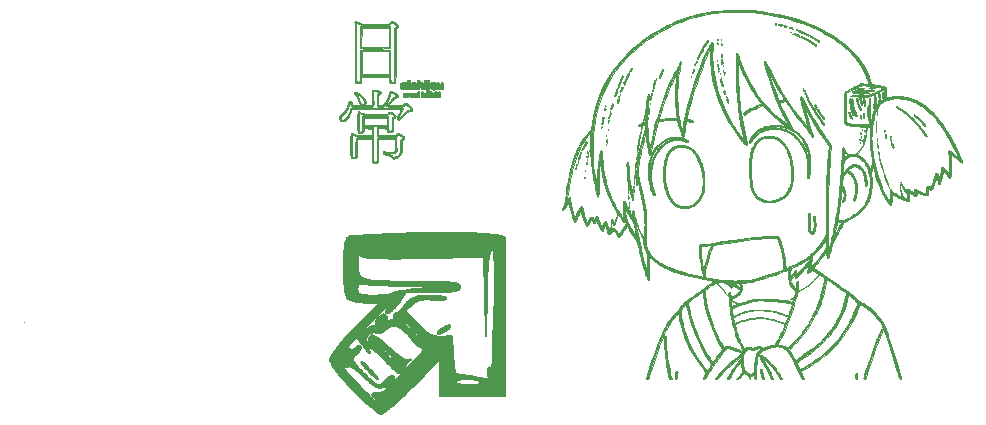
<source format=gbr>
%TF.GenerationSoftware,KiCad,Pcbnew,(6.0.4)*%
%TF.CreationDate,2022-05-05T20:35:18-04:00*%
%TF.ProjectId,mainboard,6d61696e-626f-4617-9264-2e6b69636164,0.0*%
%TF.SameCoordinates,Original*%
%TF.FileFunction,Legend,Bot*%
%TF.FilePolarity,Positive*%
%FSLAX46Y46*%
G04 Gerber Fmt 4.6, Leading zero omitted, Abs format (unit mm)*
G04 Created by KiCad (PCBNEW (6.0.4)) date 2022-05-05 20:35:18*
%MOMM*%
%LPD*%
G01*
G04 APERTURE LIST*
%ADD10C,0.030000*%
%ADD11C,0.120000*%
%ADD12C,0.200000*%
%ADD13R,1.700000X1.700000*%
%ADD14O,1.700000X1.700000*%
%ADD15C,5.300000*%
%ADD16R,1.600000X1.600000*%
%ADD17O,1.600000X1.600000*%
G04 APERTURE END LIST*
D10*
G36*
X70942937Y-53419245D02*
G01*
X70944923Y-53195277D01*
X70955603Y-52287444D01*
X72181148Y-52276941D01*
X72747108Y-52274642D01*
X73136782Y-52279404D01*
X73271333Y-52284593D01*
X73368799Y-52291740D01*
X73431508Y-52300908D01*
X73450556Y-52306270D01*
X73461788Y-52312162D01*
X73465871Y-52316075D01*
X73469744Y-52320915D01*
X73473413Y-52326757D01*
X73476879Y-52333677D01*
X73480147Y-52341753D01*
X73483220Y-52351060D01*
X73486101Y-52361674D01*
X73488795Y-52373672D01*
X73493633Y-52402125D01*
X73497762Y-52437028D01*
X73501209Y-52478994D01*
X73504004Y-52528631D01*
X73506174Y-52586550D01*
X73507748Y-52653362D01*
X73508753Y-52729677D01*
X73509219Y-52816106D01*
X73509172Y-52913258D01*
X73508642Y-53021745D01*
X73506242Y-53275164D01*
X73495602Y-54192444D01*
X72260690Y-54202924D01*
X71637620Y-54205953D01*
X71419297Y-54204528D01*
X71253788Y-54200819D01*
X71134100Y-54194580D01*
X71053237Y-54185570D01*
X71004206Y-54173544D01*
X70989441Y-54166323D01*
X70980011Y-54158257D01*
X70977043Y-54153886D01*
X70974204Y-54148068D01*
X70968908Y-54132003D01*
X70964116Y-54109891D01*
X70959823Y-54081565D01*
X70956021Y-54046855D01*
X70952706Y-54005591D01*
X70949870Y-53957604D01*
X70947508Y-53902725D01*
X70945614Y-53840785D01*
X70944181Y-53771615D01*
X70944114Y-53764505D01*
X71056047Y-53764505D01*
X71057668Y-53886966D01*
X71062414Y-53978323D01*
X71070286Y-54038336D01*
X71075394Y-54056514D01*
X71081283Y-54066766D01*
X71089915Y-54069462D01*
X71109954Y-54072081D01*
X71181851Y-54077040D01*
X71292172Y-54081533D01*
X71436115Y-54085453D01*
X71608878Y-54088690D01*
X71805659Y-54091137D01*
X72252066Y-54093225D01*
X73396389Y-54093225D01*
X73396384Y-53259788D01*
X73396384Y-52426350D01*
X71106815Y-52426350D01*
X71080818Y-52968406D01*
X71062181Y-53427228D01*
X71057551Y-53611179D01*
X71056047Y-53764505D01*
X70944114Y-53764505D01*
X70942673Y-53610906D01*
X70942937Y-53419245D01*
G37*
X70942937Y-53419245D02*
X70944923Y-53195277D01*
X70955603Y-52287444D01*
X72181148Y-52276941D01*
X72747108Y-52274642D01*
X73136782Y-52279404D01*
X73271333Y-52284593D01*
X73368799Y-52291740D01*
X73431508Y-52300908D01*
X73450556Y-52306270D01*
X73461788Y-52312162D01*
X73465871Y-52316075D01*
X73469744Y-52320915D01*
X73473413Y-52326757D01*
X73476879Y-52333677D01*
X73480147Y-52341753D01*
X73483220Y-52351060D01*
X73486101Y-52361674D01*
X73488795Y-52373672D01*
X73493633Y-52402125D01*
X73497762Y-52437028D01*
X73501209Y-52478994D01*
X73504004Y-52528631D01*
X73506174Y-52586550D01*
X73507748Y-52653362D01*
X73508753Y-52729677D01*
X73509219Y-52816106D01*
X73509172Y-52913258D01*
X73508642Y-53021745D01*
X73506242Y-53275164D01*
X73495602Y-54192444D01*
X72260690Y-54202924D01*
X71637620Y-54205953D01*
X71419297Y-54204528D01*
X71253788Y-54200819D01*
X71134100Y-54194580D01*
X71053237Y-54185570D01*
X71004206Y-54173544D01*
X70989441Y-54166323D01*
X70980011Y-54158257D01*
X70977043Y-54153886D01*
X70974204Y-54148068D01*
X70968908Y-54132003D01*
X70964116Y-54109891D01*
X70959823Y-54081565D01*
X70956021Y-54046855D01*
X70952706Y-54005591D01*
X70949870Y-53957604D01*
X70947508Y-53902725D01*
X70945614Y-53840785D01*
X70944181Y-53771615D01*
X70944114Y-53764505D01*
X71056047Y-53764505D01*
X71057668Y-53886966D01*
X71062414Y-53978323D01*
X71070286Y-54038336D01*
X71075394Y-54056514D01*
X71081283Y-54066766D01*
X71089915Y-54069462D01*
X71109954Y-54072081D01*
X71181851Y-54077040D01*
X71292172Y-54081533D01*
X71436115Y-54085453D01*
X71608878Y-54088690D01*
X71805659Y-54091137D01*
X72252066Y-54093225D01*
X73396389Y-54093225D01*
X73396384Y-53259788D01*
X73396384Y-52426350D01*
X71106815Y-52426350D01*
X71080818Y-52968406D01*
X71062181Y-53427228D01*
X71057551Y-53611179D01*
X71056047Y-53764505D01*
X70944114Y-53764505D01*
X70942673Y-53610906D01*
X70942937Y-53419245D01*
G36*
X70944800Y-56183342D02*
G01*
X70943209Y-56052056D01*
X70942395Y-55719554D01*
X70944979Y-55322854D01*
X70955603Y-54311506D01*
X73495603Y-54311506D01*
X73495603Y-56414944D01*
X72234494Y-56425424D01*
X71616232Y-56428259D01*
X71395516Y-56426883D01*
X71226335Y-56423410D01*
X71103135Y-56417666D01*
X71020362Y-56409475D01*
X70972459Y-56398663D01*
X70959848Y-56392219D01*
X70953871Y-56385054D01*
X70953870Y-56385054D01*
X70951938Y-56374627D01*
X70950167Y-56354197D01*
X70948467Y-56315725D01*
X71094508Y-56315725D01*
X73396383Y-56315725D01*
X73396384Y-55383069D01*
X73396384Y-54450412D01*
X71094508Y-54450412D01*
X71094508Y-56315725D01*
X70948467Y-56315725D01*
X70947132Y-56285507D01*
X70944800Y-56183342D01*
G37*
X70944800Y-56183342D02*
X70943209Y-56052056D01*
X70942395Y-55719554D01*
X70944979Y-55322854D01*
X70955603Y-54311506D01*
X73495603Y-54311506D01*
X73495603Y-56414944D01*
X72234494Y-56425424D01*
X71616232Y-56428259D01*
X71395516Y-56426883D01*
X71226335Y-56423410D01*
X71103135Y-56417666D01*
X71020362Y-56409475D01*
X70972459Y-56398663D01*
X70959848Y-56392219D01*
X70953871Y-56385054D01*
X70953870Y-56385054D01*
X70951938Y-56374627D01*
X70950167Y-56354197D01*
X70948467Y-56315725D01*
X71094508Y-56315725D01*
X73396383Y-56315725D01*
X73396384Y-55383069D01*
X73396384Y-54450412D01*
X71094508Y-54450412D01*
X71094508Y-56315725D01*
X70948467Y-56315725D01*
X70947132Y-56285507D01*
X70944800Y-56183342D01*
G36*
X73638579Y-51871453D02*
G01*
X73651741Y-51873590D01*
X73665989Y-51877064D01*
X73681229Y-51881808D01*
X73714308Y-51894822D01*
X73750229Y-51912072D01*
X73788241Y-51932999D01*
X73827595Y-51957044D01*
X73867540Y-51983648D01*
X73907326Y-52012250D01*
X73946203Y-52042292D01*
X73983421Y-52073215D01*
X74018229Y-52104460D01*
X74049878Y-52135466D01*
X74077616Y-52165676D01*
X74100695Y-52194529D01*
X74118364Y-52221466D01*
X74124935Y-52234041D01*
X74129872Y-52245928D01*
X74135751Y-52263135D01*
X74140555Y-52278849D01*
X74144219Y-52293253D01*
X74145603Y-52300021D01*
X74146677Y-52306529D01*
X74147433Y-52312800D01*
X74147863Y-52318858D01*
X74147958Y-52324724D01*
X74147711Y-52330422D01*
X74147113Y-52335973D01*
X74146156Y-52341402D01*
X74144831Y-52346729D01*
X74143131Y-52351980D01*
X74141047Y-52357175D01*
X74138570Y-52362337D01*
X74135694Y-52367490D01*
X74132409Y-52372656D01*
X74128708Y-52377858D01*
X74124581Y-52383118D01*
X74120022Y-52388460D01*
X74115021Y-52393905D01*
X74103661Y-52405198D01*
X74090438Y-52417179D01*
X74075284Y-52430029D01*
X74058135Y-52443931D01*
X73947443Y-52532194D01*
X73954635Y-54761244D01*
X73955731Y-55833203D01*
X73949972Y-56528953D01*
X73944160Y-56755828D01*
X73936197Y-56912746D01*
X73925941Y-57007738D01*
X73913244Y-57048835D01*
X73905429Y-57057536D01*
X73896804Y-57065814D01*
X73887417Y-57073666D01*
X73877314Y-57081086D01*
X73866543Y-57088069D01*
X73855152Y-57094610D01*
X73843186Y-57100704D01*
X73830694Y-57106346D01*
X73804317Y-57116254D01*
X73776399Y-57124295D01*
X73747317Y-57130427D01*
X73717448Y-57134612D01*
X73687170Y-57136809D01*
X73656858Y-57136978D01*
X73626892Y-57135079D01*
X73597647Y-57131073D01*
X73569501Y-57124918D01*
X73555958Y-57121023D01*
X73542831Y-57116576D01*
X73530168Y-57111571D01*
X73518015Y-57106005D01*
X73506420Y-57099872D01*
X73495429Y-57093167D01*
X73480533Y-57083021D01*
X73473661Y-57078007D01*
X73467159Y-57072998D01*
X73461019Y-57067968D01*
X73455230Y-57062893D01*
X73449783Y-57057745D01*
X73444668Y-57052500D01*
X73439875Y-57047132D01*
X73435395Y-57041616D01*
X73431218Y-57035925D01*
X73427335Y-57030034D01*
X73423735Y-57023917D01*
X73420410Y-57017549D01*
X73417349Y-57010904D01*
X73414542Y-57003957D01*
X73411981Y-56996682D01*
X73409655Y-56989053D01*
X73407554Y-56981044D01*
X73405670Y-56972631D01*
X73403992Y-56963787D01*
X73402511Y-56954486D01*
X73401216Y-56944704D01*
X73400099Y-56934414D01*
X73399150Y-56923591D01*
X73398358Y-56912209D01*
X73397211Y-56887667D01*
X73396579Y-56860581D01*
X73396386Y-56830748D01*
X73396386Y-56633225D01*
X71054823Y-56633225D01*
X71054823Y-56850110D01*
X71054048Y-56909747D01*
X71053011Y-56935637D01*
X71051480Y-56959113D01*
X71049410Y-56980328D01*
X71046755Y-56999433D01*
X71043470Y-57016581D01*
X71039510Y-57031926D01*
X71034829Y-57045620D01*
X71029382Y-57057816D01*
X71023122Y-57068666D01*
X71016006Y-57078323D01*
X71007986Y-57086941D01*
X70999019Y-57094670D01*
X70989058Y-57101666D01*
X70978057Y-57108079D01*
X70956100Y-57118055D01*
X70930659Y-57126572D01*
X70902347Y-57133644D01*
X70871777Y-57139281D01*
X70839564Y-57143497D01*
X70806319Y-57146303D01*
X70772657Y-57147713D01*
X70739191Y-57147737D01*
X70706534Y-57146389D01*
X70675300Y-57143681D01*
X70646101Y-57139625D01*
X70619552Y-57134233D01*
X70596265Y-57127517D01*
X70576854Y-57119491D01*
X70568794Y-57114990D01*
X70561932Y-57110165D01*
X70556346Y-57105019D01*
X70552113Y-57099553D01*
X70552112Y-57099553D01*
X70548934Y-57081528D01*
X70545836Y-57038556D01*
X70539943Y-56883000D01*
X70529833Y-56330050D01*
X70522836Y-55524370D01*
X70520004Y-54549631D01*
X70516958Y-53573353D01*
X70509372Y-52763482D01*
X70498391Y-52204328D01*
X70491984Y-52045117D01*
X70487193Y-51999550D01*
X70598418Y-51999550D01*
X70608919Y-54512026D01*
X70616411Y-55895314D01*
X70628154Y-56650860D01*
X70637487Y-56852694D01*
X70650124Y-56968952D01*
X70666810Y-57023418D01*
X70676906Y-57034913D01*
X70688294Y-57039880D01*
X70703639Y-57043071D01*
X70718368Y-57045645D01*
X70732493Y-57047588D01*
X70746028Y-57048887D01*
X70758985Y-57049526D01*
X70771375Y-57049494D01*
X70783213Y-57048776D01*
X70794509Y-57047359D01*
X70805277Y-57045228D01*
X70815528Y-57042370D01*
X70825277Y-57038771D01*
X70834534Y-57034418D01*
X70843312Y-57029297D01*
X70851625Y-57023394D01*
X70859484Y-57016695D01*
X70866901Y-57009187D01*
X70873890Y-57000856D01*
X70880463Y-56991689D01*
X70886632Y-56981671D01*
X70892410Y-56970789D01*
X70897809Y-56959029D01*
X70902841Y-56946377D01*
X70907520Y-56932821D01*
X70911857Y-56918345D01*
X70915866Y-56902937D01*
X70919558Y-56886582D01*
X70922946Y-56869267D01*
X70926042Y-56850979D01*
X70931410Y-56811425D01*
X70935762Y-56767812D01*
X70935759Y-56767812D01*
X70955603Y-56534006D01*
X73495603Y-56534006D01*
X73507913Y-56751421D01*
X73510504Y-56789903D01*
X73513770Y-56824958D01*
X73517791Y-56856718D01*
X73522644Y-56885311D01*
X73528407Y-56910869D01*
X73535159Y-56933521D01*
X73542977Y-56953398D01*
X73547310Y-56962336D01*
X73551939Y-56970629D01*
X73556873Y-56978294D01*
X73562123Y-56985346D01*
X73567698Y-56991802D01*
X73573608Y-56997678D01*
X73579863Y-57002991D01*
X73586472Y-57007756D01*
X73593445Y-57011990D01*
X73600792Y-57015709D01*
X73608522Y-57018930D01*
X73616646Y-57021669D01*
X73634113Y-57025764D01*
X73653271Y-57028126D01*
X73674197Y-57028884D01*
X73703983Y-57028799D01*
X73717439Y-57028016D01*
X73723820Y-57027242D01*
X73729977Y-57026139D01*
X73735911Y-57024649D01*
X73741629Y-57022716D01*
X73747132Y-57020285D01*
X73752426Y-57017299D01*
X73757513Y-57013700D01*
X73762399Y-57009434D01*
X73767086Y-57004444D01*
X73771579Y-56998673D01*
X73775881Y-56992065D01*
X73779997Y-56984564D01*
X73783931Y-56976114D01*
X73787685Y-56966657D01*
X73791265Y-56956138D01*
X73794674Y-56944500D01*
X73797916Y-56931688D01*
X73800994Y-56917644D01*
X73803913Y-56902313D01*
X73806677Y-56885638D01*
X73809289Y-56867562D01*
X73811754Y-56848030D01*
X73816255Y-56804370D01*
X73820213Y-56754208D01*
X73823657Y-56697093D01*
X73826620Y-56632574D01*
X73829132Y-56560201D01*
X73831224Y-56479522D01*
X73832928Y-56390087D01*
X73834275Y-56291446D01*
X73835295Y-56183148D01*
X73836020Y-56064742D01*
X73836708Y-55795802D01*
X73836589Y-55481024D01*
X73834922Y-54699524D01*
X73829531Y-52437717D01*
X73934482Y-52368951D01*
X74039432Y-52300185D01*
X73934138Y-52190282D01*
X73922917Y-52178821D01*
X73911041Y-52167163D01*
X73885732Y-52143583D01*
X73859034Y-52120200D01*
X73831770Y-52097675D01*
X73804763Y-52076669D01*
X73778836Y-52057841D01*
X73766535Y-52049450D01*
X73754812Y-52041851D01*
X73743770Y-52035127D01*
X73733513Y-52029359D01*
X73718057Y-52021351D01*
X73703833Y-52014670D01*
X73697106Y-52011852D01*
X73690593Y-52009396D01*
X73684264Y-52007310D01*
X73678088Y-52005605D01*
X73672033Y-52004290D01*
X73666068Y-52003376D01*
X73660163Y-52002871D01*
X73654285Y-52002787D01*
X73648405Y-52003131D01*
X73642491Y-52003916D01*
X73636512Y-52005149D01*
X73630436Y-52006841D01*
X73624233Y-52009001D01*
X73617872Y-52011640D01*
X73611321Y-52014767D01*
X73604549Y-52018392D01*
X73597525Y-52022525D01*
X73590219Y-52027174D01*
X73582599Y-52032351D01*
X73574633Y-52038065D01*
X73557542Y-52051142D01*
X73538698Y-52066484D01*
X73517851Y-52084168D01*
X73494753Y-52104273D01*
X73351323Y-52230206D01*
X72193152Y-52219138D01*
X71520271Y-52211107D01*
X71306322Y-52205268D01*
X71152542Y-52196413D01*
X71093177Y-52190431D01*
X71042809Y-52183190D01*
X70999423Y-52174518D01*
X70961004Y-52164248D01*
X70891008Y-52138239D01*
X70816699Y-52103810D01*
X70598418Y-51999550D01*
X70487193Y-51999550D01*
X70485158Y-51980201D01*
X70480004Y-51968848D01*
X70476029Y-51958242D01*
X70473221Y-51948381D01*
X70471565Y-51939266D01*
X70471049Y-51930895D01*
X70471215Y-51926989D01*
X70471661Y-51923269D01*
X70472385Y-51919736D01*
X70473386Y-51916388D01*
X70474663Y-51913227D01*
X70476213Y-51910251D01*
X70478034Y-51907462D01*
X70480127Y-51904859D01*
X70482488Y-51902442D01*
X70485116Y-51900211D01*
X70488009Y-51898165D01*
X70491166Y-51896306D01*
X70498266Y-51893145D01*
X70506401Y-51890727D01*
X70515559Y-51889053D01*
X70525726Y-51888122D01*
X70536890Y-51887933D01*
X70549038Y-51888487D01*
X70562156Y-51889783D01*
X70576231Y-51891822D01*
X70591251Y-51894603D01*
X70607202Y-51898125D01*
X70624071Y-51902389D01*
X70641846Y-51907394D01*
X70660513Y-51913141D01*
X70680059Y-51919628D01*
X70700471Y-51926856D01*
X70721737Y-51934825D01*
X70743842Y-51943534D01*
X70766774Y-51952984D01*
X70790521Y-51963173D01*
X70815068Y-51974102D01*
X70840403Y-51985770D01*
X71103422Y-52108851D01*
X73339022Y-52108851D01*
X73443498Y-51989788D01*
X73454549Y-51977660D01*
X73466090Y-51965871D01*
X73478027Y-51954484D01*
X73490268Y-51943559D01*
X73502717Y-51933157D01*
X73515281Y-51923339D01*
X73527866Y-51914167D01*
X73540379Y-51905700D01*
X73552725Y-51898002D01*
X73564811Y-51891132D01*
X73576542Y-51885151D01*
X73587825Y-51880121D01*
X73598565Y-51876102D01*
X73608670Y-51873156D01*
X73618045Y-51871343D01*
X73622429Y-51870881D01*
X73626596Y-51870726D01*
X73638579Y-51871453D01*
G37*
X73638579Y-51871453D02*
X73651741Y-51873590D01*
X73665989Y-51877064D01*
X73681229Y-51881808D01*
X73714308Y-51894822D01*
X73750229Y-51912072D01*
X73788241Y-51932999D01*
X73827595Y-51957044D01*
X73867540Y-51983648D01*
X73907326Y-52012250D01*
X73946203Y-52042292D01*
X73983421Y-52073215D01*
X74018229Y-52104460D01*
X74049878Y-52135466D01*
X74077616Y-52165676D01*
X74100695Y-52194529D01*
X74118364Y-52221466D01*
X74124935Y-52234041D01*
X74129872Y-52245928D01*
X74135751Y-52263135D01*
X74140555Y-52278849D01*
X74144219Y-52293253D01*
X74145603Y-52300021D01*
X74146677Y-52306529D01*
X74147433Y-52312800D01*
X74147863Y-52318858D01*
X74147958Y-52324724D01*
X74147711Y-52330422D01*
X74147113Y-52335973D01*
X74146156Y-52341402D01*
X74144831Y-52346729D01*
X74143131Y-52351980D01*
X74141047Y-52357175D01*
X74138570Y-52362337D01*
X74135694Y-52367490D01*
X74132409Y-52372656D01*
X74128708Y-52377858D01*
X74124581Y-52383118D01*
X74120022Y-52388460D01*
X74115021Y-52393905D01*
X74103661Y-52405198D01*
X74090438Y-52417179D01*
X74075284Y-52430029D01*
X74058135Y-52443931D01*
X73947443Y-52532194D01*
X73954635Y-54761244D01*
X73955731Y-55833203D01*
X73949972Y-56528953D01*
X73944160Y-56755828D01*
X73936197Y-56912746D01*
X73925941Y-57007738D01*
X73913244Y-57048835D01*
X73905429Y-57057536D01*
X73896804Y-57065814D01*
X73887417Y-57073666D01*
X73877314Y-57081086D01*
X73866543Y-57088069D01*
X73855152Y-57094610D01*
X73843186Y-57100704D01*
X73830694Y-57106346D01*
X73804317Y-57116254D01*
X73776399Y-57124295D01*
X73747317Y-57130427D01*
X73717448Y-57134612D01*
X73687170Y-57136809D01*
X73656858Y-57136978D01*
X73626892Y-57135079D01*
X73597647Y-57131073D01*
X73569501Y-57124918D01*
X73555958Y-57121023D01*
X73542831Y-57116576D01*
X73530168Y-57111571D01*
X73518015Y-57106005D01*
X73506420Y-57099872D01*
X73495429Y-57093167D01*
X73480533Y-57083021D01*
X73473661Y-57078007D01*
X73467159Y-57072998D01*
X73461019Y-57067968D01*
X73455230Y-57062893D01*
X73449783Y-57057745D01*
X73444668Y-57052500D01*
X73439875Y-57047132D01*
X73435395Y-57041616D01*
X73431218Y-57035925D01*
X73427335Y-57030034D01*
X73423735Y-57023917D01*
X73420410Y-57017549D01*
X73417349Y-57010904D01*
X73414542Y-57003957D01*
X73411981Y-56996682D01*
X73409655Y-56989053D01*
X73407554Y-56981044D01*
X73405670Y-56972631D01*
X73403992Y-56963787D01*
X73402511Y-56954486D01*
X73401216Y-56944704D01*
X73400099Y-56934414D01*
X73399150Y-56923591D01*
X73398358Y-56912209D01*
X73397211Y-56887667D01*
X73396579Y-56860581D01*
X73396386Y-56830748D01*
X73396386Y-56633225D01*
X71054823Y-56633225D01*
X71054823Y-56850110D01*
X71054048Y-56909747D01*
X71053011Y-56935637D01*
X71051480Y-56959113D01*
X71049410Y-56980328D01*
X71046755Y-56999433D01*
X71043470Y-57016581D01*
X71039510Y-57031926D01*
X71034829Y-57045620D01*
X71029382Y-57057816D01*
X71023122Y-57068666D01*
X71016006Y-57078323D01*
X71007986Y-57086941D01*
X70999019Y-57094670D01*
X70989058Y-57101666D01*
X70978057Y-57108079D01*
X70956100Y-57118055D01*
X70930659Y-57126572D01*
X70902347Y-57133644D01*
X70871777Y-57139281D01*
X70839564Y-57143497D01*
X70806319Y-57146303D01*
X70772657Y-57147713D01*
X70739191Y-57147737D01*
X70706534Y-57146389D01*
X70675300Y-57143681D01*
X70646101Y-57139625D01*
X70619552Y-57134233D01*
X70596265Y-57127517D01*
X70576854Y-57119491D01*
X70568794Y-57114990D01*
X70561932Y-57110165D01*
X70556346Y-57105019D01*
X70552113Y-57099553D01*
X70552112Y-57099553D01*
X70548934Y-57081528D01*
X70545836Y-57038556D01*
X70539943Y-56883000D01*
X70529833Y-56330050D01*
X70522836Y-55524370D01*
X70520004Y-54549631D01*
X70516958Y-53573353D01*
X70509372Y-52763482D01*
X70498391Y-52204328D01*
X70491984Y-52045117D01*
X70487193Y-51999550D01*
X70598418Y-51999550D01*
X70608919Y-54512026D01*
X70616411Y-55895314D01*
X70628154Y-56650860D01*
X70637487Y-56852694D01*
X70650124Y-56968952D01*
X70666810Y-57023418D01*
X70676906Y-57034913D01*
X70688294Y-57039880D01*
X70703639Y-57043071D01*
X70718368Y-57045645D01*
X70732493Y-57047588D01*
X70746028Y-57048887D01*
X70758985Y-57049526D01*
X70771375Y-57049494D01*
X70783213Y-57048776D01*
X70794509Y-57047359D01*
X70805277Y-57045228D01*
X70815528Y-57042370D01*
X70825277Y-57038771D01*
X70834534Y-57034418D01*
X70843312Y-57029297D01*
X70851625Y-57023394D01*
X70859484Y-57016695D01*
X70866901Y-57009187D01*
X70873890Y-57000856D01*
X70880463Y-56991689D01*
X70886632Y-56981671D01*
X70892410Y-56970789D01*
X70897809Y-56959029D01*
X70902841Y-56946377D01*
X70907520Y-56932821D01*
X70911857Y-56918345D01*
X70915866Y-56902937D01*
X70919558Y-56886582D01*
X70922946Y-56869267D01*
X70926042Y-56850979D01*
X70931410Y-56811425D01*
X70935762Y-56767812D01*
X70935759Y-56767812D01*
X70955603Y-56534006D01*
X73495603Y-56534006D01*
X73507913Y-56751421D01*
X73510504Y-56789903D01*
X73513770Y-56824958D01*
X73517791Y-56856718D01*
X73522644Y-56885311D01*
X73528407Y-56910869D01*
X73535159Y-56933521D01*
X73542977Y-56953398D01*
X73547310Y-56962336D01*
X73551939Y-56970629D01*
X73556873Y-56978294D01*
X73562123Y-56985346D01*
X73567698Y-56991802D01*
X73573608Y-56997678D01*
X73579863Y-57002991D01*
X73586472Y-57007756D01*
X73593445Y-57011990D01*
X73600792Y-57015709D01*
X73608522Y-57018930D01*
X73616646Y-57021669D01*
X73634113Y-57025764D01*
X73653271Y-57028126D01*
X73674197Y-57028884D01*
X73703983Y-57028799D01*
X73717439Y-57028016D01*
X73723820Y-57027242D01*
X73729977Y-57026139D01*
X73735911Y-57024649D01*
X73741629Y-57022716D01*
X73747132Y-57020285D01*
X73752426Y-57017299D01*
X73757513Y-57013700D01*
X73762399Y-57009434D01*
X73767086Y-57004444D01*
X73771579Y-56998673D01*
X73775881Y-56992065D01*
X73779997Y-56984564D01*
X73783931Y-56976114D01*
X73787685Y-56966657D01*
X73791265Y-56956138D01*
X73794674Y-56944500D01*
X73797916Y-56931688D01*
X73800994Y-56917644D01*
X73803913Y-56902313D01*
X73806677Y-56885638D01*
X73809289Y-56867562D01*
X73811754Y-56848030D01*
X73816255Y-56804370D01*
X73820213Y-56754208D01*
X73823657Y-56697093D01*
X73826620Y-56632574D01*
X73829132Y-56560201D01*
X73831224Y-56479522D01*
X73832928Y-56390087D01*
X73834275Y-56291446D01*
X73835295Y-56183148D01*
X73836020Y-56064742D01*
X73836708Y-55795802D01*
X73836589Y-55481024D01*
X73834922Y-54699524D01*
X73829531Y-52437717D01*
X73934482Y-52368951D01*
X74039432Y-52300185D01*
X73934138Y-52190282D01*
X73922917Y-52178821D01*
X73911041Y-52167163D01*
X73885732Y-52143583D01*
X73859034Y-52120200D01*
X73831770Y-52097675D01*
X73804763Y-52076669D01*
X73778836Y-52057841D01*
X73766535Y-52049450D01*
X73754812Y-52041851D01*
X73743770Y-52035127D01*
X73733513Y-52029359D01*
X73718057Y-52021351D01*
X73703833Y-52014670D01*
X73697106Y-52011852D01*
X73690593Y-52009396D01*
X73684264Y-52007310D01*
X73678088Y-52005605D01*
X73672033Y-52004290D01*
X73666068Y-52003376D01*
X73660163Y-52002871D01*
X73654285Y-52002787D01*
X73648405Y-52003131D01*
X73642491Y-52003916D01*
X73636512Y-52005149D01*
X73630436Y-52006841D01*
X73624233Y-52009001D01*
X73617872Y-52011640D01*
X73611321Y-52014767D01*
X73604549Y-52018392D01*
X73597525Y-52022525D01*
X73590219Y-52027174D01*
X73582599Y-52032351D01*
X73574633Y-52038065D01*
X73557542Y-52051142D01*
X73538698Y-52066484D01*
X73517851Y-52084168D01*
X73494753Y-52104273D01*
X73351323Y-52230206D01*
X72193152Y-52219138D01*
X71520271Y-52211107D01*
X71306322Y-52205268D01*
X71152542Y-52196413D01*
X71093177Y-52190431D01*
X71042809Y-52183190D01*
X70999423Y-52174518D01*
X70961004Y-52164248D01*
X70891008Y-52138239D01*
X70816699Y-52103810D01*
X70598418Y-51999550D01*
X70487193Y-51999550D01*
X70485158Y-51980201D01*
X70480004Y-51968848D01*
X70476029Y-51958242D01*
X70473221Y-51948381D01*
X70471565Y-51939266D01*
X70471049Y-51930895D01*
X70471215Y-51926989D01*
X70471661Y-51923269D01*
X70472385Y-51919736D01*
X70473386Y-51916388D01*
X70474663Y-51913227D01*
X70476213Y-51910251D01*
X70478034Y-51907462D01*
X70480127Y-51904859D01*
X70482488Y-51902442D01*
X70485116Y-51900211D01*
X70488009Y-51898165D01*
X70491166Y-51896306D01*
X70498266Y-51893145D01*
X70506401Y-51890727D01*
X70515559Y-51889053D01*
X70525726Y-51888122D01*
X70536890Y-51887933D01*
X70549038Y-51888487D01*
X70562156Y-51889783D01*
X70576231Y-51891822D01*
X70591251Y-51894603D01*
X70607202Y-51898125D01*
X70624071Y-51902389D01*
X70641846Y-51907394D01*
X70660513Y-51913141D01*
X70680059Y-51919628D01*
X70700471Y-51926856D01*
X70721737Y-51934825D01*
X70743842Y-51943534D01*
X70766774Y-51952984D01*
X70790521Y-51963173D01*
X70815068Y-51974102D01*
X70840403Y-51985770D01*
X71103422Y-52108851D01*
X73339022Y-52108851D01*
X73443498Y-51989788D01*
X73454549Y-51977660D01*
X73466090Y-51965871D01*
X73478027Y-51954484D01*
X73490268Y-51943559D01*
X73502717Y-51933157D01*
X73515281Y-51923339D01*
X73527866Y-51914167D01*
X73540379Y-51905700D01*
X73552725Y-51898002D01*
X73564811Y-51891132D01*
X73576542Y-51885151D01*
X73587825Y-51880121D01*
X73598565Y-51876102D01*
X73608670Y-51873156D01*
X73618045Y-51871343D01*
X73622429Y-51870881D01*
X73626596Y-51870726D01*
X73638579Y-51871453D01*
G36*
X76886883Y-57551205D02*
G01*
X76875156Y-57535900D01*
X76864536Y-57519776D01*
X76861773Y-57514822D01*
X77820823Y-57514822D01*
X77820870Y-57519731D01*
X77821329Y-57524317D01*
X77822190Y-57528550D01*
X77822769Y-57530525D01*
X77823446Y-57532400D01*
X77824220Y-57534171D01*
X77825089Y-57535835D01*
X77826054Y-57537387D01*
X77827112Y-57538825D01*
X77828263Y-57540144D01*
X77829505Y-57541340D01*
X77830838Y-57542410D01*
X77832261Y-57543349D01*
X77833773Y-57544155D01*
X77835373Y-57544822D01*
X77837059Y-57545348D01*
X77838831Y-57545729D01*
X77840688Y-57545960D01*
X77842629Y-57546037D01*
X77844599Y-57545960D01*
X77846545Y-57545729D01*
X77848463Y-57545348D01*
X77850351Y-57544822D01*
X77852207Y-57544155D01*
X77854027Y-57543349D01*
X77855811Y-57542410D01*
X77857555Y-57541340D01*
X77859257Y-57540144D01*
X77860914Y-57538825D01*
X77862523Y-57537387D01*
X77864083Y-57535835D01*
X77865591Y-57534171D01*
X77867045Y-57532400D01*
X77868441Y-57530525D01*
X77869778Y-57528550D01*
X77871054Y-57526480D01*
X77872264Y-57524317D01*
X77873408Y-57522066D01*
X77874482Y-57519731D01*
X77875485Y-57517315D01*
X77876414Y-57514822D01*
X77877265Y-57512256D01*
X77878038Y-57509621D01*
X77878729Y-57506921D01*
X77879335Y-57504159D01*
X77879855Y-57501339D01*
X77880286Y-57498465D01*
X77880626Y-57495541D01*
X77880872Y-57492571D01*
X77881021Y-57489558D01*
X77881071Y-57486506D01*
X77880990Y-57480442D01*
X77880753Y-57474548D01*
X77880367Y-57468854D01*
X77879840Y-57463392D01*
X77879182Y-57458191D01*
X77878398Y-57453282D01*
X77877498Y-57448696D01*
X77876490Y-57444463D01*
X77875381Y-57440613D01*
X77874179Y-57437178D01*
X77872893Y-57434188D01*
X77871530Y-57431673D01*
X77870099Y-57429663D01*
X77868607Y-57428190D01*
X77867841Y-57427665D01*
X77867062Y-57427284D01*
X77866273Y-57427053D01*
X77865473Y-57426975D01*
X77864644Y-57427053D01*
X77863766Y-57427284D01*
X77862842Y-57427665D01*
X77861874Y-57428190D01*
X77860865Y-57428858D01*
X77859817Y-57429663D01*
X77858733Y-57430603D01*
X77857615Y-57431673D01*
X77856465Y-57432869D01*
X77855287Y-57434188D01*
X77854082Y-57435626D01*
X77852853Y-57437178D01*
X77850333Y-57440613D01*
X77847747Y-57444463D01*
X77845114Y-57448696D01*
X77842454Y-57453282D01*
X77839787Y-57458191D01*
X77837132Y-57463392D01*
X77834510Y-57468854D01*
X77831939Y-57474548D01*
X77829440Y-57480442D01*
X77827031Y-57486506D01*
X77824904Y-57492571D01*
X77823227Y-57498465D01*
X77821993Y-57504159D01*
X77821195Y-57509621D01*
X77820823Y-57514822D01*
X76861773Y-57514822D01*
X76855095Y-57502851D01*
X76846905Y-57485140D01*
X76840038Y-57466663D01*
X76839017Y-57463886D01*
X76837969Y-57461688D01*
X76836897Y-57460059D01*
X76835802Y-57458990D01*
X76834686Y-57458471D01*
X76833553Y-57458493D01*
X76832404Y-57459045D01*
X76831241Y-57460118D01*
X76830067Y-57461703D01*
X76828884Y-57463789D01*
X76827695Y-57466368D01*
X76826500Y-57469429D01*
X76825303Y-57472963D01*
X76824106Y-57476960D01*
X76821721Y-57486306D01*
X76819362Y-57497389D01*
X76817047Y-57510132D01*
X76814795Y-57524457D01*
X76812623Y-57540289D01*
X76810548Y-57557549D01*
X76808590Y-57576161D01*
X76806766Y-57596047D01*
X76805093Y-57617130D01*
X76802545Y-57660698D01*
X76801232Y-57704019D01*
X76801107Y-57745953D01*
X76802123Y-57785362D01*
X76804231Y-57821104D01*
X76807386Y-57852041D01*
X76809341Y-57865352D01*
X76811539Y-57877034D01*
X76813975Y-57886945D01*
X76816643Y-57894943D01*
X76825022Y-57915640D01*
X76828489Y-57923761D01*
X76831519Y-57930396D01*
X76834147Y-57935541D01*
X76836408Y-57939195D01*
X76837411Y-57940462D01*
X76838336Y-57941355D01*
X76839186Y-57941875D01*
X76839966Y-57942021D01*
X76840680Y-57941793D01*
X76841332Y-57941190D01*
X76841927Y-57940213D01*
X76842469Y-57938861D01*
X76842962Y-57937133D01*
X76843411Y-57935031D01*
X76844193Y-57929698D01*
X76844849Y-57922861D01*
X76845414Y-57914517D01*
X76846408Y-57893303D01*
X76847040Y-57885996D01*
X76848306Y-57879067D01*
X76850162Y-57872521D01*
X76852566Y-57866366D01*
X76855475Y-57860607D01*
X76858846Y-57855249D01*
X76862636Y-57850300D01*
X76866802Y-57845764D01*
X76871302Y-57841647D01*
X76876093Y-57837956D01*
X76881131Y-57834697D01*
X76886374Y-57831875D01*
X76891779Y-57829497D01*
X76897303Y-57827568D01*
X76902904Y-57826094D01*
X76908538Y-57825081D01*
X76914163Y-57824535D01*
X76919735Y-57824463D01*
X76925213Y-57824869D01*
X76930552Y-57825761D01*
X76935711Y-57827143D01*
X76940646Y-57829022D01*
X76945314Y-57831403D01*
X76949673Y-57834293D01*
X76953679Y-57837698D01*
X76957291Y-57841623D01*
X76960464Y-57846075D01*
X76963156Y-57851059D01*
X76965325Y-57856581D01*
X76966927Y-57862648D01*
X76967920Y-57869265D01*
X76968261Y-57876437D01*
X76968403Y-57879594D01*
X76968828Y-57882652D01*
X76969534Y-57885610D01*
X76970522Y-57888468D01*
X76971789Y-57891225D01*
X76973334Y-57893881D01*
X76975156Y-57896436D01*
X76977253Y-57898889D01*
X76979625Y-57901240D01*
X76982270Y-57903488D01*
X76985187Y-57905633D01*
X76988375Y-57907674D01*
X76991832Y-57909611D01*
X76995557Y-57911444D01*
X76999549Y-57913171D01*
X77003807Y-57914793D01*
X77008329Y-57916310D01*
X77013114Y-57917720D01*
X77018162Y-57919023D01*
X77023470Y-57920219D01*
X77029037Y-57921307D01*
X77034863Y-57922287D01*
X77040946Y-57923159D01*
X77047284Y-57923922D01*
X77053877Y-57924575D01*
X77060724Y-57925119D01*
X77067822Y-57925552D01*
X77075171Y-57925874D01*
X77082770Y-57926085D01*
X77090616Y-57926185D01*
X77098710Y-57926172D01*
X77107050Y-57926047D01*
X77122274Y-57925489D01*
X77136822Y-57924493D01*
X77150653Y-57923074D01*
X77163725Y-57921248D01*
X77175995Y-57919032D01*
X77187421Y-57916442D01*
X77197960Y-57913493D01*
X77207571Y-57910201D01*
X77216211Y-57906583D01*
X77223838Y-57902655D01*
X77230409Y-57898432D01*
X77235883Y-57893930D01*
X77240217Y-57889166D01*
X77241943Y-57886691D01*
X77243368Y-57884156D01*
X77244488Y-57881563D01*
X77245295Y-57878915D01*
X77245787Y-57876213D01*
X77245956Y-57873460D01*
X77246066Y-57870917D01*
X77246380Y-57868406D01*
X77246893Y-57865931D01*
X77247600Y-57863494D01*
X77248496Y-57861100D01*
X77249575Y-57858750D01*
X77250834Y-57856448D01*
X77252265Y-57854197D01*
X77253866Y-57852002D01*
X77255629Y-57849863D01*
X77257551Y-57847786D01*
X77259626Y-57845773D01*
X77261849Y-57843827D01*
X77264215Y-57841951D01*
X77266720Y-57840149D01*
X77269356Y-57838423D01*
X77272121Y-57836778D01*
X77275008Y-57835216D01*
X77278013Y-57833740D01*
X77281130Y-57832353D01*
X77284354Y-57831059D01*
X77287681Y-57829861D01*
X77291105Y-57828762D01*
X77294620Y-57827765D01*
X77298223Y-57826874D01*
X77301908Y-57826091D01*
X77305669Y-57825420D01*
X77309502Y-57824863D01*
X77313402Y-57824425D01*
X77317363Y-57824108D01*
X77321381Y-57823916D01*
X77325450Y-57823851D01*
X77333535Y-57824033D01*
X77341394Y-57824566D01*
X77348986Y-57825434D01*
X77356269Y-57826617D01*
X77363204Y-57828098D01*
X77369749Y-57829859D01*
X77375864Y-57831882D01*
X77381508Y-57834149D01*
X77386641Y-57836642D01*
X77391221Y-57839343D01*
X77395208Y-57842234D01*
X77398561Y-57845297D01*
X77401241Y-57848514D01*
X77402315Y-57850175D01*
X77403205Y-57851867D01*
X77403906Y-57853589D01*
X77404413Y-57855338D01*
X77404721Y-57857113D01*
X77404825Y-57858910D01*
X77404928Y-57860734D01*
X77405236Y-57862589D01*
X77405744Y-57864471D01*
X77406445Y-57866376D01*
X77407335Y-57868301D01*
X77408409Y-57870243D01*
X77409661Y-57872197D01*
X77411088Y-57874160D01*
X77412683Y-57876129D01*
X77414441Y-57878100D01*
X77416358Y-57880069D01*
X77418428Y-57882034D01*
X77420647Y-57883989D01*
X77423009Y-57885932D01*
X77425508Y-57887859D01*
X77428141Y-57889767D01*
X77430902Y-57891652D01*
X77433785Y-57893510D01*
X77439900Y-57897132D01*
X77446445Y-57900605D01*
X77453380Y-57903899D01*
X77460663Y-57906987D01*
X77468255Y-57909840D01*
X77476114Y-57912429D01*
X77484200Y-57914725D01*
X77493820Y-57917012D01*
X77502817Y-57918678D01*
X77511193Y-57919723D01*
X77518947Y-57920146D01*
X77522591Y-57920125D01*
X77526079Y-57919949D01*
X77529412Y-57919617D01*
X77532590Y-57919130D01*
X77535613Y-57918488D01*
X77538480Y-57917690D01*
X77541192Y-57916737D01*
X77543749Y-57915629D01*
X77546151Y-57914365D01*
X77548398Y-57912946D01*
X77550489Y-57911372D01*
X77552426Y-57909642D01*
X77554207Y-57907756D01*
X77555833Y-57905716D01*
X77557304Y-57903519D01*
X77558621Y-57901168D01*
X77559782Y-57898661D01*
X77560788Y-57895998D01*
X77561640Y-57893180D01*
X77562337Y-57890206D01*
X77562878Y-57887077D01*
X77563265Y-57883793D01*
X77563497Y-57880352D01*
X77563575Y-57876757D01*
X77563658Y-57873563D01*
X77563906Y-57870465D01*
X77564315Y-57867463D01*
X77564882Y-57864561D01*
X77565605Y-57861759D01*
X77566481Y-57859061D01*
X77567506Y-57856468D01*
X77568678Y-57853981D01*
X77569993Y-57851603D01*
X77571449Y-57849336D01*
X77573043Y-57847181D01*
X77574771Y-57845141D01*
X77576631Y-57843218D01*
X77578620Y-57841413D01*
X77580734Y-57839729D01*
X77582971Y-57838167D01*
X77585328Y-57836729D01*
X77587802Y-57835418D01*
X77590389Y-57834235D01*
X77593087Y-57833182D01*
X77595894Y-57832261D01*
X77598805Y-57831474D01*
X77601817Y-57830823D01*
X77604929Y-57830310D01*
X77608137Y-57829937D01*
X77611438Y-57829706D01*
X77614829Y-57829618D01*
X77618306Y-57829677D01*
X77621868Y-57829883D01*
X77625511Y-57830238D01*
X77629232Y-57830746D01*
X77633028Y-57831406D01*
X77638161Y-57832520D01*
X77643050Y-57833850D01*
X77647699Y-57835413D01*
X77652113Y-57837226D01*
X77656300Y-57839309D01*
X77660262Y-57841679D01*
X77664007Y-57844353D01*
X77667539Y-57847350D01*
X77670864Y-57850687D01*
X77673987Y-57854383D01*
X77676913Y-57858454D01*
X77679648Y-57862920D01*
X77682197Y-57867798D01*
X77684566Y-57873106D01*
X77686760Y-57878861D01*
X77688785Y-57885082D01*
X77690645Y-57891786D01*
X77692346Y-57898992D01*
X77693893Y-57906717D01*
X77695292Y-57914979D01*
X77696549Y-57923796D01*
X77697668Y-57933185D01*
X77698655Y-57943166D01*
X77699515Y-57953755D01*
X77700254Y-57964970D01*
X77700877Y-57976830D01*
X77701797Y-58002554D01*
X77702317Y-58031069D01*
X77702481Y-58062520D01*
X77702481Y-58280257D01*
X76919400Y-58284312D01*
X76613720Y-58284262D01*
X76360301Y-58281127D01*
X76185513Y-58275451D01*
X76135847Y-58271829D01*
X76121889Y-58269852D01*
X76115728Y-58267776D01*
X76115726Y-58267775D01*
X76114670Y-58266467D01*
X76113628Y-58264676D01*
X76111589Y-58259698D01*
X76109620Y-58252952D01*
X76107730Y-58244546D01*
X76105931Y-58234590D01*
X76104233Y-58223194D01*
X76102647Y-58210467D01*
X76101183Y-58196519D01*
X76099851Y-58181459D01*
X76098663Y-58165397D01*
X76096759Y-58130705D01*
X76095554Y-58093319D01*
X76095134Y-58054116D01*
X76095997Y-58012551D01*
X76098572Y-57975297D01*
X76102836Y-57942367D01*
X76105595Y-57927529D01*
X76108768Y-57913778D01*
X76112353Y-57901115D01*
X76116346Y-57889542D01*
X76120745Y-57879062D01*
X76125548Y-57869676D01*
X76130751Y-57861386D01*
X76136351Y-57854194D01*
X76142347Y-57848102D01*
X76148735Y-57843111D01*
X76155513Y-57839223D01*
X76162678Y-57836441D01*
X76170226Y-57834765D01*
X76178156Y-57834199D01*
X76186465Y-57834744D01*
X76195149Y-57836401D01*
X76204207Y-57839172D01*
X76213634Y-57843060D01*
X76223430Y-57848066D01*
X76233590Y-57854192D01*
X76244113Y-57861440D01*
X76254995Y-57869811D01*
X76266234Y-57879308D01*
X76277827Y-57889933D01*
X76302063Y-57914571D01*
X76316196Y-57929626D01*
X76329050Y-57942841D01*
X76340753Y-57954252D01*
X76351435Y-57963895D01*
X76356433Y-57968065D01*
X76361225Y-57971807D01*
X76365826Y-57975124D01*
X76370253Y-57978022D01*
X76374521Y-57980505D01*
X76378647Y-57982577D01*
X76382646Y-57984243D01*
X76386536Y-57985507D01*
X76390332Y-57986374D01*
X76394051Y-57986848D01*
X76397707Y-57986934D01*
X76401319Y-57986636D01*
X76404901Y-57985959D01*
X76408471Y-57984908D01*
X76412043Y-57983486D01*
X76415635Y-57981698D01*
X76419262Y-57979548D01*
X76422940Y-57977042D01*
X76426686Y-57974183D01*
X76430517Y-57970977D01*
X76438493Y-57963538D01*
X76446998Y-57954760D01*
X76450199Y-57951474D01*
X76453532Y-57948321D01*
X76456995Y-57945303D01*
X76460583Y-57942422D01*
X76468118Y-57937071D01*
X76476106Y-57932275D01*
X76484516Y-57928041D01*
X76493315Y-57924377D01*
X76502472Y-57921289D01*
X76511955Y-57918786D01*
X76521732Y-57916874D01*
X76531772Y-57915560D01*
X76542043Y-57914853D01*
X76552513Y-57914758D01*
X76563150Y-57915285D01*
X76573924Y-57916439D01*
X76584801Y-57918227D01*
X76595751Y-57920659D01*
X76608131Y-57923569D01*
X76619537Y-57925831D01*
X76629991Y-57927435D01*
X76639519Y-57928372D01*
X76648145Y-57928632D01*
X76655892Y-57928206D01*
X76659445Y-57927732D01*
X76662786Y-57927084D01*
X76665921Y-57926259D01*
X76668852Y-57925257D01*
X76671581Y-57924076D01*
X76674112Y-57922716D01*
X76676448Y-57921175D01*
X76678592Y-57919451D01*
X76680547Y-57917545D01*
X76682316Y-57915453D01*
X76683902Y-57913177D01*
X76685308Y-57910713D01*
X76686537Y-57908061D01*
X76687593Y-57905221D01*
X76688477Y-57902190D01*
X76689194Y-57898967D01*
X76690138Y-57891943D01*
X76690447Y-57884138D01*
X76690345Y-57880962D01*
X76690043Y-57877835D01*
X76689545Y-57874762D01*
X76688855Y-57871746D01*
X76687978Y-57868790D01*
X76686919Y-57865897D01*
X76685681Y-57863071D01*
X76684270Y-57860316D01*
X76682689Y-57857633D01*
X76680943Y-57855028D01*
X76679037Y-57852502D01*
X76676975Y-57850060D01*
X76674762Y-57847705D01*
X76672401Y-57845439D01*
X76669898Y-57843267D01*
X76667256Y-57841192D01*
X76664481Y-57839217D01*
X76661577Y-57837345D01*
X76658547Y-57835580D01*
X76655398Y-57833924D01*
X76652132Y-57832383D01*
X76648755Y-57830957D01*
X76645270Y-57829652D01*
X76641683Y-57828470D01*
X76637998Y-57827414D01*
X76634219Y-57826489D01*
X76630351Y-57825697D01*
X76626398Y-57825041D01*
X76622364Y-57824525D01*
X76618255Y-57824153D01*
X76614074Y-57823927D01*
X76609826Y-57823851D01*
X76600307Y-57823560D01*
X76591178Y-57822702D01*
X76582444Y-57821297D01*
X76574116Y-57819365D01*
X76566200Y-57816928D01*
X76558704Y-57814004D01*
X76551636Y-57810616D01*
X76545004Y-57806784D01*
X76538817Y-57802527D01*
X76533081Y-57797868D01*
X76527805Y-57792825D01*
X76522997Y-57787420D01*
X76518664Y-57781673D01*
X76514815Y-57775605D01*
X76511456Y-57769236D01*
X76508598Y-57762587D01*
X76506246Y-57755678D01*
X76504409Y-57748530D01*
X76503095Y-57741163D01*
X76502311Y-57733599D01*
X76502067Y-57725856D01*
X76502368Y-57717956D01*
X76503224Y-57709920D01*
X76504643Y-57701767D01*
X76506631Y-57693519D01*
X76509198Y-57685196D01*
X76512351Y-57676818D01*
X76516097Y-57668407D01*
X76520445Y-57659981D01*
X76525403Y-57651563D01*
X76530978Y-57643172D01*
X76537178Y-57634830D01*
X76552504Y-57615037D01*
X76558482Y-57607064D01*
X76563332Y-57600342D01*
X76567047Y-57594850D01*
X76569624Y-57590565D01*
X76570483Y-57588868D01*
X76571057Y-57587464D01*
X76571343Y-57586351D01*
X76571341Y-57585525D01*
X76571051Y-57584983D01*
X76570473Y-57584724D01*
X76569604Y-57584744D01*
X76568446Y-57585040D01*
X76566997Y-57585610D01*
X76565256Y-57586451D01*
X76560899Y-57588932D01*
X76555369Y-57592462D01*
X76548662Y-57597019D01*
X76531697Y-57609120D01*
X76523899Y-57614201D01*
X76514957Y-57618984D01*
X76493955Y-57627654D01*
X76469321Y-57635116D01*
X76441683Y-57641360D01*
X76411673Y-57646373D01*
X76379920Y-57650146D01*
X76347053Y-57652664D01*
X76313702Y-57653918D01*
X76280498Y-57653895D01*
X76248069Y-57652583D01*
X76217046Y-57649972D01*
X76188059Y-57646049D01*
X76161736Y-57640802D01*
X76138708Y-57634221D01*
X76119605Y-57626293D01*
X76111722Y-57621821D01*
X76105056Y-57617007D01*
X76102513Y-57614701D01*
X76100003Y-57612020D01*
X76097527Y-57608976D01*
X76095091Y-57605582D01*
X76090346Y-57597795D01*
X76085794Y-57588760D01*
X76081460Y-57578577D01*
X76081281Y-57578088D01*
X76684623Y-57578088D01*
X76685663Y-57613579D01*
X76688024Y-57641383D01*
X76689684Y-57652102D01*
X76691655Y-57660540D01*
X76693931Y-57666576D01*
X76696505Y-57670091D01*
X76697902Y-57670865D01*
X76699371Y-57670963D01*
X76700911Y-57670372D01*
X76702522Y-57669075D01*
X76704142Y-57667123D01*
X76705708Y-57664591D01*
X76708677Y-57657852D01*
X76711419Y-57648993D01*
X76713923Y-57638150D01*
X76716181Y-57625461D01*
X76718181Y-57611061D01*
X76719914Y-57595087D01*
X76721371Y-57577675D01*
X76722541Y-57558962D01*
X76723414Y-57539084D01*
X76723981Y-57518178D01*
X76724231Y-57496380D01*
X76724154Y-57473826D01*
X76723741Y-57450653D01*
X76722982Y-57426997D01*
X76721867Y-57402994D01*
X76718890Y-57347600D01*
X76934838Y-57347600D01*
X76934941Y-57357450D01*
X76935246Y-57366519D01*
X76935741Y-57374781D01*
X76936417Y-57382211D01*
X76937263Y-57388783D01*
X76938269Y-57394473D01*
X76939424Y-57399254D01*
X76940718Y-57403101D01*
X76942141Y-57405989D01*
X76942898Y-57407065D01*
X76943684Y-57407892D01*
X76944496Y-57408467D01*
X76945334Y-57408786D01*
X76946197Y-57408845D01*
X76947083Y-57408643D01*
X76947991Y-57408176D01*
X76948432Y-57407827D01*
X77100238Y-57407827D01*
X77100277Y-57409438D01*
X77100424Y-57410994D01*
X77100678Y-57412495D01*
X77101037Y-57413937D01*
X77101500Y-57415317D01*
X77102067Y-57416633D01*
X77102736Y-57417883D01*
X77103507Y-57419064D01*
X77104378Y-57420173D01*
X77105349Y-57421209D01*
X77106419Y-57422167D01*
X77107586Y-57423046D01*
X77108850Y-57423844D01*
X77110209Y-57424557D01*
X77111664Y-57425183D01*
X77113212Y-57425720D01*
X77114853Y-57426165D01*
X77116585Y-57426516D01*
X77118409Y-57426769D01*
X77120322Y-57426923D01*
X77122324Y-57426975D01*
X77126494Y-57426769D01*
X77130797Y-57426165D01*
X77135200Y-57425183D01*
X77139670Y-57423844D01*
X77144173Y-57422167D01*
X77148678Y-57420173D01*
X77153151Y-57417883D01*
X77157559Y-57415317D01*
X77161869Y-57412495D01*
X77166049Y-57409438D01*
X77170065Y-57406165D01*
X77173884Y-57402698D01*
X77177475Y-57399056D01*
X77180803Y-57395260D01*
X77183835Y-57391331D01*
X77186540Y-57387288D01*
X77187745Y-57385254D01*
X77188833Y-57383245D01*
X77189803Y-57381265D01*
X77190656Y-57379319D01*
X77293448Y-57379319D01*
X77293603Y-57390364D01*
X77293951Y-57400542D01*
X77294483Y-57409819D01*
X77295190Y-57418156D01*
X77296062Y-57425520D01*
X77297089Y-57431874D01*
X77298262Y-57437181D01*
X77299573Y-57441405D01*
X77301011Y-57444512D01*
X77301775Y-57445635D01*
X77302567Y-57446464D01*
X77303386Y-57446996D01*
X77304232Y-57447226D01*
X77305102Y-57447150D01*
X77305996Y-57446762D01*
X77306912Y-57446059D01*
X77307850Y-57445036D01*
X77309785Y-57442011D01*
X77311791Y-57437652D01*
X77313710Y-57432311D01*
X77315388Y-57426405D01*
X77316826Y-57419996D01*
X77318022Y-57413143D01*
X77318976Y-57405909D01*
X77319687Y-57398354D01*
X77320154Y-57390539D01*
X77320377Y-57382525D01*
X77320354Y-57374374D01*
X77320085Y-57366146D01*
X77319569Y-57357903D01*
X77318806Y-57349705D01*
X77317794Y-57341614D01*
X77316533Y-57333690D01*
X77315022Y-57325995D01*
X77313261Y-57318590D01*
X77313262Y-57318590D01*
X77312322Y-57315146D01*
X77311390Y-57312055D01*
X77310468Y-57309313D01*
X77309936Y-57307913D01*
X77534693Y-57307913D01*
X77535044Y-57341966D01*
X77536050Y-57370211D01*
X77537641Y-57392282D01*
X77538633Y-57400888D01*
X77539745Y-57407813D01*
X77540968Y-57413012D01*
X77542293Y-57416438D01*
X77542991Y-57417472D01*
X77543711Y-57418046D01*
X77544453Y-57418153D01*
X77545214Y-57417790D01*
X77546792Y-57415624D01*
X77548437Y-57411502D01*
X77550140Y-57405379D01*
X77551892Y-57397209D01*
X77553555Y-57387650D01*
X77554996Y-57377449D01*
X77556216Y-57366699D01*
X77557213Y-57355491D01*
X77558544Y-57332068D01*
X77558987Y-57307913D01*
X77558544Y-57283757D01*
X77557213Y-57260334D01*
X77556216Y-57249126D01*
X77554996Y-57238376D01*
X77553555Y-57228175D01*
X77551892Y-57218616D01*
X77550140Y-57210446D01*
X77549282Y-57207131D01*
X77548437Y-57204323D01*
X77547607Y-57202015D01*
X77546792Y-57200202D01*
X77545994Y-57198877D01*
X77545214Y-57198036D01*
X77544831Y-57197794D01*
X77544453Y-57197672D01*
X77544080Y-57197667D01*
X77543711Y-57197780D01*
X77542991Y-57198353D01*
X77542293Y-57199387D01*
X77541619Y-57200876D01*
X77540968Y-57202814D01*
X77540343Y-57205194D01*
X77539745Y-57208012D01*
X77538633Y-57214937D01*
X77537641Y-57223543D01*
X77536777Y-57233784D01*
X77536050Y-57245614D01*
X77535469Y-57258988D01*
X77535044Y-57273860D01*
X77534782Y-57290183D01*
X77534693Y-57307913D01*
X77309936Y-57307913D01*
X77309557Y-57306916D01*
X77308657Y-57304862D01*
X77307770Y-57303147D01*
X77306898Y-57301769D01*
X77306042Y-57300724D01*
X77305203Y-57300008D01*
X77304381Y-57299620D01*
X77303978Y-57299547D01*
X77303580Y-57299555D01*
X77303187Y-57299644D01*
X77302799Y-57299812D01*
X77302040Y-57300385D01*
X77301305Y-57301273D01*
X77300594Y-57302472D01*
X77299909Y-57303979D01*
X77299251Y-57305792D01*
X77298621Y-57307906D01*
X77298021Y-57310319D01*
X77297452Y-57313027D01*
X77296915Y-57316028D01*
X77296412Y-57319318D01*
X77295510Y-57326754D01*
X77294758Y-57335309D01*
X77294164Y-57344959D01*
X77293740Y-57355679D01*
X77293495Y-57367444D01*
X77293448Y-57379319D01*
X77190656Y-57379319D01*
X77190657Y-57379316D01*
X77191396Y-57377400D01*
X77192021Y-57375520D01*
X77192533Y-57373678D01*
X77192932Y-57371878D01*
X77193221Y-57370121D01*
X77193399Y-57368411D01*
X77193467Y-57366749D01*
X77193428Y-57365138D01*
X77193281Y-57363581D01*
X77193027Y-57362081D01*
X77192668Y-57360639D01*
X77192205Y-57359259D01*
X77191638Y-57357942D01*
X77190969Y-57356692D01*
X77190198Y-57355512D01*
X77189327Y-57354402D01*
X77188356Y-57353367D01*
X77187286Y-57352409D01*
X77186119Y-57351529D01*
X77184855Y-57350732D01*
X77183496Y-57350019D01*
X77182041Y-57349392D01*
X77180493Y-57348855D01*
X77178853Y-57348410D01*
X77177120Y-57348060D01*
X77175296Y-57347806D01*
X77173383Y-57347652D01*
X77171381Y-57347600D01*
X77167211Y-57347806D01*
X77162908Y-57348410D01*
X77158505Y-57349392D01*
X77154035Y-57350732D01*
X77149532Y-57352409D01*
X77145027Y-57354402D01*
X77140554Y-57356692D01*
X77136146Y-57359259D01*
X77131836Y-57362081D01*
X77127656Y-57365138D01*
X77123640Y-57368411D01*
X77119821Y-57371878D01*
X77116230Y-57375520D01*
X77112902Y-57379316D01*
X77109870Y-57383245D01*
X77107165Y-57387288D01*
X77105960Y-57389322D01*
X77104872Y-57391331D01*
X77103902Y-57393311D01*
X77103048Y-57395260D01*
X77102309Y-57397176D01*
X77101684Y-57399056D01*
X77101172Y-57400897D01*
X77100773Y-57402698D01*
X77100484Y-57404454D01*
X77100306Y-57406165D01*
X77100238Y-57407827D01*
X76948432Y-57407827D01*
X76948920Y-57407440D01*
X76949868Y-57406432D01*
X76950835Y-57405150D01*
X76952816Y-57401749D01*
X76954856Y-57397210D01*
X76956791Y-57391899D01*
X76958468Y-57386232D01*
X76959887Y-57380260D01*
X76961049Y-57374033D01*
X76961952Y-57367603D01*
X76962597Y-57361020D01*
X76962984Y-57354336D01*
X76963113Y-57347601D01*
X76962984Y-57340865D01*
X76962597Y-57334181D01*
X76961952Y-57327598D01*
X76961049Y-57321168D01*
X76959887Y-57314942D01*
X76958468Y-57308969D01*
X76956791Y-57303302D01*
X76954856Y-57297991D01*
X76953829Y-57295578D01*
X76952816Y-57293452D01*
X76951818Y-57291611D01*
X76950834Y-57290050D01*
X76949868Y-57288768D01*
X76948920Y-57287761D01*
X76947991Y-57287025D01*
X76947534Y-57286758D01*
X76947083Y-57286557D01*
X76946637Y-57286423D01*
X76946197Y-57286355D01*
X76945762Y-57286353D01*
X76945334Y-57286415D01*
X76944912Y-57286542D01*
X76944496Y-57286734D01*
X76944086Y-57286989D01*
X76943683Y-57287308D01*
X76942898Y-57288135D01*
X76942141Y-57289212D01*
X76941414Y-57290534D01*
X76940718Y-57292100D01*
X76940054Y-57293905D01*
X76939423Y-57295947D01*
X76938828Y-57298223D01*
X76938268Y-57300728D01*
X76937746Y-57303461D01*
X76937263Y-57306418D01*
X76936819Y-57309595D01*
X76936417Y-57312990D01*
X76936057Y-57316599D01*
X76935741Y-57320420D01*
X76935471Y-57324449D01*
X76935246Y-57328682D01*
X76935069Y-57333117D01*
X76934941Y-57337751D01*
X76934838Y-57347600D01*
X76718890Y-57347600D01*
X76709294Y-57169007D01*
X76689949Y-57435087D01*
X76686714Y-57487882D01*
X76684956Y-57535869D01*
X76684623Y-57578088D01*
X76081281Y-57578088D01*
X76077369Y-57567348D01*
X76073547Y-57555175D01*
X76070020Y-57542157D01*
X76066812Y-57528397D01*
X76063949Y-57513995D01*
X76061457Y-57499053D01*
X76059361Y-57483671D01*
X76057687Y-57467951D01*
X76056459Y-57451994D01*
X76055704Y-57435901D01*
X76055447Y-57419774D01*
X76055263Y-57402633D01*
X76054721Y-57386506D01*
X76053831Y-57371430D01*
X76052605Y-57357441D01*
X76051054Y-57344578D01*
X76049189Y-57332878D01*
X76047021Y-57322378D01*
X76044562Y-57313116D01*
X76041823Y-57305129D01*
X76038816Y-57298454D01*
X76035551Y-57293130D01*
X76032039Y-57289193D01*
X76030195Y-57287756D01*
X76028293Y-57286681D01*
X76026336Y-57285971D01*
X76024324Y-57285631D01*
X76022259Y-57285666D01*
X76020142Y-57286081D01*
X76017975Y-57286881D01*
X76015759Y-57288069D01*
X76013725Y-57289556D01*
X76011716Y-57291482D01*
X76009736Y-57293832D01*
X76007787Y-57296593D01*
X76005871Y-57299754D01*
X76003991Y-57303300D01*
X76000349Y-57311500D01*
X75996882Y-57321089D01*
X75993609Y-57331965D01*
X75990552Y-57344025D01*
X75987730Y-57357166D01*
X75985164Y-57371284D01*
X75982874Y-57386278D01*
X75980880Y-57402043D01*
X75979203Y-57418478D01*
X75977864Y-57435479D01*
X75976882Y-57452943D01*
X75976277Y-57470767D01*
X75976072Y-57488848D01*
X75975545Y-57542970D01*
X75974719Y-57565317D01*
X75973369Y-57584784D01*
X75971384Y-57601567D01*
X75968651Y-57615862D01*
X75966969Y-57622138D01*
X75965058Y-57627865D01*
X75962904Y-57633068D01*
X75960494Y-57637771D01*
X75957813Y-57642000D01*
X75954847Y-57645778D01*
X75951583Y-57649130D01*
X75948006Y-57652081D01*
X75944102Y-57654655D01*
X75939858Y-57656876D01*
X75935259Y-57658770D01*
X75930291Y-57660360D01*
X75919195Y-57662728D01*
X75906456Y-57664176D01*
X75891965Y-57664902D01*
X75875607Y-57665100D01*
X75865257Y-57664796D01*
X75854968Y-57663906D01*
X75844804Y-57662458D01*
X75834827Y-57660483D01*
X75825101Y-57658011D01*
X75815689Y-57655072D01*
X75806654Y-57651696D01*
X75798059Y-57647912D01*
X75789966Y-57643752D01*
X75782439Y-57639244D01*
X75775541Y-57634419D01*
X75769335Y-57629308D01*
X75763884Y-57623939D01*
X75759251Y-57618342D01*
X75755498Y-57612549D01*
X75753972Y-57609588D01*
X75752690Y-57606589D01*
X75749087Y-57597526D01*
X75745645Y-57589672D01*
X75743961Y-57586198D01*
X75742289Y-57583026D01*
X75740620Y-57580156D01*
X75738943Y-57577588D01*
X75737249Y-57575322D01*
X75735529Y-57573359D01*
X75733773Y-57571697D01*
X75731972Y-57570338D01*
X75730116Y-57569280D01*
X75728195Y-57568525D01*
X75726200Y-57568072D01*
X75724122Y-57567921D01*
X75721951Y-57568072D01*
X75719677Y-57568525D01*
X75717291Y-57569280D01*
X75714783Y-57570338D01*
X75712144Y-57571697D01*
X75709364Y-57573359D01*
X75706434Y-57575322D01*
X75703344Y-57577588D01*
X75700085Y-57580156D01*
X75696647Y-57583026D01*
X75689195Y-57589672D01*
X75680913Y-57597526D01*
X75671725Y-57606589D01*
X75664257Y-57613437D01*
X75656022Y-57619843D01*
X75647067Y-57625805D01*
X75637434Y-57631324D01*
X75627170Y-57636400D01*
X75616319Y-57641033D01*
X75604925Y-57645223D01*
X75593034Y-57648970D01*
X75567936Y-57655135D01*
X75541384Y-57659529D01*
X75513735Y-57662152D01*
X75485347Y-57663005D01*
X75456577Y-57662088D01*
X75427784Y-57659401D01*
X75399324Y-57654944D01*
X75371556Y-57648719D01*
X75344838Y-57640726D01*
X75319526Y-57630964D01*
X75307509Y-57625421D01*
X75295979Y-57619435D01*
X75284979Y-57613008D01*
X75274554Y-57606139D01*
X75261830Y-57597363D01*
X75250312Y-57589740D01*
X75239917Y-57583269D01*
X75230561Y-57577945D01*
X75222162Y-57573767D01*
X75218408Y-57572155D01*
X75434155Y-57572155D01*
X75434365Y-57573014D01*
X75434804Y-57573843D01*
X75435472Y-57574641D01*
X75436368Y-57575407D01*
X75437492Y-57576141D01*
X75438843Y-57576842D01*
X75440419Y-57577510D01*
X75442220Y-57578142D01*
X75444246Y-57578739D01*
X75446496Y-57579300D01*
X75448968Y-57579824D01*
X75451662Y-57580311D01*
X75454577Y-57580758D01*
X75457713Y-57581167D01*
X75461068Y-57581535D01*
X75468435Y-57582149D01*
X75476671Y-57582593D01*
X75484296Y-57582787D01*
X75491462Y-57582732D01*
X75498144Y-57582438D01*
X75504315Y-57581917D01*
X75509948Y-57581177D01*
X75515016Y-57580231D01*
X75519492Y-57579089D01*
X75523351Y-57577761D01*
X75526564Y-57576259D01*
X75529106Y-57574593D01*
X75530117Y-57573701D01*
X75530950Y-57572773D01*
X75531602Y-57571809D01*
X75532069Y-57570811D01*
X75532348Y-57569779D01*
X75532437Y-57568716D01*
X75532330Y-57567623D01*
X75532025Y-57566500D01*
X75531520Y-57565350D01*
X75530809Y-57564174D01*
X75529891Y-57562973D01*
X75528761Y-57561748D01*
X75528761Y-57561747D01*
X75527464Y-57560545D01*
X75526048Y-57559413D01*
X75524519Y-57558350D01*
X75522881Y-57557356D01*
X75521139Y-57556432D01*
X75519299Y-57555578D01*
X75517364Y-57554795D01*
X75515340Y-57554082D01*
X75511045Y-57552868D01*
X75506451Y-57551937D01*
X75501598Y-57551293D01*
X75496525Y-57550936D01*
X75491271Y-57550868D01*
X75485874Y-57551090D01*
X75480374Y-57551605D01*
X75474811Y-57552413D01*
X75469221Y-57553516D01*
X75463646Y-57554917D01*
X75458124Y-57556616D01*
X75452693Y-57558615D01*
X75449845Y-57559793D01*
X75447237Y-57560951D01*
X75444868Y-57562089D01*
X75442737Y-57563205D01*
X75440844Y-57564298D01*
X75439187Y-57565369D01*
X75437767Y-57566416D01*
X75436581Y-57567439D01*
X75435631Y-57568436D01*
X75434913Y-57569407D01*
X75434429Y-57570351D01*
X75434176Y-57571267D01*
X75434155Y-57572155D01*
X75218408Y-57572155D01*
X75218295Y-57572106D01*
X75214636Y-57570731D01*
X75211174Y-57569641D01*
X75207900Y-57568835D01*
X75204802Y-57568313D01*
X75201871Y-57568076D01*
X75199095Y-57568121D01*
X75196465Y-57568450D01*
X75193971Y-57569062D01*
X75191601Y-57569956D01*
X75189345Y-57571133D01*
X75187194Y-57572591D01*
X75185136Y-57574330D01*
X75183161Y-57576351D01*
X75181259Y-57578652D01*
X75179419Y-57581234D01*
X75177632Y-57584095D01*
X75175886Y-57587236D01*
X75172478Y-57594357D01*
X75169111Y-57602591D01*
X75165839Y-57608523D01*
X75160774Y-57614128D01*
X75154024Y-57619403D01*
X75145699Y-57624346D01*
X75135908Y-57628952D01*
X75124760Y-57633220D01*
X75098828Y-57640727D01*
X75068777Y-57646842D01*
X75035480Y-57651540D01*
X74999809Y-57654798D01*
X74962637Y-57656590D01*
X74924838Y-57656893D01*
X74887285Y-57655682D01*
X74850849Y-57652932D01*
X74816404Y-57648620D01*
X74784823Y-57642720D01*
X74756979Y-57635209D01*
X74744731Y-57630841D01*
X74733745Y-57626062D01*
X74724129Y-57620867D01*
X74715993Y-57615254D01*
X74713450Y-57613038D01*
X74710939Y-57610445D01*
X74708464Y-57607489D01*
X74706028Y-57604181D01*
X74701283Y-57596561D01*
X74696731Y-57587687D01*
X74692396Y-57577657D01*
X74688306Y-57566572D01*
X74684484Y-57554534D01*
X74680956Y-57541641D01*
X74677748Y-57527994D01*
X74674886Y-57513693D01*
X74672394Y-57498839D01*
X74670298Y-57483531D01*
X74668623Y-57467870D01*
X74667396Y-57451957D01*
X74666641Y-57435890D01*
X74666383Y-57419772D01*
X74666200Y-57402632D01*
X74665658Y-57386505D01*
X74664768Y-57371428D01*
X74663542Y-57357440D01*
X74661991Y-57344577D01*
X74660125Y-57332876D01*
X74657958Y-57322376D01*
X74655499Y-57313114D01*
X74652760Y-57305127D01*
X74649752Y-57298453D01*
X74646487Y-57293128D01*
X74642976Y-57289191D01*
X74641132Y-57287755D01*
X74639230Y-57286679D01*
X74637273Y-57285970D01*
X74635261Y-57285630D01*
X74633195Y-57285665D01*
X74631079Y-57286080D01*
X74628912Y-57286879D01*
X74626696Y-57288068D01*
X74624662Y-57289559D01*
X74622653Y-57291494D01*
X74620673Y-57293861D01*
X74618724Y-57296646D01*
X74616808Y-57299836D01*
X74614928Y-57303418D01*
X74611286Y-57311707D01*
X74607819Y-57321408D01*
X74604546Y-57332416D01*
X74601489Y-57344628D01*
X74598667Y-57357939D01*
X74596100Y-57372245D01*
X74593810Y-57387442D01*
X74591817Y-57403424D01*
X74590140Y-57420089D01*
X74588800Y-57437332D01*
X74587818Y-57455048D01*
X74587214Y-57473133D01*
X74587008Y-57491483D01*
X74586616Y-57548432D01*
X74585915Y-57571639D01*
X74584689Y-57591619D01*
X74582799Y-57608588D01*
X74580102Y-57622760D01*
X74578408Y-57628864D01*
X74576459Y-57634349D01*
X74574239Y-57639242D01*
X74571729Y-57643570D01*
X74568913Y-57647360D01*
X74565771Y-57650637D01*
X74562288Y-57653430D01*
X74558445Y-57655765D01*
X74554225Y-57657669D01*
X74549609Y-57659168D01*
X74544582Y-57660290D01*
X74539124Y-57661060D01*
X74526847Y-57661657D01*
X74512640Y-57661171D01*
X74496360Y-57659819D01*
X74477868Y-57657813D01*
X74459106Y-57655508D01*
X74442602Y-57652915D01*
X74435145Y-57651387D01*
X74428193Y-57649638D01*
X74421723Y-57647618D01*
X74415715Y-57645276D01*
X74410150Y-57642565D01*
X74405006Y-57639432D01*
X74400263Y-57635829D01*
X74395901Y-57631706D01*
X74391900Y-57627013D01*
X74388238Y-57621700D01*
X74384896Y-57615717D01*
X74381853Y-57609015D01*
X74379089Y-57601543D01*
X74376583Y-57593252D01*
X74374315Y-57584091D01*
X74372264Y-57574012D01*
X74370410Y-57562964D01*
X74368733Y-57550898D01*
X74367212Y-57537762D01*
X74365827Y-57523509D01*
X74363382Y-57491448D01*
X74361236Y-57454315D01*
X74359223Y-57411712D01*
X74357359Y-57367444D01*
X74479298Y-57367444D01*
X74479542Y-57405495D01*
X74480444Y-57437491D01*
X74481936Y-57462983D01*
X74483951Y-57481520D01*
X74485133Y-57488041D01*
X74486421Y-57492654D01*
X74487805Y-57495303D01*
X74488531Y-57495874D01*
X74489278Y-57495933D01*
X74490045Y-57495473D01*
X74490831Y-57494487D01*
X74492455Y-57490909D01*
X74494142Y-57485142D01*
X74495884Y-57477131D01*
X74497543Y-57467521D01*
X74498986Y-57457064D01*
X74500214Y-57445862D01*
X74501226Y-57434015D01*
X74502601Y-57408800D01*
X74503108Y-57382230D01*
X74502747Y-57355121D01*
X74501514Y-57328286D01*
X74499407Y-57302539D01*
X74498025Y-57290328D01*
X74496424Y-57278694D01*
X74496425Y-57278693D01*
X74494733Y-57268549D01*
X74493083Y-57260710D01*
X74492276Y-57257640D01*
X74491483Y-57255129D01*
X74490705Y-57253172D01*
X74489943Y-57251762D01*
X74489198Y-57250894D01*
X74488471Y-57250563D01*
X74488115Y-57250596D01*
X74487763Y-57250762D01*
X74487076Y-57251486D01*
X74486410Y-57252729D01*
X74485767Y-57254486D01*
X74485148Y-57256751D01*
X74484553Y-57259518D01*
X74483442Y-57266536D01*
X74482443Y-57275494D01*
X74481565Y-57286347D01*
X74480817Y-57299050D01*
X74480207Y-57313556D01*
X74479745Y-57329821D01*
X74479439Y-57347799D01*
X74479298Y-57367444D01*
X74357359Y-57367444D01*
X74357182Y-57363241D01*
X74350242Y-57193704D01*
X74747865Y-57193704D01*
X74747988Y-57194364D01*
X74748254Y-57195159D01*
X74749219Y-57197155D01*
X74750770Y-57199696D01*
X74752920Y-57202786D01*
X74755681Y-57206427D01*
X74758748Y-57211130D01*
X74761796Y-57217338D01*
X74764808Y-57224948D01*
X74767765Y-57233859D01*
X74770647Y-57243969D01*
X74773437Y-57255175D01*
X74776115Y-57267376D01*
X74778663Y-57280470D01*
X74781062Y-57294356D01*
X74783293Y-57308930D01*
X74785339Y-57324092D01*
X74787179Y-57339740D01*
X74788796Y-57355771D01*
X74790170Y-57372084D01*
X74791284Y-57388577D01*
X74792118Y-57405147D01*
X74798790Y-57565882D01*
X74814701Y-57411289D01*
X74816293Y-57393415D01*
X74817339Y-57376103D01*
X74817601Y-57367444D01*
X75034923Y-57367444D01*
X75035167Y-57405495D01*
X75036069Y-57437491D01*
X75037561Y-57462983D01*
X75039576Y-57481520D01*
X75040758Y-57488041D01*
X75042046Y-57492654D01*
X75043430Y-57495303D01*
X75044156Y-57495874D01*
X75044903Y-57495933D01*
X75045670Y-57495473D01*
X75046455Y-57494487D01*
X75048080Y-57490909D01*
X75049767Y-57485142D01*
X75051509Y-57477131D01*
X75053167Y-57467521D01*
X75054611Y-57457064D01*
X75055838Y-57445862D01*
X75056850Y-57434015D01*
X75058225Y-57408800D01*
X75058733Y-57382230D01*
X75058593Y-57371761D01*
X75264635Y-57371761D01*
X75264690Y-57378928D01*
X75264983Y-57385610D01*
X75265505Y-57391780D01*
X75266245Y-57397413D01*
X75267191Y-57402481D01*
X75268333Y-57406958D01*
X75269660Y-57410816D01*
X75271162Y-57414030D01*
X75272829Y-57416572D01*
X75273720Y-57417583D01*
X75274649Y-57418416D01*
X75275613Y-57419068D01*
X75276611Y-57419535D01*
X75277642Y-57419814D01*
X75278705Y-57419902D01*
X75279799Y-57419796D01*
X75280921Y-57419491D01*
X75282071Y-57418985D01*
X75283248Y-57418275D01*
X75284449Y-57417357D01*
X75285674Y-57416227D01*
X75286876Y-57414930D01*
X75288009Y-57413514D01*
X75289072Y-57411985D01*
X75290065Y-57410347D01*
X75290989Y-57408606D01*
X75291843Y-57406765D01*
X75292627Y-57404830D01*
X75293340Y-57402807D01*
X75294554Y-57398511D01*
X75295484Y-57393917D01*
X75296128Y-57389064D01*
X75296485Y-57383991D01*
X75296554Y-57378737D01*
X75296331Y-57373340D01*
X75295817Y-57367841D01*
X75295009Y-57362277D01*
X75293905Y-57356688D01*
X75292505Y-57351112D01*
X75290806Y-57345590D01*
X75289110Y-57340986D01*
X75420447Y-57340986D01*
X75420924Y-57358163D01*
X75422330Y-57373979D01*
X75423367Y-57381363D01*
X75424621Y-57388393D01*
X75426086Y-57395062D01*
X75427757Y-57401366D01*
X75429628Y-57407300D01*
X75431695Y-57412859D01*
X75433952Y-57418039D01*
X75436393Y-57422834D01*
X75439015Y-57427239D01*
X75441810Y-57431250D01*
X75444776Y-57434862D01*
X75447905Y-57438070D01*
X75451193Y-57440868D01*
X75454634Y-57443253D01*
X75458224Y-57445218D01*
X75461957Y-57446760D01*
X75465828Y-57447874D01*
X75469831Y-57448554D01*
X75473962Y-57448795D01*
X75478215Y-57448593D01*
X75482585Y-57447943D01*
X75487067Y-57446840D01*
X75491656Y-57445279D01*
X75496346Y-57443255D01*
X75501132Y-57440764D01*
X75506008Y-57437800D01*
X75510971Y-57434358D01*
X75516014Y-57430434D01*
X75520944Y-57426719D01*
X75526745Y-57422922D01*
X75533345Y-57419072D01*
X75540671Y-57415195D01*
X75548649Y-57411319D01*
X75557207Y-57407472D01*
X75566271Y-57403682D01*
X75575768Y-57399975D01*
X75585625Y-57396380D01*
X75595769Y-57392924D01*
X75606128Y-57389634D01*
X75616627Y-57386539D01*
X75627194Y-57383666D01*
X75637756Y-57381041D01*
X75648240Y-57378694D01*
X75658572Y-57376652D01*
X75658571Y-57376651D01*
X75757790Y-57358409D01*
X75654090Y-57353162D01*
X75849952Y-57353162D01*
X75851097Y-57388063D01*
X75853415Y-57419661D01*
X75855020Y-57433867D01*
X75856924Y-57446819D01*
X75859977Y-57464593D01*
X75862770Y-57479732D01*
X75865328Y-57492190D01*
X75867679Y-57501917D01*
X75869849Y-57508864D01*
X75870875Y-57511280D01*
X75871866Y-57512983D01*
X75872825Y-57513966D01*
X75873757Y-57514225D01*
X75874663Y-57513752D01*
X75875547Y-57512542D01*
X75876414Y-57510588D01*
X75877265Y-57507885D01*
X75878937Y-57500206D01*
X75880590Y-57489456D01*
X75882251Y-57475586D01*
X75883946Y-57458548D01*
X75885704Y-57438293D01*
X75889510Y-57387940D01*
X75891043Y-57369658D01*
X75893009Y-57351586D01*
X75895380Y-57333830D01*
X75898123Y-57316496D01*
X75901209Y-57299690D01*
X75904608Y-57283520D01*
X75908288Y-57268092D01*
X75912218Y-57253511D01*
X75916370Y-57239886D01*
X75920711Y-57227321D01*
X75925212Y-57215925D01*
X75929842Y-57205803D01*
X75934571Y-57197062D01*
X75936790Y-57193704D01*
X76136927Y-57193704D01*
X76137051Y-57194364D01*
X76137316Y-57195159D01*
X76138281Y-57197155D01*
X76139832Y-57199696D01*
X76141983Y-57202786D01*
X76144743Y-57206427D01*
X76147810Y-57211130D01*
X76150859Y-57217338D01*
X76153871Y-57224948D01*
X76156827Y-57233859D01*
X76159710Y-57243969D01*
X76162499Y-57255175D01*
X76165177Y-57267376D01*
X76167725Y-57280470D01*
X76170124Y-57294356D01*
X76172355Y-57308930D01*
X76174401Y-57324092D01*
X76176241Y-57339740D01*
X76177858Y-57355771D01*
X76179232Y-57372084D01*
X76180346Y-57388577D01*
X76181180Y-57405147D01*
X76187852Y-57565882D01*
X76198884Y-57458695D01*
X76301261Y-57458695D01*
X76301416Y-57469739D01*
X76301765Y-57479918D01*
X76302297Y-57489194D01*
X76303003Y-57497532D01*
X76303875Y-57504896D01*
X76304902Y-57511249D01*
X76306076Y-57516556D01*
X76307386Y-57520781D01*
X76308824Y-57523888D01*
X76309588Y-57525010D01*
X76310380Y-57525840D01*
X76311200Y-57526372D01*
X76312045Y-57526602D01*
X76312915Y-57526525D01*
X76313809Y-57526138D01*
X76314726Y-57525435D01*
X76315664Y-57524411D01*
X76317598Y-57521387D01*
X76319604Y-57517028D01*
X76321523Y-57511687D01*
X76323201Y-57505781D01*
X76324639Y-57499371D01*
X76325835Y-57492519D01*
X76326789Y-57485284D01*
X76327500Y-57477729D01*
X76327967Y-57469914D01*
X76328189Y-57461901D01*
X76328166Y-57453750D01*
X76327897Y-57445522D01*
X76327382Y-57437279D01*
X76326618Y-57429081D01*
X76325607Y-57420989D01*
X76324346Y-57413066D01*
X76322835Y-57405371D01*
X76321074Y-57397965D01*
X76320135Y-57394522D01*
X76319203Y-57391431D01*
X76318281Y-57388689D01*
X76317369Y-57386292D01*
X76316470Y-57384238D01*
X76315583Y-57382523D01*
X76314711Y-57381145D01*
X76313855Y-57380099D01*
X76313015Y-57379384D01*
X76312194Y-57378996D01*
X76311791Y-57378923D01*
X76311392Y-57378931D01*
X76310999Y-57379019D01*
X76310612Y-57379187D01*
X76309853Y-57379761D01*
X76309117Y-57380649D01*
X76308406Y-57381848D01*
X76307721Y-57383355D01*
X76307063Y-57385167D01*
X76306434Y-57387281D01*
X76305834Y-57389694D01*
X76305265Y-57392403D01*
X76304728Y-57395403D01*
X76304225Y-57398694D01*
X76303323Y-57406129D01*
X76302571Y-57414685D01*
X76301977Y-57424335D01*
X76301553Y-57435055D01*
X76301309Y-57446819D01*
X76301261Y-57458695D01*
X76198884Y-57458695D01*
X76203763Y-57411289D01*
X76205355Y-57393415D01*
X76206401Y-57376103D01*
X76206906Y-57359387D01*
X76206886Y-57347600D01*
X76424527Y-57347600D01*
X76424864Y-57389221D01*
X76425831Y-57423743D01*
X76427360Y-57450719D01*
X76429383Y-57469702D01*
X76430559Y-57476055D01*
X76431832Y-57480243D01*
X76433196Y-57482208D01*
X76433908Y-57482339D01*
X76434640Y-57481895D01*
X76436157Y-57479247D01*
X76437739Y-57474210D01*
X76439376Y-57466726D01*
X76441060Y-57456741D01*
X76444044Y-57432589D01*
X76446175Y-57405752D01*
X76447453Y-57377124D01*
X76447880Y-57347600D01*
X76447453Y-57318077D01*
X76446175Y-57289449D01*
X76444044Y-57262611D01*
X76441060Y-57238460D01*
X76439376Y-57228474D01*
X76437739Y-57220991D01*
X76436941Y-57218170D01*
X76436158Y-57215954D01*
X76435390Y-57214335D01*
X76434640Y-57213306D01*
X76434272Y-57213011D01*
X76433909Y-57212861D01*
X76433550Y-57212856D01*
X76433196Y-57212993D01*
X76432504Y-57213694D01*
X76431833Y-57214958D01*
X76431184Y-57216778D01*
X76430559Y-57219146D01*
X76429958Y-57222055D01*
X76429383Y-57225499D01*
X76428314Y-57233963D01*
X76427360Y-57244482D01*
X76426530Y-57256998D01*
X76425831Y-57271458D01*
X76425273Y-57287803D01*
X76424864Y-57305980D01*
X76424612Y-57325931D01*
X76424527Y-57347600D01*
X76206886Y-57347600D01*
X76206879Y-57343303D01*
X76206325Y-57327887D01*
X76205250Y-57313174D01*
X76203662Y-57299200D01*
X76201567Y-57286001D01*
X76198970Y-57273612D01*
X76195880Y-57262069D01*
X76192302Y-57251408D01*
X76188243Y-57241663D01*
X76183710Y-57232871D01*
X76178708Y-57225068D01*
X76173245Y-57218288D01*
X76167326Y-57212568D01*
X76167326Y-57212567D01*
X76162148Y-57208269D01*
X76157418Y-57204478D01*
X76153148Y-57201198D01*
X76149349Y-57198431D01*
X76146033Y-57196180D01*
X76143211Y-57194450D01*
X76140896Y-57193242D01*
X76139098Y-57192561D01*
X76138397Y-57192418D01*
X76137830Y-57192408D01*
X76137398Y-57192532D01*
X76137102Y-57192789D01*
X76136945Y-57193179D01*
X76136927Y-57193704D01*
X75936790Y-57193704D01*
X75939367Y-57189808D01*
X75944201Y-57184147D01*
X75949041Y-57180188D01*
X75955224Y-57176160D01*
X75960565Y-57172469D01*
X75965062Y-57169103D01*
X75966994Y-57167538D01*
X75968715Y-57166050D01*
X75970224Y-57164638D01*
X75971522Y-57163300D01*
X75972608Y-57162035D01*
X75973483Y-57160841D01*
X75974145Y-57159717D01*
X75974596Y-57158662D01*
X75974834Y-57157674D01*
X75974860Y-57156751D01*
X75974674Y-57155893D01*
X75974275Y-57155097D01*
X75973664Y-57154364D01*
X75972840Y-57153690D01*
X75971803Y-57153074D01*
X75970552Y-57152516D01*
X75969089Y-57152014D01*
X75967413Y-57151566D01*
X75965523Y-57151171D01*
X75963419Y-57150828D01*
X75961102Y-57150534D01*
X75958571Y-57150290D01*
X75952867Y-57149941D01*
X75946306Y-57149770D01*
X75943756Y-57149650D01*
X75941223Y-57149351D01*
X75938712Y-57148878D01*
X75936226Y-57148236D01*
X75933768Y-57147429D01*
X75931342Y-57146461D01*
X75928951Y-57145337D01*
X75926599Y-57144062D01*
X75924290Y-57142640D01*
X75922027Y-57141075D01*
X75919814Y-57139372D01*
X75917654Y-57137536D01*
X75915550Y-57135571D01*
X75913507Y-57133481D01*
X75911527Y-57131272D01*
X75909615Y-57128946D01*
X75907774Y-57126510D01*
X75906007Y-57123968D01*
X75904318Y-57121323D01*
X75902710Y-57118581D01*
X75901188Y-57115746D01*
X75899754Y-57112822D01*
X75898412Y-57109815D01*
X75897166Y-57106728D01*
X75896019Y-57103565D01*
X75894975Y-57100333D01*
X75894037Y-57097034D01*
X75893209Y-57093674D01*
X75892494Y-57090257D01*
X75891896Y-57086788D01*
X75891418Y-57083270D01*
X75891065Y-57079710D01*
X75890745Y-57076357D01*
X75890366Y-57073458D01*
X75889930Y-57071007D01*
X75889440Y-57068998D01*
X75888896Y-57067425D01*
X75888302Y-57066283D01*
X75887658Y-57065566D01*
X75887319Y-57065365D01*
X75886968Y-57065269D01*
X75886605Y-57065275D01*
X75886232Y-57065384D01*
X75885452Y-57065908D01*
X75884632Y-57066833D01*
X75883771Y-57068155D01*
X75882874Y-57069867D01*
X75881940Y-57071965D01*
X75880973Y-57074441D01*
X75879973Y-57077291D01*
X75877887Y-57084088D01*
X75875696Y-57092310D01*
X75873416Y-57101912D01*
X75871062Y-57112847D01*
X75868650Y-57125070D01*
X75866194Y-57138534D01*
X75863710Y-57153195D01*
X75861214Y-57169006D01*
X75856755Y-57203326D01*
X75853382Y-57240041D01*
X75851112Y-57278011D01*
X75849963Y-57316098D01*
X75849952Y-57353162D01*
X75654090Y-57353162D01*
X75650992Y-57353005D01*
X75639985Y-57352248D01*
X75629038Y-57351109D01*
X75618216Y-57349610D01*
X75607589Y-57347774D01*
X75597222Y-57345625D01*
X75587183Y-57343186D01*
X75577540Y-57340480D01*
X75568360Y-57337529D01*
X75559710Y-57334358D01*
X75551658Y-57330989D01*
X75544271Y-57327445D01*
X75537616Y-57323749D01*
X75531761Y-57319925D01*
X75526772Y-57315995D01*
X75522718Y-57311984D01*
X75519665Y-57307913D01*
X75515853Y-57302078D01*
X75511943Y-57296733D01*
X75507951Y-57291875D01*
X75503890Y-57287498D01*
X75499775Y-57283597D01*
X75495620Y-57280169D01*
X75491439Y-57277207D01*
X75487247Y-57274708D01*
X75483058Y-57272666D01*
X75478886Y-57271076D01*
X75474746Y-57269935D01*
X75470651Y-57269237D01*
X75466617Y-57268977D01*
X75462658Y-57269150D01*
X75458787Y-57269753D01*
X75455020Y-57270779D01*
X75451370Y-57272225D01*
X75447852Y-57274086D01*
X75444479Y-57276356D01*
X75441268Y-57279031D01*
X75438231Y-57282107D01*
X75435383Y-57285577D01*
X75432738Y-57289439D01*
X75430311Y-57293686D01*
X75428116Y-57298315D01*
X75426167Y-57303320D01*
X75424479Y-57308696D01*
X75423065Y-57314439D01*
X75421941Y-57320545D01*
X75421120Y-57327008D01*
X75420617Y-57333823D01*
X75420447Y-57340986D01*
X75289110Y-57340986D01*
X75288806Y-57340159D01*
X75288807Y-57340159D01*
X75287629Y-57337311D01*
X75286471Y-57334703D01*
X75285333Y-57332334D01*
X75284217Y-57330203D01*
X75283124Y-57328310D01*
X75282053Y-57326653D01*
X75281006Y-57325233D01*
X75279983Y-57324047D01*
X75278986Y-57323096D01*
X75278015Y-57322379D01*
X75277071Y-57321894D01*
X75276155Y-57321642D01*
X75275267Y-57321621D01*
X75274408Y-57321830D01*
X75273579Y-57322269D01*
X75272781Y-57322938D01*
X75272015Y-57323834D01*
X75271281Y-57324958D01*
X75270579Y-57326308D01*
X75269912Y-57327885D01*
X75269280Y-57329686D01*
X75268683Y-57331712D01*
X75268122Y-57333961D01*
X75267598Y-57336433D01*
X75267111Y-57339127D01*
X75266663Y-57342043D01*
X75266255Y-57345178D01*
X75265887Y-57348534D01*
X75265273Y-57355901D01*
X75264829Y-57364137D01*
X75264635Y-57371761D01*
X75058593Y-57371761D01*
X75058371Y-57355121D01*
X75057138Y-57328286D01*
X75055032Y-57302539D01*
X75053650Y-57290328D01*
X75052049Y-57278694D01*
X75052050Y-57278693D01*
X75050358Y-57268549D01*
X75048708Y-57260710D01*
X75047901Y-57257640D01*
X75047108Y-57255129D01*
X75046330Y-57253172D01*
X75045568Y-57251762D01*
X75044823Y-57250894D01*
X75044096Y-57250563D01*
X75043740Y-57250596D01*
X75043388Y-57250762D01*
X75042701Y-57251486D01*
X75042035Y-57252729D01*
X75041392Y-57254486D01*
X75040773Y-57256751D01*
X75040178Y-57259518D01*
X75039067Y-57266536D01*
X75038068Y-57275494D01*
X75037190Y-57286347D01*
X75036442Y-57299050D01*
X75035832Y-57313556D01*
X75035370Y-57329821D01*
X75035064Y-57347799D01*
X75034923Y-57367444D01*
X74817601Y-57367444D01*
X74817844Y-57359387D01*
X74817817Y-57343303D01*
X74817263Y-57327887D01*
X74816188Y-57313174D01*
X74814600Y-57299200D01*
X74812504Y-57286001D01*
X74809908Y-57273612D01*
X74806818Y-57262069D01*
X74803240Y-57251408D01*
X74799181Y-57241663D01*
X74794647Y-57232871D01*
X74789646Y-57225068D01*
X74784183Y-57218288D01*
X74778264Y-57212568D01*
X74778264Y-57212567D01*
X74773086Y-57208269D01*
X74768356Y-57204478D01*
X74764086Y-57201198D01*
X74760287Y-57198431D01*
X74756971Y-57196180D01*
X74754149Y-57194450D01*
X74751834Y-57193242D01*
X74750036Y-57192561D01*
X74749335Y-57192418D01*
X74748768Y-57192408D01*
X74748336Y-57192532D01*
X74748040Y-57192789D01*
X74747883Y-57193179D01*
X74747865Y-57193704D01*
X74350242Y-57193704D01*
X74345637Y-57081227D01*
X74550694Y-57056941D01*
X74593150Y-57052550D01*
X74632675Y-57049803D01*
X74669337Y-57048726D01*
X74703203Y-57049346D01*
X74734341Y-57051689D01*
X74762819Y-57055782D01*
X74788704Y-57061649D01*
X74812064Y-57069319D01*
X74832967Y-57078816D01*
X74842519Y-57084258D01*
X74851481Y-57090167D01*
X74859863Y-57096546D01*
X74867673Y-57103399D01*
X74874920Y-57110728D01*
X74881611Y-57118538D01*
X74887756Y-57126830D01*
X74893362Y-57135609D01*
X74898439Y-57144878D01*
X74902995Y-57154640D01*
X74910577Y-57175656D01*
X74916175Y-57198683D01*
X74917064Y-57202993D01*
X74917956Y-57206708D01*
X74918850Y-57209836D01*
X74919743Y-57212386D01*
X74920634Y-57214365D01*
X74921522Y-57215779D01*
X74922406Y-57216638D01*
X74922846Y-57216861D01*
X74923284Y-57216949D01*
X74923720Y-57216900D01*
X74924154Y-57216718D01*
X74925016Y-57215955D01*
X74925867Y-57214666D01*
X74926706Y-57212859D01*
X74927533Y-57210542D01*
X74928344Y-57207722D01*
X74929140Y-57204407D01*
X74929917Y-57200605D01*
X74931415Y-57191569D01*
X74932824Y-57180675D01*
X74934134Y-57167984D01*
X74935334Y-57153557D01*
X74936411Y-57137455D01*
X74937354Y-57119738D01*
X74938151Y-57100469D01*
X74938791Y-57079708D01*
X74940938Y-57014955D01*
X74942387Y-56988310D01*
X74944250Y-56965160D01*
X74946650Y-56945263D01*
X74949707Y-56928374D01*
X74953546Y-56914250D01*
X74955796Y-56908148D01*
X74958287Y-56902647D01*
X74961035Y-56897715D01*
X74964054Y-56893322D01*
X74967361Y-56889437D01*
X74970969Y-56886030D01*
X74974895Y-56883071D01*
X74979154Y-56880529D01*
X74983761Y-56878373D01*
X74988732Y-56876574D01*
X74999824Y-56873923D01*
X75012554Y-56872330D01*
X75027043Y-56871553D01*
X75043414Y-56871349D01*
X75053552Y-56871606D01*
X75063465Y-56872361D01*
X75073100Y-56873589D01*
X75082403Y-56875263D01*
X75091319Y-56877359D01*
X75099796Y-56879851D01*
X75107779Y-56882714D01*
X75115214Y-56885921D01*
X75122047Y-56889449D01*
X75128225Y-56893271D01*
X75133693Y-56897361D01*
X75138399Y-56901696D01*
X75142287Y-56906248D01*
X75143908Y-56908598D01*
X75145304Y-56910993D01*
X75146469Y-56913429D01*
X75147396Y-56915905D01*
X75148078Y-56918415D01*
X75148509Y-56920958D01*
X75155036Y-56973482D01*
X75162477Y-57030099D01*
X75169918Y-57087548D01*
X75176445Y-57142074D01*
X75176901Y-57145711D01*
X75177428Y-57149099D01*
X75178030Y-57152237D01*
X75178711Y-57155125D01*
X75179473Y-57157763D01*
X75180322Y-57160148D01*
X75181260Y-57162282D01*
X75182292Y-57164164D01*
X75183421Y-57165792D01*
X75184650Y-57167167D01*
X75185984Y-57168288D01*
X75187425Y-57169155D01*
X75188979Y-57169766D01*
X75190648Y-57170122D01*
X75192436Y-57170222D01*
X75194347Y-57170065D01*
X75196384Y-57169651D01*
X75198552Y-57168979D01*
X75200853Y-57168049D01*
X75203292Y-57166860D01*
X75205872Y-57165411D01*
X75208597Y-57163703D01*
X75211471Y-57161735D01*
X75214497Y-57159505D01*
X75217678Y-57157014D01*
X75221020Y-57154261D01*
X75224525Y-57151246D01*
X75228197Y-57147967D01*
X75236056Y-57140619D01*
X75244628Y-57132212D01*
X75254189Y-57123047D01*
X75264071Y-57114345D01*
X75274255Y-57106108D01*
X75284725Y-57098340D01*
X75295463Y-57091041D01*
X75306453Y-57084215D01*
X75317677Y-57077864D01*
X75329118Y-57071989D01*
X75352583Y-57061682D01*
X75376712Y-57053311D01*
X75401366Y-57046895D01*
X75426409Y-57042453D01*
X75451703Y-57040005D01*
X75477112Y-57039568D01*
X75502499Y-57041161D01*
X75515141Y-57042725D01*
X75527726Y-57044804D01*
X75540237Y-57047400D01*
X75552656Y-57050515D01*
X75564967Y-57054152D01*
X75577153Y-57058312D01*
X75589196Y-57063000D01*
X75601079Y-57068216D01*
X75612784Y-57073962D01*
X75624296Y-57080243D01*
X75660219Y-57100581D01*
X75674814Y-57108320D01*
X75687398Y-57114316D01*
X75692991Y-57116632D01*
X75698147Y-57118479D01*
X75702889Y-57119843D01*
X75707238Y-57120715D01*
X75711217Y-57121083D01*
X75714846Y-57120935D01*
X75718149Y-57120260D01*
X75721147Y-57119046D01*
X75723862Y-57117282D01*
X75726317Y-57114957D01*
X75728532Y-57112058D01*
X75730530Y-57108575D01*
X75732334Y-57104496D01*
X75733964Y-57099810D01*
X75735444Y-57094505D01*
X75736794Y-57088570D01*
X75739196Y-57074762D01*
X75741345Y-57058297D01*
X75745589Y-57017023D01*
X75747531Y-56999592D01*
X75749860Y-56983624D01*
X75752626Y-56969055D01*
X75755876Y-56955823D01*
X75759657Y-56943863D01*
X75764017Y-56933112D01*
X75766430Y-56928171D01*
X75769005Y-56923507D01*
X75771748Y-56919114D01*
X75774667Y-56914984D01*
X75777766Y-56911109D01*
X75781051Y-56907480D01*
X75784529Y-56904089D01*
X75788206Y-56900930D01*
X75792087Y-56897994D01*
X75796179Y-56895272D01*
X75800487Y-56892757D01*
X75805017Y-56890442D01*
X75809776Y-56888317D01*
X75814769Y-56886376D01*
X75825482Y-56883012D01*
X75837203Y-56880284D01*
X75849982Y-56878131D01*
X75862010Y-56876712D01*
X75873261Y-56875987D01*
X75883760Y-56875971D01*
X75893535Y-56876681D01*
X75898158Y-56877313D01*
X75902610Y-56878132D01*
X75906893Y-56879141D01*
X75911012Y-56880341D01*
X75914969Y-56881734D01*
X75918767Y-56883323D01*
X75922410Y-56885109D01*
X75925901Y-56887094D01*
X75929244Y-56889280D01*
X75932441Y-56891670D01*
X75935495Y-56894265D01*
X75938411Y-56897067D01*
X75941191Y-56900079D01*
X75943839Y-56903301D01*
X75946358Y-56906737D01*
X75948750Y-56910388D01*
X75951020Y-56914257D01*
X75953171Y-56918344D01*
X75957128Y-56927185D01*
X75960646Y-56936926D01*
X75963751Y-56947584D01*
X75965076Y-56952285D01*
X75966559Y-56956874D01*
X75968199Y-56961348D01*
X75969991Y-56965706D01*
X75971933Y-56969945D01*
X75974022Y-56974062D01*
X75976255Y-56978055D01*
X75978629Y-56981922D01*
X75981141Y-56985660D01*
X75983788Y-56989268D01*
X75986566Y-56992742D01*
X75989473Y-56996080D01*
X75992506Y-56999281D01*
X75995662Y-57002340D01*
X75998937Y-57005258D01*
X76002329Y-57008030D01*
X76005835Y-57010654D01*
X76009451Y-57013129D01*
X76013175Y-57015451D01*
X76017003Y-57017618D01*
X76020933Y-57019629D01*
X76024961Y-57021480D01*
X76029085Y-57023170D01*
X76033302Y-57024695D01*
X76037607Y-57026054D01*
X76041999Y-57027244D01*
X76046475Y-57028263D01*
X76051031Y-57029108D01*
X76055664Y-57029778D01*
X76060372Y-57030269D01*
X76065151Y-57030579D01*
X76069998Y-57030707D01*
X76090874Y-57031352D01*
X76110480Y-57033011D01*
X76128881Y-57035732D01*
X76146146Y-57039564D01*
X76154373Y-57041912D01*
X76162342Y-57044556D01*
X76170059Y-57047502D01*
X76177534Y-57050756D01*
X76184775Y-57054325D01*
X76191791Y-57058215D01*
X76198590Y-57062430D01*
X76205180Y-57066979D01*
X76211570Y-57071866D01*
X76217768Y-57077098D01*
X76223782Y-57082681D01*
X76229621Y-57088621D01*
X76235293Y-57094924D01*
X76240807Y-57101597D01*
X76251393Y-57116074D01*
X76261446Y-57132100D01*
X76271034Y-57149726D01*
X76280222Y-57169000D01*
X76289079Y-57189969D01*
X76295040Y-57204511D01*
X76300392Y-57216620D01*
X76305170Y-57226206D01*
X76307354Y-57230025D01*
X76309408Y-57233178D01*
X76311336Y-57235656D01*
X76313142Y-57237445D01*
X76314830Y-57238535D01*
X76316405Y-57238915D01*
X76317151Y-57238834D01*
X76317871Y-57238572D01*
X76319232Y-57237496D01*
X76320493Y-57235675D01*
X76321657Y-57233098D01*
X76322730Y-57229754D01*
X76323716Y-57225630D01*
X76324618Y-57220716D01*
X76325442Y-57215000D01*
X76326869Y-57201117D01*
X76328034Y-57183889D01*
X76328969Y-57163225D01*
X76329709Y-57139035D01*
X76330289Y-57111226D01*
X76330744Y-57079708D01*
X76330933Y-57069788D01*
X76531697Y-57069788D01*
X76531787Y-57073830D01*
X76532054Y-57077760D01*
X76532487Y-57081556D01*
X76533077Y-57085197D01*
X76533817Y-57088665D01*
X76534696Y-57091937D01*
X76535706Y-57094995D01*
X76536837Y-57097817D01*
X76538082Y-57100383D01*
X76539430Y-57102673D01*
X76540873Y-57104667D01*
X76542402Y-57106343D01*
X76544008Y-57107683D01*
X76544837Y-57108220D01*
X76545682Y-57108665D01*
X76546542Y-57109016D01*
X76547415Y-57109269D01*
X76548301Y-57109423D01*
X76549198Y-57109475D01*
X76550127Y-57109423D01*
X76551108Y-57109269D01*
X76552138Y-57109016D01*
X76553214Y-57108665D01*
X76554334Y-57108220D01*
X76555495Y-57107683D01*
X76556694Y-57107057D01*
X76557929Y-57106344D01*
X76560494Y-57104667D01*
X76563169Y-57102673D01*
X76565933Y-57100383D01*
X76568763Y-57097817D01*
X76571639Y-57094995D01*
X76574539Y-57091938D01*
X76577440Y-57088665D01*
X76580323Y-57085198D01*
X76583164Y-57081556D01*
X76585943Y-57077760D01*
X76588638Y-57073830D01*
X76591228Y-57069788D01*
X76592430Y-57067753D01*
X76593508Y-57065745D01*
X76594463Y-57063765D01*
X76595297Y-57061815D01*
X76596010Y-57059899D01*
X76596603Y-57058019D01*
X76597078Y-57056178D01*
X76597435Y-57054378D01*
X76597676Y-57052621D01*
X76597802Y-57050910D01*
X76597814Y-57049249D01*
X76597714Y-57047638D01*
X76597501Y-57046081D01*
X76597178Y-57044580D01*
X76596745Y-57043139D01*
X76596204Y-57041758D01*
X76595556Y-57040442D01*
X76594802Y-57039192D01*
X76593942Y-57038011D01*
X76592979Y-57036902D01*
X76591913Y-57035867D01*
X76590746Y-57034908D01*
X76589477Y-57034029D01*
X76588110Y-57033232D01*
X76586644Y-57032518D01*
X76585081Y-57031892D01*
X76583422Y-57031355D01*
X76581668Y-57030910D01*
X76579821Y-57030559D01*
X76577880Y-57030306D01*
X76575848Y-57030152D01*
X76573726Y-57030100D01*
X76571572Y-57030152D01*
X76569445Y-57030306D01*
X76567348Y-57030559D01*
X76565283Y-57030910D01*
X76563254Y-57031355D01*
X76561263Y-57031892D01*
X76559313Y-57032518D01*
X76557407Y-57033232D01*
X76555546Y-57034029D01*
X76553735Y-57034908D01*
X76551975Y-57035867D01*
X76550269Y-57036902D01*
X76548620Y-57038011D01*
X76547031Y-57039192D01*
X76545504Y-57040442D01*
X76544043Y-57041758D01*
X76542649Y-57043138D01*
X76541325Y-57044580D01*
X76540074Y-57046081D01*
X76538900Y-57047638D01*
X76537804Y-57049248D01*
X76536789Y-57050910D01*
X76535857Y-57052621D01*
X76535013Y-57054377D01*
X76534258Y-57056178D01*
X76533594Y-57058019D01*
X76533026Y-57059899D01*
X76532554Y-57061815D01*
X76532183Y-57063764D01*
X76531915Y-57065745D01*
X76531751Y-57067753D01*
X76531697Y-57069788D01*
X76330933Y-57069788D01*
X76331981Y-57014735D01*
X76333046Y-56988024D01*
X76334569Y-56964836D01*
X76336670Y-56944922D01*
X76339471Y-56928036D01*
X76343091Y-56913930D01*
X76345247Y-56907843D01*
X76347653Y-56902359D01*
X76350324Y-56897446D01*
X76353275Y-56893073D01*
X76356522Y-56889211D01*
X76360079Y-56885828D01*
X76363962Y-56882892D01*
X76368186Y-56880374D01*
X76372765Y-56878243D01*
X76377716Y-56876467D01*
X76388789Y-56873857D01*
X76401527Y-56872299D01*
X76416050Y-56871546D01*
X76432479Y-56871349D01*
X76444588Y-56871607D01*
X76455898Y-56872382D01*
X76466411Y-56873676D01*
X76476129Y-56875489D01*
X76485055Y-56877825D01*
X76493192Y-56880685D01*
X76496965Y-56882312D01*
X76500542Y-56884070D01*
X76503923Y-56885960D01*
X76507108Y-56887983D01*
X76510097Y-56890137D01*
X76512892Y-56892424D01*
X76515491Y-56894844D01*
X76517896Y-56897396D01*
X76520107Y-56900081D01*
X76522124Y-56902900D01*
X76523947Y-56905852D01*
X76525577Y-56908938D01*
X76527014Y-56912158D01*
X76528259Y-56915512D01*
X76529311Y-56919001D01*
X76530171Y-56922624D01*
X76530839Y-56926382D01*
X76531316Y-56930275D01*
X76531698Y-56938466D01*
X76531764Y-56949156D01*
X76532000Y-56958406D01*
X76532460Y-56966211D01*
X76533200Y-56972567D01*
X76533692Y-56975200D01*
X76534275Y-56977469D01*
X76534955Y-56979374D01*
X76535739Y-56980914D01*
X76536635Y-56982087D01*
X76537648Y-56982895D01*
X76538787Y-56983336D01*
X76540057Y-56983409D01*
X76541466Y-56983114D01*
X76543021Y-56982451D01*
X76544728Y-56981419D01*
X76546595Y-56980017D01*
X76548628Y-56978244D01*
X76550834Y-56976101D01*
X76555792Y-56970700D01*
X76561526Y-56963809D01*
X76568091Y-56955424D01*
X76575540Y-56945539D01*
X76583930Y-56934150D01*
X76586708Y-56930508D01*
X76589649Y-56926949D01*
X76595989Y-56920099D01*
X76602884Y-56913628D01*
X76610267Y-56907565D01*
X76618073Y-56901941D01*
X76626236Y-56896783D01*
X76634688Y-56892121D01*
X76643365Y-56887985D01*
X76652200Y-56884403D01*
X76661127Y-56881405D01*
X76670080Y-56879019D01*
X76678992Y-56877275D01*
X76687798Y-56876202D01*
X76692140Y-56875926D01*
X76696431Y-56875829D01*
X76700662Y-56875914D01*
X76704825Y-56876185D01*
X76708912Y-56876646D01*
X76712915Y-56877300D01*
X76718447Y-56878476D01*
X76723754Y-56879866D01*
X76728842Y-56881486D01*
X76733718Y-56883348D01*
X76738389Y-56885467D01*
X76742859Y-56887855D01*
X76747136Y-56890528D01*
X76751226Y-56893499D01*
X76755135Y-56896781D01*
X76758869Y-56900388D01*
X76762435Y-56904335D01*
X76765839Y-56908635D01*
X76769087Y-56913301D01*
X76772185Y-56918348D01*
X76775140Y-56923789D01*
X76777958Y-56929638D01*
X76780645Y-56935909D01*
X76783208Y-56942616D01*
X76785652Y-56949772D01*
X76787984Y-56957391D01*
X76790210Y-56965488D01*
X76792337Y-56974075D01*
X76794371Y-56983167D01*
X76796318Y-56992777D01*
X76798183Y-57002919D01*
X76799975Y-57013608D01*
X76803359Y-57036678D01*
X76806521Y-57062097D01*
X76809510Y-57089976D01*
X76814900Y-57139372D01*
X76820153Y-57178005D01*
X76822764Y-57193371D01*
X76825384Y-57206150D01*
X76828028Y-57216377D01*
X76830710Y-57224085D01*
X76833445Y-57229310D01*
X76834837Y-57231002D01*
X76836247Y-57232086D01*
X76837678Y-57232566D01*
X76839131Y-57232448D01*
X76840608Y-57231734D01*
X76842110Y-57230429D01*
X76845201Y-57226066D01*
X76848416Y-57219392D01*
X76851771Y-57210441D01*
X76855279Y-57199249D01*
X76861631Y-57181238D01*
X76869770Y-57164351D01*
X76879585Y-57148592D01*
X76890965Y-57133961D01*
X76903799Y-57120461D01*
X76917975Y-57108094D01*
X76933383Y-57096861D01*
X76949911Y-57086764D01*
X76967449Y-57077806D01*
X76985884Y-57069987D01*
X77005107Y-57063310D01*
X77025006Y-57057778D01*
X77045469Y-57053390D01*
X77066386Y-57050151D01*
X77087646Y-57048060D01*
X77109138Y-57047121D01*
X77130749Y-57047335D01*
X77152370Y-57048704D01*
X77173889Y-57051230D01*
X77195196Y-57054915D01*
X77216178Y-57059760D01*
X77236725Y-57065768D01*
X77256725Y-57072940D01*
X77276068Y-57081278D01*
X77294643Y-57090784D01*
X77312338Y-57101460D01*
X77329042Y-57113308D01*
X77344644Y-57126330D01*
X77359034Y-57140527D01*
X77372099Y-57155902D01*
X77383729Y-57172456D01*
X77393813Y-57190191D01*
X77443341Y-57288069D01*
X77443926Y-57178928D01*
X77444232Y-57163119D01*
X77445011Y-57148831D01*
X77446324Y-57135995D01*
X77448230Y-57124542D01*
X77449425Y-57119312D01*
X77450791Y-57114402D01*
X77452336Y-57109803D01*
X77454067Y-57105507D01*
X77455992Y-57101504D01*
X77458119Y-57097786D01*
X77460455Y-57094346D01*
X77463007Y-57091173D01*
X77465783Y-57088259D01*
X77468792Y-57085596D01*
X77472039Y-57083175D01*
X77475534Y-57080987D01*
X77479283Y-57079024D01*
X77483294Y-57077277D01*
X77487575Y-57075737D01*
X77492133Y-57074396D01*
X77496975Y-57073246D01*
X77502110Y-57072276D01*
X77513288Y-57070848D01*
X77525725Y-57070041D01*
X77539483Y-57069788D01*
X77549083Y-57069980D01*
X77558303Y-57070564D01*
X77567147Y-57071546D01*
X77575621Y-57072936D01*
X77583730Y-57074742D01*
X77591478Y-57076972D01*
X77598871Y-57079634D01*
X77605913Y-57082737D01*
X77612610Y-57086290D01*
X77618966Y-57090300D01*
X77624986Y-57094775D01*
X77630676Y-57099725D01*
X77636040Y-57105158D01*
X77641083Y-57111081D01*
X77645810Y-57117504D01*
X77650226Y-57124434D01*
X77654336Y-57131881D01*
X77658145Y-57139851D01*
X77661658Y-57148354D01*
X77664880Y-57157398D01*
X77667816Y-57166992D01*
X77670470Y-57177143D01*
X77672849Y-57187860D01*
X77674956Y-57199151D01*
X77676796Y-57211025D01*
X77678375Y-57223490D01*
X77679697Y-57236554D01*
X77680768Y-57250227D01*
X77682175Y-57279427D01*
X77682636Y-57311159D01*
X77682842Y-57322957D01*
X77683446Y-57334424D01*
X77684428Y-57345501D01*
X77685767Y-57356128D01*
X77687444Y-57366247D01*
X77689438Y-57375797D01*
X77691728Y-57384719D01*
X77694294Y-57392954D01*
X77697116Y-57400443D01*
X77700174Y-57407126D01*
X77703446Y-57412944D01*
X77706913Y-57417837D01*
X77710555Y-57421746D01*
X77712435Y-57423313D01*
X77714351Y-57424612D01*
X77716300Y-57425635D01*
X77718280Y-57426375D01*
X77720289Y-57426824D01*
X77722323Y-57426975D01*
X77724358Y-57426738D01*
X77726366Y-57426035D01*
X77728346Y-57424877D01*
X77730296Y-57423276D01*
X77732211Y-57421244D01*
X77734091Y-57418792D01*
X77735933Y-57415932D01*
X77737733Y-57412675D01*
X77739490Y-57409034D01*
X77741200Y-57405019D01*
X77742862Y-57400642D01*
X77744473Y-57395915D01*
X77747530Y-57385458D01*
X77750352Y-57373739D01*
X77752919Y-57360853D01*
X77755209Y-57346891D01*
X77757202Y-57331947D01*
X77758879Y-57316114D01*
X77760219Y-57299484D01*
X77761201Y-57282151D01*
X77761805Y-57264207D01*
X77762011Y-57245746D01*
X77762395Y-57187962D01*
X77763088Y-57164424D01*
X77764304Y-57144163D01*
X77766183Y-57126961D01*
X77768868Y-57112599D01*
X77770557Y-57106415D01*
X77772500Y-57100859D01*
X77774715Y-57095903D01*
X77777221Y-57091521D01*
X77780033Y-57087685D01*
X77783171Y-57084368D01*
X77786652Y-57081542D01*
X77790493Y-57079179D01*
X77794713Y-57077254D01*
X77799328Y-57075738D01*
X77804357Y-57074603D01*
X77809818Y-57073824D01*
X77822103Y-57073219D01*
X77836326Y-57073705D01*
X77852629Y-57075063D01*
X77871151Y-57077074D01*
X77889953Y-57079380D01*
X77906486Y-57081970D01*
X77913953Y-57083500D01*
X77920915Y-57085255D01*
X77927392Y-57087285D01*
X77933404Y-57089642D01*
X77938973Y-57092378D01*
X77944119Y-57095543D01*
X77948862Y-57099188D01*
X77953224Y-57103365D01*
X77957224Y-57108125D01*
X77960883Y-57113519D01*
X77964223Y-57119598D01*
X77967262Y-57126414D01*
X77970023Y-57134017D01*
X77972525Y-57142458D01*
X77974789Y-57151790D01*
X77976837Y-57162063D01*
X77978687Y-57173328D01*
X77980362Y-57185636D01*
X77981881Y-57199039D01*
X77983265Y-57213588D01*
X77985711Y-57246328D01*
X77987864Y-57284264D01*
X77989890Y-57327807D01*
X77991952Y-57377366D01*
X78003614Y-57665101D01*
X77764086Y-57665101D01*
X77698719Y-57664336D01*
X77670253Y-57663318D01*
X77644388Y-57661822D01*
X77620962Y-57659807D01*
X77599816Y-57657231D01*
X77580791Y-57654053D01*
X77563727Y-57650233D01*
X77548464Y-57645729D01*
X77534843Y-57640500D01*
X77522704Y-57634505D01*
X77511888Y-57627703D01*
X77502235Y-57620053D01*
X77493585Y-57611513D01*
X77485779Y-57602043D01*
X77478658Y-57591602D01*
X77470740Y-57579027D01*
X77463634Y-57568128D01*
X77457179Y-57558906D01*
X77454145Y-57554924D01*
X77451214Y-57551361D01*
X77448365Y-57548217D01*
X77445577Y-57545493D01*
X77442832Y-57543187D01*
X77440109Y-57541301D01*
X77437387Y-57539834D01*
X77434647Y-57538786D01*
X77431869Y-57538157D01*
X77429032Y-57537948D01*
X77426116Y-57538157D01*
X77423102Y-57538786D01*
X77419968Y-57539834D01*
X77416696Y-57541301D01*
X77413264Y-57543187D01*
X77409653Y-57545493D01*
X77405843Y-57548217D01*
X77401813Y-57551361D01*
X77397544Y-57554924D01*
X77393015Y-57558906D01*
X77383097Y-57568128D01*
X77371899Y-57579027D01*
X77359259Y-57591602D01*
X77344819Y-57604952D01*
X77329545Y-57617016D01*
X77313508Y-57627812D01*
X77296781Y-57637355D01*
X77279436Y-57645664D01*
X77261544Y-57652757D01*
X77243177Y-57658649D01*
X77224408Y-57663360D01*
X77205308Y-57666905D01*
X77185948Y-57669302D01*
X77166402Y-57670569D01*
X77146741Y-57670722D01*
X77127036Y-57669780D01*
X77107359Y-57667759D01*
X77087784Y-57664677D01*
X77068380Y-57660550D01*
X77049221Y-57655398D01*
X77030378Y-57649235D01*
X77011924Y-57642081D01*
X76993929Y-57633951D01*
X76976466Y-57624865D01*
X76959606Y-57614838D01*
X76943423Y-57603888D01*
X76927987Y-57592032D01*
X76913370Y-57579289D01*
X76906179Y-57572155D01*
X77101030Y-57572155D01*
X77101239Y-57573014D01*
X77101679Y-57573843D01*
X77102347Y-57574641D01*
X77103243Y-57575407D01*
X77104367Y-57576141D01*
X77105717Y-57576842D01*
X77107294Y-57577510D01*
X77109095Y-57578142D01*
X77111121Y-57578739D01*
X77113370Y-57579300D01*
X77115842Y-57579824D01*
X77118537Y-57580311D01*
X77121452Y-57580758D01*
X77124588Y-57581167D01*
X77127943Y-57581535D01*
X77135310Y-57582149D01*
X77143546Y-57582593D01*
X77151171Y-57582787D01*
X77158337Y-57582732D01*
X77165019Y-57582438D01*
X77171190Y-57581917D01*
X77176822Y-57581177D01*
X77181890Y-57580231D01*
X77186367Y-57579089D01*
X77190225Y-57577761D01*
X77193439Y-57576259D01*
X77195981Y-57574593D01*
X77196992Y-57573701D01*
X77197825Y-57572773D01*
X77198477Y-57571809D01*
X77198944Y-57570811D01*
X77199223Y-57569779D01*
X77199311Y-57568716D01*
X77199204Y-57567623D01*
X77198900Y-57566500D01*
X77198394Y-57565350D01*
X77197684Y-57564174D01*
X77196765Y-57562973D01*
X77195636Y-57561748D01*
X77195636Y-57561747D01*
X77194339Y-57560545D01*
X77192923Y-57559413D01*
X77191394Y-57558350D01*
X77189756Y-57557356D01*
X77188014Y-57556432D01*
X77186174Y-57555578D01*
X77184239Y-57554795D01*
X77182215Y-57554082D01*
X77177920Y-57552868D01*
X77173326Y-57551937D01*
X77168473Y-57551293D01*
X77163400Y-57550936D01*
X77158145Y-57550868D01*
X77152749Y-57551090D01*
X77147249Y-57551605D01*
X77141685Y-57552413D01*
X77136096Y-57553516D01*
X77130521Y-57554917D01*
X77124999Y-57556616D01*
X77119568Y-57558615D01*
X77116720Y-57559793D01*
X77114112Y-57560951D01*
X77111743Y-57562089D01*
X77109612Y-57563205D01*
X77107719Y-57564298D01*
X77106062Y-57565369D01*
X77104642Y-57566416D01*
X77103456Y-57567439D01*
X77102505Y-57568436D01*
X77101788Y-57569407D01*
X77101304Y-57570351D01*
X77101051Y-57571267D01*
X77101030Y-57572155D01*
X76906179Y-57572155D01*
X76899645Y-57565674D01*
X76886883Y-57551205D01*
G37*
X76886883Y-57551205D02*
X76875156Y-57535900D01*
X76864536Y-57519776D01*
X76861773Y-57514822D01*
X77820823Y-57514822D01*
X77820870Y-57519731D01*
X77821329Y-57524317D01*
X77822190Y-57528550D01*
X77822769Y-57530525D01*
X77823446Y-57532400D01*
X77824220Y-57534171D01*
X77825089Y-57535835D01*
X77826054Y-57537387D01*
X77827112Y-57538825D01*
X77828263Y-57540144D01*
X77829505Y-57541340D01*
X77830838Y-57542410D01*
X77832261Y-57543349D01*
X77833773Y-57544155D01*
X77835373Y-57544822D01*
X77837059Y-57545348D01*
X77838831Y-57545729D01*
X77840688Y-57545960D01*
X77842629Y-57546037D01*
X77844599Y-57545960D01*
X77846545Y-57545729D01*
X77848463Y-57545348D01*
X77850351Y-57544822D01*
X77852207Y-57544155D01*
X77854027Y-57543349D01*
X77855811Y-57542410D01*
X77857555Y-57541340D01*
X77859257Y-57540144D01*
X77860914Y-57538825D01*
X77862523Y-57537387D01*
X77864083Y-57535835D01*
X77865591Y-57534171D01*
X77867045Y-57532400D01*
X77868441Y-57530525D01*
X77869778Y-57528550D01*
X77871054Y-57526480D01*
X77872264Y-57524317D01*
X77873408Y-57522066D01*
X77874482Y-57519731D01*
X77875485Y-57517315D01*
X77876414Y-57514822D01*
X77877265Y-57512256D01*
X77878038Y-57509621D01*
X77878729Y-57506921D01*
X77879335Y-57504159D01*
X77879855Y-57501339D01*
X77880286Y-57498465D01*
X77880626Y-57495541D01*
X77880872Y-57492571D01*
X77881021Y-57489558D01*
X77881071Y-57486506D01*
X77880990Y-57480442D01*
X77880753Y-57474548D01*
X77880367Y-57468854D01*
X77879840Y-57463392D01*
X77879182Y-57458191D01*
X77878398Y-57453282D01*
X77877498Y-57448696D01*
X77876490Y-57444463D01*
X77875381Y-57440613D01*
X77874179Y-57437178D01*
X77872893Y-57434188D01*
X77871530Y-57431673D01*
X77870099Y-57429663D01*
X77868607Y-57428190D01*
X77867841Y-57427665D01*
X77867062Y-57427284D01*
X77866273Y-57427053D01*
X77865473Y-57426975D01*
X77864644Y-57427053D01*
X77863766Y-57427284D01*
X77862842Y-57427665D01*
X77861874Y-57428190D01*
X77860865Y-57428858D01*
X77859817Y-57429663D01*
X77858733Y-57430603D01*
X77857615Y-57431673D01*
X77856465Y-57432869D01*
X77855287Y-57434188D01*
X77854082Y-57435626D01*
X77852853Y-57437178D01*
X77850333Y-57440613D01*
X77847747Y-57444463D01*
X77845114Y-57448696D01*
X77842454Y-57453282D01*
X77839787Y-57458191D01*
X77837132Y-57463392D01*
X77834510Y-57468854D01*
X77831939Y-57474548D01*
X77829440Y-57480442D01*
X77827031Y-57486506D01*
X77824904Y-57492571D01*
X77823227Y-57498465D01*
X77821993Y-57504159D01*
X77821195Y-57509621D01*
X77820823Y-57514822D01*
X76861773Y-57514822D01*
X76855095Y-57502851D01*
X76846905Y-57485140D01*
X76840038Y-57466663D01*
X76839017Y-57463886D01*
X76837969Y-57461688D01*
X76836897Y-57460059D01*
X76835802Y-57458990D01*
X76834686Y-57458471D01*
X76833553Y-57458493D01*
X76832404Y-57459045D01*
X76831241Y-57460118D01*
X76830067Y-57461703D01*
X76828884Y-57463789D01*
X76827695Y-57466368D01*
X76826500Y-57469429D01*
X76825303Y-57472963D01*
X76824106Y-57476960D01*
X76821721Y-57486306D01*
X76819362Y-57497389D01*
X76817047Y-57510132D01*
X76814795Y-57524457D01*
X76812623Y-57540289D01*
X76810548Y-57557549D01*
X76808590Y-57576161D01*
X76806766Y-57596047D01*
X76805093Y-57617130D01*
X76802545Y-57660698D01*
X76801232Y-57704019D01*
X76801107Y-57745953D01*
X76802123Y-57785362D01*
X76804231Y-57821104D01*
X76807386Y-57852041D01*
X76809341Y-57865352D01*
X76811539Y-57877034D01*
X76813975Y-57886945D01*
X76816643Y-57894943D01*
X76825022Y-57915640D01*
X76828489Y-57923761D01*
X76831519Y-57930396D01*
X76834147Y-57935541D01*
X76836408Y-57939195D01*
X76837411Y-57940462D01*
X76838336Y-57941355D01*
X76839186Y-57941875D01*
X76839966Y-57942021D01*
X76840680Y-57941793D01*
X76841332Y-57941190D01*
X76841927Y-57940213D01*
X76842469Y-57938861D01*
X76842962Y-57937133D01*
X76843411Y-57935031D01*
X76844193Y-57929698D01*
X76844849Y-57922861D01*
X76845414Y-57914517D01*
X76846408Y-57893303D01*
X76847040Y-57885996D01*
X76848306Y-57879067D01*
X76850162Y-57872521D01*
X76852566Y-57866366D01*
X76855475Y-57860607D01*
X76858846Y-57855249D01*
X76862636Y-57850300D01*
X76866802Y-57845764D01*
X76871302Y-57841647D01*
X76876093Y-57837956D01*
X76881131Y-57834697D01*
X76886374Y-57831875D01*
X76891779Y-57829497D01*
X76897303Y-57827568D01*
X76902904Y-57826094D01*
X76908538Y-57825081D01*
X76914163Y-57824535D01*
X76919735Y-57824463D01*
X76925213Y-57824869D01*
X76930552Y-57825761D01*
X76935711Y-57827143D01*
X76940646Y-57829022D01*
X76945314Y-57831403D01*
X76949673Y-57834293D01*
X76953679Y-57837698D01*
X76957291Y-57841623D01*
X76960464Y-57846075D01*
X76963156Y-57851059D01*
X76965325Y-57856581D01*
X76966927Y-57862648D01*
X76967920Y-57869265D01*
X76968261Y-57876437D01*
X76968403Y-57879594D01*
X76968828Y-57882652D01*
X76969534Y-57885610D01*
X76970522Y-57888468D01*
X76971789Y-57891225D01*
X76973334Y-57893881D01*
X76975156Y-57896436D01*
X76977253Y-57898889D01*
X76979625Y-57901240D01*
X76982270Y-57903488D01*
X76985187Y-57905633D01*
X76988375Y-57907674D01*
X76991832Y-57909611D01*
X76995557Y-57911444D01*
X76999549Y-57913171D01*
X77003807Y-57914793D01*
X77008329Y-57916310D01*
X77013114Y-57917720D01*
X77018162Y-57919023D01*
X77023470Y-57920219D01*
X77029037Y-57921307D01*
X77034863Y-57922287D01*
X77040946Y-57923159D01*
X77047284Y-57923922D01*
X77053877Y-57924575D01*
X77060724Y-57925119D01*
X77067822Y-57925552D01*
X77075171Y-57925874D01*
X77082770Y-57926085D01*
X77090616Y-57926185D01*
X77098710Y-57926172D01*
X77107050Y-57926047D01*
X77122274Y-57925489D01*
X77136822Y-57924493D01*
X77150653Y-57923074D01*
X77163725Y-57921248D01*
X77175995Y-57919032D01*
X77187421Y-57916442D01*
X77197960Y-57913493D01*
X77207571Y-57910201D01*
X77216211Y-57906583D01*
X77223838Y-57902655D01*
X77230409Y-57898432D01*
X77235883Y-57893930D01*
X77240217Y-57889166D01*
X77241943Y-57886691D01*
X77243368Y-57884156D01*
X77244488Y-57881563D01*
X77245295Y-57878915D01*
X77245787Y-57876213D01*
X77245956Y-57873460D01*
X77246066Y-57870917D01*
X77246380Y-57868406D01*
X77246893Y-57865931D01*
X77247600Y-57863494D01*
X77248496Y-57861100D01*
X77249575Y-57858750D01*
X77250834Y-57856448D01*
X77252265Y-57854197D01*
X77253866Y-57852002D01*
X77255629Y-57849863D01*
X77257551Y-57847786D01*
X77259626Y-57845773D01*
X77261849Y-57843827D01*
X77264215Y-57841951D01*
X77266720Y-57840149D01*
X77269356Y-57838423D01*
X77272121Y-57836778D01*
X77275008Y-57835216D01*
X77278013Y-57833740D01*
X77281130Y-57832353D01*
X77284354Y-57831059D01*
X77287681Y-57829861D01*
X77291105Y-57828762D01*
X77294620Y-57827765D01*
X77298223Y-57826874D01*
X77301908Y-57826091D01*
X77305669Y-57825420D01*
X77309502Y-57824863D01*
X77313402Y-57824425D01*
X77317363Y-57824108D01*
X77321381Y-57823916D01*
X77325450Y-57823851D01*
X77333535Y-57824033D01*
X77341394Y-57824566D01*
X77348986Y-57825434D01*
X77356269Y-57826617D01*
X77363204Y-57828098D01*
X77369749Y-57829859D01*
X77375864Y-57831882D01*
X77381508Y-57834149D01*
X77386641Y-57836642D01*
X77391221Y-57839343D01*
X77395208Y-57842234D01*
X77398561Y-57845297D01*
X77401241Y-57848514D01*
X77402315Y-57850175D01*
X77403205Y-57851867D01*
X77403906Y-57853589D01*
X77404413Y-57855338D01*
X77404721Y-57857113D01*
X77404825Y-57858910D01*
X77404928Y-57860734D01*
X77405236Y-57862589D01*
X77405744Y-57864471D01*
X77406445Y-57866376D01*
X77407335Y-57868301D01*
X77408409Y-57870243D01*
X77409661Y-57872197D01*
X77411088Y-57874160D01*
X77412683Y-57876129D01*
X77414441Y-57878100D01*
X77416358Y-57880069D01*
X77418428Y-57882034D01*
X77420647Y-57883989D01*
X77423009Y-57885932D01*
X77425508Y-57887859D01*
X77428141Y-57889767D01*
X77430902Y-57891652D01*
X77433785Y-57893510D01*
X77439900Y-57897132D01*
X77446445Y-57900605D01*
X77453380Y-57903899D01*
X77460663Y-57906987D01*
X77468255Y-57909840D01*
X77476114Y-57912429D01*
X77484200Y-57914725D01*
X77493820Y-57917012D01*
X77502817Y-57918678D01*
X77511193Y-57919723D01*
X77518947Y-57920146D01*
X77522591Y-57920125D01*
X77526079Y-57919949D01*
X77529412Y-57919617D01*
X77532590Y-57919130D01*
X77535613Y-57918488D01*
X77538480Y-57917690D01*
X77541192Y-57916737D01*
X77543749Y-57915629D01*
X77546151Y-57914365D01*
X77548398Y-57912946D01*
X77550489Y-57911372D01*
X77552426Y-57909642D01*
X77554207Y-57907756D01*
X77555833Y-57905716D01*
X77557304Y-57903519D01*
X77558621Y-57901168D01*
X77559782Y-57898661D01*
X77560788Y-57895998D01*
X77561640Y-57893180D01*
X77562337Y-57890206D01*
X77562878Y-57887077D01*
X77563265Y-57883793D01*
X77563497Y-57880352D01*
X77563575Y-57876757D01*
X77563658Y-57873563D01*
X77563906Y-57870465D01*
X77564315Y-57867463D01*
X77564882Y-57864561D01*
X77565605Y-57861759D01*
X77566481Y-57859061D01*
X77567506Y-57856468D01*
X77568678Y-57853981D01*
X77569993Y-57851603D01*
X77571449Y-57849336D01*
X77573043Y-57847181D01*
X77574771Y-57845141D01*
X77576631Y-57843218D01*
X77578620Y-57841413D01*
X77580734Y-57839729D01*
X77582971Y-57838167D01*
X77585328Y-57836729D01*
X77587802Y-57835418D01*
X77590389Y-57834235D01*
X77593087Y-57833182D01*
X77595894Y-57832261D01*
X77598805Y-57831474D01*
X77601817Y-57830823D01*
X77604929Y-57830310D01*
X77608137Y-57829937D01*
X77611438Y-57829706D01*
X77614829Y-57829618D01*
X77618306Y-57829677D01*
X77621868Y-57829883D01*
X77625511Y-57830238D01*
X77629232Y-57830746D01*
X77633028Y-57831406D01*
X77638161Y-57832520D01*
X77643050Y-57833850D01*
X77647699Y-57835413D01*
X77652113Y-57837226D01*
X77656300Y-57839309D01*
X77660262Y-57841679D01*
X77664007Y-57844353D01*
X77667539Y-57847350D01*
X77670864Y-57850687D01*
X77673987Y-57854383D01*
X77676913Y-57858454D01*
X77679648Y-57862920D01*
X77682197Y-57867798D01*
X77684566Y-57873106D01*
X77686760Y-57878861D01*
X77688785Y-57885082D01*
X77690645Y-57891786D01*
X77692346Y-57898992D01*
X77693893Y-57906717D01*
X77695292Y-57914979D01*
X77696549Y-57923796D01*
X77697668Y-57933185D01*
X77698655Y-57943166D01*
X77699515Y-57953755D01*
X77700254Y-57964970D01*
X77700877Y-57976830D01*
X77701797Y-58002554D01*
X77702317Y-58031069D01*
X77702481Y-58062520D01*
X77702481Y-58280257D01*
X76919400Y-58284312D01*
X76613720Y-58284262D01*
X76360301Y-58281127D01*
X76185513Y-58275451D01*
X76135847Y-58271829D01*
X76121889Y-58269852D01*
X76115728Y-58267776D01*
X76115726Y-58267775D01*
X76114670Y-58266467D01*
X76113628Y-58264676D01*
X76111589Y-58259698D01*
X76109620Y-58252952D01*
X76107730Y-58244546D01*
X76105931Y-58234590D01*
X76104233Y-58223194D01*
X76102647Y-58210467D01*
X76101183Y-58196519D01*
X76099851Y-58181459D01*
X76098663Y-58165397D01*
X76096759Y-58130705D01*
X76095554Y-58093319D01*
X76095134Y-58054116D01*
X76095997Y-58012551D01*
X76098572Y-57975297D01*
X76102836Y-57942367D01*
X76105595Y-57927529D01*
X76108768Y-57913778D01*
X76112353Y-57901115D01*
X76116346Y-57889542D01*
X76120745Y-57879062D01*
X76125548Y-57869676D01*
X76130751Y-57861386D01*
X76136351Y-57854194D01*
X76142347Y-57848102D01*
X76148735Y-57843111D01*
X76155513Y-57839223D01*
X76162678Y-57836441D01*
X76170226Y-57834765D01*
X76178156Y-57834199D01*
X76186465Y-57834744D01*
X76195149Y-57836401D01*
X76204207Y-57839172D01*
X76213634Y-57843060D01*
X76223430Y-57848066D01*
X76233590Y-57854192D01*
X76244113Y-57861440D01*
X76254995Y-57869811D01*
X76266234Y-57879308D01*
X76277827Y-57889933D01*
X76302063Y-57914571D01*
X76316196Y-57929626D01*
X76329050Y-57942841D01*
X76340753Y-57954252D01*
X76351435Y-57963895D01*
X76356433Y-57968065D01*
X76361225Y-57971807D01*
X76365826Y-57975124D01*
X76370253Y-57978022D01*
X76374521Y-57980505D01*
X76378647Y-57982577D01*
X76382646Y-57984243D01*
X76386536Y-57985507D01*
X76390332Y-57986374D01*
X76394051Y-57986848D01*
X76397707Y-57986934D01*
X76401319Y-57986636D01*
X76404901Y-57985959D01*
X76408471Y-57984908D01*
X76412043Y-57983486D01*
X76415635Y-57981698D01*
X76419262Y-57979548D01*
X76422940Y-57977042D01*
X76426686Y-57974183D01*
X76430517Y-57970977D01*
X76438493Y-57963538D01*
X76446998Y-57954760D01*
X76450199Y-57951474D01*
X76453532Y-57948321D01*
X76456995Y-57945303D01*
X76460583Y-57942422D01*
X76468118Y-57937071D01*
X76476106Y-57932275D01*
X76484516Y-57928041D01*
X76493315Y-57924377D01*
X76502472Y-57921289D01*
X76511955Y-57918786D01*
X76521732Y-57916874D01*
X76531772Y-57915560D01*
X76542043Y-57914853D01*
X76552513Y-57914758D01*
X76563150Y-57915285D01*
X76573924Y-57916439D01*
X76584801Y-57918227D01*
X76595751Y-57920659D01*
X76608131Y-57923569D01*
X76619537Y-57925831D01*
X76629991Y-57927435D01*
X76639519Y-57928372D01*
X76648145Y-57928632D01*
X76655892Y-57928206D01*
X76659445Y-57927732D01*
X76662786Y-57927084D01*
X76665921Y-57926259D01*
X76668852Y-57925257D01*
X76671581Y-57924076D01*
X76674112Y-57922716D01*
X76676448Y-57921175D01*
X76678592Y-57919451D01*
X76680547Y-57917545D01*
X76682316Y-57915453D01*
X76683902Y-57913177D01*
X76685308Y-57910713D01*
X76686537Y-57908061D01*
X76687593Y-57905221D01*
X76688477Y-57902190D01*
X76689194Y-57898967D01*
X76690138Y-57891943D01*
X76690447Y-57884138D01*
X76690345Y-57880962D01*
X76690043Y-57877835D01*
X76689545Y-57874762D01*
X76688855Y-57871746D01*
X76687978Y-57868790D01*
X76686919Y-57865897D01*
X76685681Y-57863071D01*
X76684270Y-57860316D01*
X76682689Y-57857633D01*
X76680943Y-57855028D01*
X76679037Y-57852502D01*
X76676975Y-57850060D01*
X76674762Y-57847705D01*
X76672401Y-57845439D01*
X76669898Y-57843267D01*
X76667256Y-57841192D01*
X76664481Y-57839217D01*
X76661577Y-57837345D01*
X76658547Y-57835580D01*
X76655398Y-57833924D01*
X76652132Y-57832383D01*
X76648755Y-57830957D01*
X76645270Y-57829652D01*
X76641683Y-57828470D01*
X76637998Y-57827414D01*
X76634219Y-57826489D01*
X76630351Y-57825697D01*
X76626398Y-57825041D01*
X76622364Y-57824525D01*
X76618255Y-57824153D01*
X76614074Y-57823927D01*
X76609826Y-57823851D01*
X76600307Y-57823560D01*
X76591178Y-57822702D01*
X76582444Y-57821297D01*
X76574116Y-57819365D01*
X76566200Y-57816928D01*
X76558704Y-57814004D01*
X76551636Y-57810616D01*
X76545004Y-57806784D01*
X76538817Y-57802527D01*
X76533081Y-57797868D01*
X76527805Y-57792825D01*
X76522997Y-57787420D01*
X76518664Y-57781673D01*
X76514815Y-57775605D01*
X76511456Y-57769236D01*
X76508598Y-57762587D01*
X76506246Y-57755678D01*
X76504409Y-57748530D01*
X76503095Y-57741163D01*
X76502311Y-57733599D01*
X76502067Y-57725856D01*
X76502368Y-57717956D01*
X76503224Y-57709920D01*
X76504643Y-57701767D01*
X76506631Y-57693519D01*
X76509198Y-57685196D01*
X76512351Y-57676818D01*
X76516097Y-57668407D01*
X76520445Y-57659981D01*
X76525403Y-57651563D01*
X76530978Y-57643172D01*
X76537178Y-57634830D01*
X76552504Y-57615037D01*
X76558482Y-57607064D01*
X76563332Y-57600342D01*
X76567047Y-57594850D01*
X76569624Y-57590565D01*
X76570483Y-57588868D01*
X76571057Y-57587464D01*
X76571343Y-57586351D01*
X76571341Y-57585525D01*
X76571051Y-57584983D01*
X76570473Y-57584724D01*
X76569604Y-57584744D01*
X76568446Y-57585040D01*
X76566997Y-57585610D01*
X76565256Y-57586451D01*
X76560899Y-57588932D01*
X76555369Y-57592462D01*
X76548662Y-57597019D01*
X76531697Y-57609120D01*
X76523899Y-57614201D01*
X76514957Y-57618984D01*
X76493955Y-57627654D01*
X76469321Y-57635116D01*
X76441683Y-57641360D01*
X76411673Y-57646373D01*
X76379920Y-57650146D01*
X76347053Y-57652664D01*
X76313702Y-57653918D01*
X76280498Y-57653895D01*
X76248069Y-57652583D01*
X76217046Y-57649972D01*
X76188059Y-57646049D01*
X76161736Y-57640802D01*
X76138708Y-57634221D01*
X76119605Y-57626293D01*
X76111722Y-57621821D01*
X76105056Y-57617007D01*
X76102513Y-57614701D01*
X76100003Y-57612020D01*
X76097527Y-57608976D01*
X76095091Y-57605582D01*
X76090346Y-57597795D01*
X76085794Y-57588760D01*
X76081460Y-57578577D01*
X76081281Y-57578088D01*
X76684623Y-57578088D01*
X76685663Y-57613579D01*
X76688024Y-57641383D01*
X76689684Y-57652102D01*
X76691655Y-57660540D01*
X76693931Y-57666576D01*
X76696505Y-57670091D01*
X76697902Y-57670865D01*
X76699371Y-57670963D01*
X76700911Y-57670372D01*
X76702522Y-57669075D01*
X76704142Y-57667123D01*
X76705708Y-57664591D01*
X76708677Y-57657852D01*
X76711419Y-57648993D01*
X76713923Y-57638150D01*
X76716181Y-57625461D01*
X76718181Y-57611061D01*
X76719914Y-57595087D01*
X76721371Y-57577675D01*
X76722541Y-57558962D01*
X76723414Y-57539084D01*
X76723981Y-57518178D01*
X76724231Y-57496380D01*
X76724154Y-57473826D01*
X76723741Y-57450653D01*
X76722982Y-57426997D01*
X76721867Y-57402994D01*
X76718890Y-57347600D01*
X76934838Y-57347600D01*
X76934941Y-57357450D01*
X76935246Y-57366519D01*
X76935741Y-57374781D01*
X76936417Y-57382211D01*
X76937263Y-57388783D01*
X76938269Y-57394473D01*
X76939424Y-57399254D01*
X76940718Y-57403101D01*
X76942141Y-57405989D01*
X76942898Y-57407065D01*
X76943684Y-57407892D01*
X76944496Y-57408467D01*
X76945334Y-57408786D01*
X76946197Y-57408845D01*
X76947083Y-57408643D01*
X76947991Y-57408176D01*
X76948432Y-57407827D01*
X77100238Y-57407827D01*
X77100277Y-57409438D01*
X77100424Y-57410994D01*
X77100678Y-57412495D01*
X77101037Y-57413937D01*
X77101500Y-57415317D01*
X77102067Y-57416633D01*
X77102736Y-57417883D01*
X77103507Y-57419064D01*
X77104378Y-57420173D01*
X77105349Y-57421209D01*
X77106419Y-57422167D01*
X77107586Y-57423046D01*
X77108850Y-57423844D01*
X77110209Y-57424557D01*
X77111664Y-57425183D01*
X77113212Y-57425720D01*
X77114853Y-57426165D01*
X77116585Y-57426516D01*
X77118409Y-57426769D01*
X77120322Y-57426923D01*
X77122324Y-57426975D01*
X77126494Y-57426769D01*
X77130797Y-57426165D01*
X77135200Y-57425183D01*
X77139670Y-57423844D01*
X77144173Y-57422167D01*
X77148678Y-57420173D01*
X77153151Y-57417883D01*
X77157559Y-57415317D01*
X77161869Y-57412495D01*
X77166049Y-57409438D01*
X77170065Y-57406165D01*
X77173884Y-57402698D01*
X77177475Y-57399056D01*
X77180803Y-57395260D01*
X77183835Y-57391331D01*
X77186540Y-57387288D01*
X77187745Y-57385254D01*
X77188833Y-57383245D01*
X77189803Y-57381265D01*
X77190656Y-57379319D01*
X77293448Y-57379319D01*
X77293603Y-57390364D01*
X77293951Y-57400542D01*
X77294483Y-57409819D01*
X77295190Y-57418156D01*
X77296062Y-57425520D01*
X77297089Y-57431874D01*
X77298262Y-57437181D01*
X77299573Y-57441405D01*
X77301011Y-57444512D01*
X77301775Y-57445635D01*
X77302567Y-57446464D01*
X77303386Y-57446996D01*
X77304232Y-57447226D01*
X77305102Y-57447150D01*
X77305996Y-57446762D01*
X77306912Y-57446059D01*
X77307850Y-57445036D01*
X77309785Y-57442011D01*
X77311791Y-57437652D01*
X77313710Y-57432311D01*
X77315388Y-57426405D01*
X77316826Y-57419996D01*
X77318022Y-57413143D01*
X77318976Y-57405909D01*
X77319687Y-57398354D01*
X77320154Y-57390539D01*
X77320377Y-57382525D01*
X77320354Y-57374374D01*
X77320085Y-57366146D01*
X77319569Y-57357903D01*
X77318806Y-57349705D01*
X77317794Y-57341614D01*
X77316533Y-57333690D01*
X77315022Y-57325995D01*
X77313261Y-57318590D01*
X77313262Y-57318590D01*
X77312322Y-57315146D01*
X77311390Y-57312055D01*
X77310468Y-57309313D01*
X77309936Y-57307913D01*
X77534693Y-57307913D01*
X77535044Y-57341966D01*
X77536050Y-57370211D01*
X77537641Y-57392282D01*
X77538633Y-57400888D01*
X77539745Y-57407813D01*
X77540968Y-57413012D01*
X77542293Y-57416438D01*
X77542991Y-57417472D01*
X77543711Y-57418046D01*
X77544453Y-57418153D01*
X77545214Y-57417790D01*
X77546792Y-57415624D01*
X77548437Y-57411502D01*
X77550140Y-57405379D01*
X77551892Y-57397209D01*
X77553555Y-57387650D01*
X77554996Y-57377449D01*
X77556216Y-57366699D01*
X77557213Y-57355491D01*
X77558544Y-57332068D01*
X77558987Y-57307913D01*
X77558544Y-57283757D01*
X77557213Y-57260334D01*
X77556216Y-57249126D01*
X77554996Y-57238376D01*
X77553555Y-57228175D01*
X77551892Y-57218616D01*
X77550140Y-57210446D01*
X77549282Y-57207131D01*
X77548437Y-57204323D01*
X77547607Y-57202015D01*
X77546792Y-57200202D01*
X77545994Y-57198877D01*
X77545214Y-57198036D01*
X77544831Y-57197794D01*
X77544453Y-57197672D01*
X77544080Y-57197667D01*
X77543711Y-57197780D01*
X77542991Y-57198353D01*
X77542293Y-57199387D01*
X77541619Y-57200876D01*
X77540968Y-57202814D01*
X77540343Y-57205194D01*
X77539745Y-57208012D01*
X77538633Y-57214937D01*
X77537641Y-57223543D01*
X77536777Y-57233784D01*
X77536050Y-57245614D01*
X77535469Y-57258988D01*
X77535044Y-57273860D01*
X77534782Y-57290183D01*
X77534693Y-57307913D01*
X77309936Y-57307913D01*
X77309557Y-57306916D01*
X77308657Y-57304862D01*
X77307770Y-57303147D01*
X77306898Y-57301769D01*
X77306042Y-57300724D01*
X77305203Y-57300008D01*
X77304381Y-57299620D01*
X77303978Y-57299547D01*
X77303580Y-57299555D01*
X77303187Y-57299644D01*
X77302799Y-57299812D01*
X77302040Y-57300385D01*
X77301305Y-57301273D01*
X77300594Y-57302472D01*
X77299909Y-57303979D01*
X77299251Y-57305792D01*
X77298621Y-57307906D01*
X77298021Y-57310319D01*
X77297452Y-57313027D01*
X77296915Y-57316028D01*
X77296412Y-57319318D01*
X77295510Y-57326754D01*
X77294758Y-57335309D01*
X77294164Y-57344959D01*
X77293740Y-57355679D01*
X77293495Y-57367444D01*
X77293448Y-57379319D01*
X77190656Y-57379319D01*
X77190657Y-57379316D01*
X77191396Y-57377400D01*
X77192021Y-57375520D01*
X77192533Y-57373678D01*
X77192932Y-57371878D01*
X77193221Y-57370121D01*
X77193399Y-57368411D01*
X77193467Y-57366749D01*
X77193428Y-57365138D01*
X77193281Y-57363581D01*
X77193027Y-57362081D01*
X77192668Y-57360639D01*
X77192205Y-57359259D01*
X77191638Y-57357942D01*
X77190969Y-57356692D01*
X77190198Y-57355512D01*
X77189327Y-57354402D01*
X77188356Y-57353367D01*
X77187286Y-57352409D01*
X77186119Y-57351529D01*
X77184855Y-57350732D01*
X77183496Y-57350019D01*
X77182041Y-57349392D01*
X77180493Y-57348855D01*
X77178853Y-57348410D01*
X77177120Y-57348060D01*
X77175296Y-57347806D01*
X77173383Y-57347652D01*
X77171381Y-57347600D01*
X77167211Y-57347806D01*
X77162908Y-57348410D01*
X77158505Y-57349392D01*
X77154035Y-57350732D01*
X77149532Y-57352409D01*
X77145027Y-57354402D01*
X77140554Y-57356692D01*
X77136146Y-57359259D01*
X77131836Y-57362081D01*
X77127656Y-57365138D01*
X77123640Y-57368411D01*
X77119821Y-57371878D01*
X77116230Y-57375520D01*
X77112902Y-57379316D01*
X77109870Y-57383245D01*
X77107165Y-57387288D01*
X77105960Y-57389322D01*
X77104872Y-57391331D01*
X77103902Y-57393311D01*
X77103048Y-57395260D01*
X77102309Y-57397176D01*
X77101684Y-57399056D01*
X77101172Y-57400897D01*
X77100773Y-57402698D01*
X77100484Y-57404454D01*
X77100306Y-57406165D01*
X77100238Y-57407827D01*
X76948432Y-57407827D01*
X76948920Y-57407440D01*
X76949868Y-57406432D01*
X76950835Y-57405150D01*
X76952816Y-57401749D01*
X76954856Y-57397210D01*
X76956791Y-57391899D01*
X76958468Y-57386232D01*
X76959887Y-57380260D01*
X76961049Y-57374033D01*
X76961952Y-57367603D01*
X76962597Y-57361020D01*
X76962984Y-57354336D01*
X76963113Y-57347601D01*
X76962984Y-57340865D01*
X76962597Y-57334181D01*
X76961952Y-57327598D01*
X76961049Y-57321168D01*
X76959887Y-57314942D01*
X76958468Y-57308969D01*
X76956791Y-57303302D01*
X76954856Y-57297991D01*
X76953829Y-57295578D01*
X76952816Y-57293452D01*
X76951818Y-57291611D01*
X76950834Y-57290050D01*
X76949868Y-57288768D01*
X76948920Y-57287761D01*
X76947991Y-57287025D01*
X76947534Y-57286758D01*
X76947083Y-57286557D01*
X76946637Y-57286423D01*
X76946197Y-57286355D01*
X76945762Y-57286353D01*
X76945334Y-57286415D01*
X76944912Y-57286542D01*
X76944496Y-57286734D01*
X76944086Y-57286989D01*
X76943683Y-57287308D01*
X76942898Y-57288135D01*
X76942141Y-57289212D01*
X76941414Y-57290534D01*
X76940718Y-57292100D01*
X76940054Y-57293905D01*
X76939423Y-57295947D01*
X76938828Y-57298223D01*
X76938268Y-57300728D01*
X76937746Y-57303461D01*
X76937263Y-57306418D01*
X76936819Y-57309595D01*
X76936417Y-57312990D01*
X76936057Y-57316599D01*
X76935741Y-57320420D01*
X76935471Y-57324449D01*
X76935246Y-57328682D01*
X76935069Y-57333117D01*
X76934941Y-57337751D01*
X76934838Y-57347600D01*
X76718890Y-57347600D01*
X76709294Y-57169007D01*
X76689949Y-57435087D01*
X76686714Y-57487882D01*
X76684956Y-57535869D01*
X76684623Y-57578088D01*
X76081281Y-57578088D01*
X76077369Y-57567348D01*
X76073547Y-57555175D01*
X76070020Y-57542157D01*
X76066812Y-57528397D01*
X76063949Y-57513995D01*
X76061457Y-57499053D01*
X76059361Y-57483671D01*
X76057687Y-57467951D01*
X76056459Y-57451994D01*
X76055704Y-57435901D01*
X76055447Y-57419774D01*
X76055263Y-57402633D01*
X76054721Y-57386506D01*
X76053831Y-57371430D01*
X76052605Y-57357441D01*
X76051054Y-57344578D01*
X76049189Y-57332878D01*
X76047021Y-57322378D01*
X76044562Y-57313116D01*
X76041823Y-57305129D01*
X76038816Y-57298454D01*
X76035551Y-57293130D01*
X76032039Y-57289193D01*
X76030195Y-57287756D01*
X76028293Y-57286681D01*
X76026336Y-57285971D01*
X76024324Y-57285631D01*
X76022259Y-57285666D01*
X76020142Y-57286081D01*
X76017975Y-57286881D01*
X76015759Y-57288069D01*
X76013725Y-57289556D01*
X76011716Y-57291482D01*
X76009736Y-57293832D01*
X76007787Y-57296593D01*
X76005871Y-57299754D01*
X76003991Y-57303300D01*
X76000349Y-57311500D01*
X75996882Y-57321089D01*
X75993609Y-57331965D01*
X75990552Y-57344025D01*
X75987730Y-57357166D01*
X75985164Y-57371284D01*
X75982874Y-57386278D01*
X75980880Y-57402043D01*
X75979203Y-57418478D01*
X75977864Y-57435479D01*
X75976882Y-57452943D01*
X75976277Y-57470767D01*
X75976072Y-57488848D01*
X75975545Y-57542970D01*
X75974719Y-57565317D01*
X75973369Y-57584784D01*
X75971384Y-57601567D01*
X75968651Y-57615862D01*
X75966969Y-57622138D01*
X75965058Y-57627865D01*
X75962904Y-57633068D01*
X75960494Y-57637771D01*
X75957813Y-57642000D01*
X75954847Y-57645778D01*
X75951583Y-57649130D01*
X75948006Y-57652081D01*
X75944102Y-57654655D01*
X75939858Y-57656876D01*
X75935259Y-57658770D01*
X75930291Y-57660360D01*
X75919195Y-57662728D01*
X75906456Y-57664176D01*
X75891965Y-57664902D01*
X75875607Y-57665100D01*
X75865257Y-57664796D01*
X75854968Y-57663906D01*
X75844804Y-57662458D01*
X75834827Y-57660483D01*
X75825101Y-57658011D01*
X75815689Y-57655072D01*
X75806654Y-57651696D01*
X75798059Y-57647912D01*
X75789966Y-57643752D01*
X75782439Y-57639244D01*
X75775541Y-57634419D01*
X75769335Y-57629308D01*
X75763884Y-57623939D01*
X75759251Y-57618342D01*
X75755498Y-57612549D01*
X75753972Y-57609588D01*
X75752690Y-57606589D01*
X75749087Y-57597526D01*
X75745645Y-57589672D01*
X75743961Y-57586198D01*
X75742289Y-57583026D01*
X75740620Y-57580156D01*
X75738943Y-57577588D01*
X75737249Y-57575322D01*
X75735529Y-57573359D01*
X75733773Y-57571697D01*
X75731972Y-57570338D01*
X75730116Y-57569280D01*
X75728195Y-57568525D01*
X75726200Y-57568072D01*
X75724122Y-57567921D01*
X75721951Y-57568072D01*
X75719677Y-57568525D01*
X75717291Y-57569280D01*
X75714783Y-57570338D01*
X75712144Y-57571697D01*
X75709364Y-57573359D01*
X75706434Y-57575322D01*
X75703344Y-57577588D01*
X75700085Y-57580156D01*
X75696647Y-57583026D01*
X75689195Y-57589672D01*
X75680913Y-57597526D01*
X75671725Y-57606589D01*
X75664257Y-57613437D01*
X75656022Y-57619843D01*
X75647067Y-57625805D01*
X75637434Y-57631324D01*
X75627170Y-57636400D01*
X75616319Y-57641033D01*
X75604925Y-57645223D01*
X75593034Y-57648970D01*
X75567936Y-57655135D01*
X75541384Y-57659529D01*
X75513735Y-57662152D01*
X75485347Y-57663005D01*
X75456577Y-57662088D01*
X75427784Y-57659401D01*
X75399324Y-57654944D01*
X75371556Y-57648719D01*
X75344838Y-57640726D01*
X75319526Y-57630964D01*
X75307509Y-57625421D01*
X75295979Y-57619435D01*
X75284979Y-57613008D01*
X75274554Y-57606139D01*
X75261830Y-57597363D01*
X75250312Y-57589740D01*
X75239917Y-57583269D01*
X75230561Y-57577945D01*
X75222162Y-57573767D01*
X75218408Y-57572155D01*
X75434155Y-57572155D01*
X75434365Y-57573014D01*
X75434804Y-57573843D01*
X75435472Y-57574641D01*
X75436368Y-57575407D01*
X75437492Y-57576141D01*
X75438843Y-57576842D01*
X75440419Y-57577510D01*
X75442220Y-57578142D01*
X75444246Y-57578739D01*
X75446496Y-57579300D01*
X75448968Y-57579824D01*
X75451662Y-57580311D01*
X75454577Y-57580758D01*
X75457713Y-57581167D01*
X75461068Y-57581535D01*
X75468435Y-57582149D01*
X75476671Y-57582593D01*
X75484296Y-57582787D01*
X75491462Y-57582732D01*
X75498144Y-57582438D01*
X75504315Y-57581917D01*
X75509948Y-57581177D01*
X75515016Y-57580231D01*
X75519492Y-57579089D01*
X75523351Y-57577761D01*
X75526564Y-57576259D01*
X75529106Y-57574593D01*
X75530117Y-57573701D01*
X75530950Y-57572773D01*
X75531602Y-57571809D01*
X75532069Y-57570811D01*
X75532348Y-57569779D01*
X75532437Y-57568716D01*
X75532330Y-57567623D01*
X75532025Y-57566500D01*
X75531520Y-57565350D01*
X75530809Y-57564174D01*
X75529891Y-57562973D01*
X75528761Y-57561748D01*
X75528761Y-57561747D01*
X75527464Y-57560545D01*
X75526048Y-57559413D01*
X75524519Y-57558350D01*
X75522881Y-57557356D01*
X75521139Y-57556432D01*
X75519299Y-57555578D01*
X75517364Y-57554795D01*
X75515340Y-57554082D01*
X75511045Y-57552868D01*
X75506451Y-57551937D01*
X75501598Y-57551293D01*
X75496525Y-57550936D01*
X75491271Y-57550868D01*
X75485874Y-57551090D01*
X75480374Y-57551605D01*
X75474811Y-57552413D01*
X75469221Y-57553516D01*
X75463646Y-57554917D01*
X75458124Y-57556616D01*
X75452693Y-57558615D01*
X75449845Y-57559793D01*
X75447237Y-57560951D01*
X75444868Y-57562089D01*
X75442737Y-57563205D01*
X75440844Y-57564298D01*
X75439187Y-57565369D01*
X75437767Y-57566416D01*
X75436581Y-57567439D01*
X75435631Y-57568436D01*
X75434913Y-57569407D01*
X75434429Y-57570351D01*
X75434176Y-57571267D01*
X75434155Y-57572155D01*
X75218408Y-57572155D01*
X75218295Y-57572106D01*
X75214636Y-57570731D01*
X75211174Y-57569641D01*
X75207900Y-57568835D01*
X75204802Y-57568313D01*
X75201871Y-57568076D01*
X75199095Y-57568121D01*
X75196465Y-57568450D01*
X75193971Y-57569062D01*
X75191601Y-57569956D01*
X75189345Y-57571133D01*
X75187194Y-57572591D01*
X75185136Y-57574330D01*
X75183161Y-57576351D01*
X75181259Y-57578652D01*
X75179419Y-57581234D01*
X75177632Y-57584095D01*
X75175886Y-57587236D01*
X75172478Y-57594357D01*
X75169111Y-57602591D01*
X75165839Y-57608523D01*
X75160774Y-57614128D01*
X75154024Y-57619403D01*
X75145699Y-57624346D01*
X75135908Y-57628952D01*
X75124760Y-57633220D01*
X75098828Y-57640727D01*
X75068777Y-57646842D01*
X75035480Y-57651540D01*
X74999809Y-57654798D01*
X74962637Y-57656590D01*
X74924838Y-57656893D01*
X74887285Y-57655682D01*
X74850849Y-57652932D01*
X74816404Y-57648620D01*
X74784823Y-57642720D01*
X74756979Y-57635209D01*
X74744731Y-57630841D01*
X74733745Y-57626062D01*
X74724129Y-57620867D01*
X74715993Y-57615254D01*
X74713450Y-57613038D01*
X74710939Y-57610445D01*
X74708464Y-57607489D01*
X74706028Y-57604181D01*
X74701283Y-57596561D01*
X74696731Y-57587687D01*
X74692396Y-57577657D01*
X74688306Y-57566572D01*
X74684484Y-57554534D01*
X74680956Y-57541641D01*
X74677748Y-57527994D01*
X74674886Y-57513693D01*
X74672394Y-57498839D01*
X74670298Y-57483531D01*
X74668623Y-57467870D01*
X74667396Y-57451957D01*
X74666641Y-57435890D01*
X74666383Y-57419772D01*
X74666200Y-57402632D01*
X74665658Y-57386505D01*
X74664768Y-57371428D01*
X74663542Y-57357440D01*
X74661991Y-57344577D01*
X74660125Y-57332876D01*
X74657958Y-57322376D01*
X74655499Y-57313114D01*
X74652760Y-57305127D01*
X74649752Y-57298453D01*
X74646487Y-57293128D01*
X74642976Y-57289191D01*
X74641132Y-57287755D01*
X74639230Y-57286679D01*
X74637273Y-57285970D01*
X74635261Y-57285630D01*
X74633195Y-57285665D01*
X74631079Y-57286080D01*
X74628912Y-57286879D01*
X74626696Y-57288068D01*
X74624662Y-57289559D01*
X74622653Y-57291494D01*
X74620673Y-57293861D01*
X74618724Y-57296646D01*
X74616808Y-57299836D01*
X74614928Y-57303418D01*
X74611286Y-57311707D01*
X74607819Y-57321408D01*
X74604546Y-57332416D01*
X74601489Y-57344628D01*
X74598667Y-57357939D01*
X74596100Y-57372245D01*
X74593810Y-57387442D01*
X74591817Y-57403424D01*
X74590140Y-57420089D01*
X74588800Y-57437332D01*
X74587818Y-57455048D01*
X74587214Y-57473133D01*
X74587008Y-57491483D01*
X74586616Y-57548432D01*
X74585915Y-57571639D01*
X74584689Y-57591619D01*
X74582799Y-57608588D01*
X74580102Y-57622760D01*
X74578408Y-57628864D01*
X74576459Y-57634349D01*
X74574239Y-57639242D01*
X74571729Y-57643570D01*
X74568913Y-57647360D01*
X74565771Y-57650637D01*
X74562288Y-57653430D01*
X74558445Y-57655765D01*
X74554225Y-57657669D01*
X74549609Y-57659168D01*
X74544582Y-57660290D01*
X74539124Y-57661060D01*
X74526847Y-57661657D01*
X74512640Y-57661171D01*
X74496360Y-57659819D01*
X74477868Y-57657813D01*
X74459106Y-57655508D01*
X74442602Y-57652915D01*
X74435145Y-57651387D01*
X74428193Y-57649638D01*
X74421723Y-57647618D01*
X74415715Y-57645276D01*
X74410150Y-57642565D01*
X74405006Y-57639432D01*
X74400263Y-57635829D01*
X74395901Y-57631706D01*
X74391900Y-57627013D01*
X74388238Y-57621700D01*
X74384896Y-57615717D01*
X74381853Y-57609015D01*
X74379089Y-57601543D01*
X74376583Y-57593252D01*
X74374315Y-57584091D01*
X74372264Y-57574012D01*
X74370410Y-57562964D01*
X74368733Y-57550898D01*
X74367212Y-57537762D01*
X74365827Y-57523509D01*
X74363382Y-57491448D01*
X74361236Y-57454315D01*
X74359223Y-57411712D01*
X74357359Y-57367444D01*
X74479298Y-57367444D01*
X74479542Y-57405495D01*
X74480444Y-57437491D01*
X74481936Y-57462983D01*
X74483951Y-57481520D01*
X74485133Y-57488041D01*
X74486421Y-57492654D01*
X74487805Y-57495303D01*
X74488531Y-57495874D01*
X74489278Y-57495933D01*
X74490045Y-57495473D01*
X74490831Y-57494487D01*
X74492455Y-57490909D01*
X74494142Y-57485142D01*
X74495884Y-57477131D01*
X74497543Y-57467521D01*
X74498986Y-57457064D01*
X74500214Y-57445862D01*
X74501226Y-57434015D01*
X74502601Y-57408800D01*
X74503108Y-57382230D01*
X74502747Y-57355121D01*
X74501514Y-57328286D01*
X74499407Y-57302539D01*
X74498025Y-57290328D01*
X74496424Y-57278694D01*
X74496425Y-57278693D01*
X74494733Y-57268549D01*
X74493083Y-57260710D01*
X74492276Y-57257640D01*
X74491483Y-57255129D01*
X74490705Y-57253172D01*
X74489943Y-57251762D01*
X74489198Y-57250894D01*
X74488471Y-57250563D01*
X74488115Y-57250596D01*
X74487763Y-57250762D01*
X74487076Y-57251486D01*
X74486410Y-57252729D01*
X74485767Y-57254486D01*
X74485148Y-57256751D01*
X74484553Y-57259518D01*
X74483442Y-57266536D01*
X74482443Y-57275494D01*
X74481565Y-57286347D01*
X74480817Y-57299050D01*
X74480207Y-57313556D01*
X74479745Y-57329821D01*
X74479439Y-57347799D01*
X74479298Y-57367444D01*
X74357359Y-57367444D01*
X74357182Y-57363241D01*
X74350242Y-57193704D01*
X74747865Y-57193704D01*
X74747988Y-57194364D01*
X74748254Y-57195159D01*
X74749219Y-57197155D01*
X74750770Y-57199696D01*
X74752920Y-57202786D01*
X74755681Y-57206427D01*
X74758748Y-57211130D01*
X74761796Y-57217338D01*
X74764808Y-57224948D01*
X74767765Y-57233859D01*
X74770647Y-57243969D01*
X74773437Y-57255175D01*
X74776115Y-57267376D01*
X74778663Y-57280470D01*
X74781062Y-57294356D01*
X74783293Y-57308930D01*
X74785339Y-57324092D01*
X74787179Y-57339740D01*
X74788796Y-57355771D01*
X74790170Y-57372084D01*
X74791284Y-57388577D01*
X74792118Y-57405147D01*
X74798790Y-57565882D01*
X74814701Y-57411289D01*
X74816293Y-57393415D01*
X74817339Y-57376103D01*
X74817601Y-57367444D01*
X75034923Y-57367444D01*
X75035167Y-57405495D01*
X75036069Y-57437491D01*
X75037561Y-57462983D01*
X75039576Y-57481520D01*
X75040758Y-57488041D01*
X75042046Y-57492654D01*
X75043430Y-57495303D01*
X75044156Y-57495874D01*
X75044903Y-57495933D01*
X75045670Y-57495473D01*
X75046455Y-57494487D01*
X75048080Y-57490909D01*
X75049767Y-57485142D01*
X75051509Y-57477131D01*
X75053167Y-57467521D01*
X75054611Y-57457064D01*
X75055838Y-57445862D01*
X75056850Y-57434015D01*
X75058225Y-57408800D01*
X75058733Y-57382230D01*
X75058593Y-57371761D01*
X75264635Y-57371761D01*
X75264690Y-57378928D01*
X75264983Y-57385610D01*
X75265505Y-57391780D01*
X75266245Y-57397413D01*
X75267191Y-57402481D01*
X75268333Y-57406958D01*
X75269660Y-57410816D01*
X75271162Y-57414030D01*
X75272829Y-57416572D01*
X75273720Y-57417583D01*
X75274649Y-57418416D01*
X75275613Y-57419068D01*
X75276611Y-57419535D01*
X75277642Y-57419814D01*
X75278705Y-57419902D01*
X75279799Y-57419796D01*
X75280921Y-57419491D01*
X75282071Y-57418985D01*
X75283248Y-57418275D01*
X75284449Y-57417357D01*
X75285674Y-57416227D01*
X75286876Y-57414930D01*
X75288009Y-57413514D01*
X75289072Y-57411985D01*
X75290065Y-57410347D01*
X75290989Y-57408606D01*
X75291843Y-57406765D01*
X75292627Y-57404830D01*
X75293340Y-57402807D01*
X75294554Y-57398511D01*
X75295484Y-57393917D01*
X75296128Y-57389064D01*
X75296485Y-57383991D01*
X75296554Y-57378737D01*
X75296331Y-57373340D01*
X75295817Y-57367841D01*
X75295009Y-57362277D01*
X75293905Y-57356688D01*
X75292505Y-57351112D01*
X75290806Y-57345590D01*
X75289110Y-57340986D01*
X75420447Y-57340986D01*
X75420924Y-57358163D01*
X75422330Y-57373979D01*
X75423367Y-57381363D01*
X75424621Y-57388393D01*
X75426086Y-57395062D01*
X75427757Y-57401366D01*
X75429628Y-57407300D01*
X75431695Y-57412859D01*
X75433952Y-57418039D01*
X75436393Y-57422834D01*
X75439015Y-57427239D01*
X75441810Y-57431250D01*
X75444776Y-57434862D01*
X75447905Y-57438070D01*
X75451193Y-57440868D01*
X75454634Y-57443253D01*
X75458224Y-57445218D01*
X75461957Y-57446760D01*
X75465828Y-57447874D01*
X75469831Y-57448554D01*
X75473962Y-57448795D01*
X75478215Y-57448593D01*
X75482585Y-57447943D01*
X75487067Y-57446840D01*
X75491656Y-57445279D01*
X75496346Y-57443255D01*
X75501132Y-57440764D01*
X75506008Y-57437800D01*
X75510971Y-57434358D01*
X75516014Y-57430434D01*
X75520944Y-57426719D01*
X75526745Y-57422922D01*
X75533345Y-57419072D01*
X75540671Y-57415195D01*
X75548649Y-57411319D01*
X75557207Y-57407472D01*
X75566271Y-57403682D01*
X75575768Y-57399975D01*
X75585625Y-57396380D01*
X75595769Y-57392924D01*
X75606128Y-57389634D01*
X75616627Y-57386539D01*
X75627194Y-57383666D01*
X75637756Y-57381041D01*
X75648240Y-57378694D01*
X75658572Y-57376652D01*
X75658571Y-57376651D01*
X75757790Y-57358409D01*
X75654090Y-57353162D01*
X75849952Y-57353162D01*
X75851097Y-57388063D01*
X75853415Y-57419661D01*
X75855020Y-57433867D01*
X75856924Y-57446819D01*
X75859977Y-57464593D01*
X75862770Y-57479732D01*
X75865328Y-57492190D01*
X75867679Y-57501917D01*
X75869849Y-57508864D01*
X75870875Y-57511280D01*
X75871866Y-57512983D01*
X75872825Y-57513966D01*
X75873757Y-57514225D01*
X75874663Y-57513752D01*
X75875547Y-57512542D01*
X75876414Y-57510588D01*
X75877265Y-57507885D01*
X75878937Y-57500206D01*
X75880590Y-57489456D01*
X75882251Y-57475586D01*
X75883946Y-57458548D01*
X75885704Y-57438293D01*
X75889510Y-57387940D01*
X75891043Y-57369658D01*
X75893009Y-57351586D01*
X75895380Y-57333830D01*
X75898123Y-57316496D01*
X75901209Y-57299690D01*
X75904608Y-57283520D01*
X75908288Y-57268092D01*
X75912218Y-57253511D01*
X75916370Y-57239886D01*
X75920711Y-57227321D01*
X75925212Y-57215925D01*
X75929842Y-57205803D01*
X75934571Y-57197062D01*
X75936790Y-57193704D01*
X76136927Y-57193704D01*
X76137051Y-57194364D01*
X76137316Y-57195159D01*
X76138281Y-57197155D01*
X76139832Y-57199696D01*
X76141983Y-57202786D01*
X76144743Y-57206427D01*
X76147810Y-57211130D01*
X76150859Y-57217338D01*
X76153871Y-57224948D01*
X76156827Y-57233859D01*
X76159710Y-57243969D01*
X76162499Y-57255175D01*
X76165177Y-57267376D01*
X76167725Y-57280470D01*
X76170124Y-57294356D01*
X76172355Y-57308930D01*
X76174401Y-57324092D01*
X76176241Y-57339740D01*
X76177858Y-57355771D01*
X76179232Y-57372084D01*
X76180346Y-57388577D01*
X76181180Y-57405147D01*
X76187852Y-57565882D01*
X76198884Y-57458695D01*
X76301261Y-57458695D01*
X76301416Y-57469739D01*
X76301765Y-57479918D01*
X76302297Y-57489194D01*
X76303003Y-57497532D01*
X76303875Y-57504896D01*
X76304902Y-57511249D01*
X76306076Y-57516556D01*
X76307386Y-57520781D01*
X76308824Y-57523888D01*
X76309588Y-57525010D01*
X76310380Y-57525840D01*
X76311200Y-57526372D01*
X76312045Y-57526602D01*
X76312915Y-57526525D01*
X76313809Y-57526138D01*
X76314726Y-57525435D01*
X76315664Y-57524411D01*
X76317598Y-57521387D01*
X76319604Y-57517028D01*
X76321523Y-57511687D01*
X76323201Y-57505781D01*
X76324639Y-57499371D01*
X76325835Y-57492519D01*
X76326789Y-57485284D01*
X76327500Y-57477729D01*
X76327967Y-57469914D01*
X76328189Y-57461901D01*
X76328166Y-57453750D01*
X76327897Y-57445522D01*
X76327382Y-57437279D01*
X76326618Y-57429081D01*
X76325607Y-57420989D01*
X76324346Y-57413066D01*
X76322835Y-57405371D01*
X76321074Y-57397965D01*
X76320135Y-57394522D01*
X76319203Y-57391431D01*
X76318281Y-57388689D01*
X76317369Y-57386292D01*
X76316470Y-57384238D01*
X76315583Y-57382523D01*
X76314711Y-57381145D01*
X76313855Y-57380099D01*
X76313015Y-57379384D01*
X76312194Y-57378996D01*
X76311791Y-57378923D01*
X76311392Y-57378931D01*
X76310999Y-57379019D01*
X76310612Y-57379187D01*
X76309853Y-57379761D01*
X76309117Y-57380649D01*
X76308406Y-57381848D01*
X76307721Y-57383355D01*
X76307063Y-57385167D01*
X76306434Y-57387281D01*
X76305834Y-57389694D01*
X76305265Y-57392403D01*
X76304728Y-57395403D01*
X76304225Y-57398694D01*
X76303323Y-57406129D01*
X76302571Y-57414685D01*
X76301977Y-57424335D01*
X76301553Y-57435055D01*
X76301309Y-57446819D01*
X76301261Y-57458695D01*
X76198884Y-57458695D01*
X76203763Y-57411289D01*
X76205355Y-57393415D01*
X76206401Y-57376103D01*
X76206906Y-57359387D01*
X76206886Y-57347600D01*
X76424527Y-57347600D01*
X76424864Y-57389221D01*
X76425831Y-57423743D01*
X76427360Y-57450719D01*
X76429383Y-57469702D01*
X76430559Y-57476055D01*
X76431832Y-57480243D01*
X76433196Y-57482208D01*
X76433908Y-57482339D01*
X76434640Y-57481895D01*
X76436157Y-57479247D01*
X76437739Y-57474210D01*
X76439376Y-57466726D01*
X76441060Y-57456741D01*
X76444044Y-57432589D01*
X76446175Y-57405752D01*
X76447453Y-57377124D01*
X76447880Y-57347600D01*
X76447453Y-57318077D01*
X76446175Y-57289449D01*
X76444044Y-57262611D01*
X76441060Y-57238460D01*
X76439376Y-57228474D01*
X76437739Y-57220991D01*
X76436941Y-57218170D01*
X76436158Y-57215954D01*
X76435390Y-57214335D01*
X76434640Y-57213306D01*
X76434272Y-57213011D01*
X76433909Y-57212861D01*
X76433550Y-57212856D01*
X76433196Y-57212993D01*
X76432504Y-57213694D01*
X76431833Y-57214958D01*
X76431184Y-57216778D01*
X76430559Y-57219146D01*
X76429958Y-57222055D01*
X76429383Y-57225499D01*
X76428314Y-57233963D01*
X76427360Y-57244482D01*
X76426530Y-57256998D01*
X76425831Y-57271458D01*
X76425273Y-57287803D01*
X76424864Y-57305980D01*
X76424612Y-57325931D01*
X76424527Y-57347600D01*
X76206886Y-57347600D01*
X76206879Y-57343303D01*
X76206325Y-57327887D01*
X76205250Y-57313174D01*
X76203662Y-57299200D01*
X76201567Y-57286001D01*
X76198970Y-57273612D01*
X76195880Y-57262069D01*
X76192302Y-57251408D01*
X76188243Y-57241663D01*
X76183710Y-57232871D01*
X76178708Y-57225068D01*
X76173245Y-57218288D01*
X76167326Y-57212568D01*
X76167326Y-57212567D01*
X76162148Y-57208269D01*
X76157418Y-57204478D01*
X76153148Y-57201198D01*
X76149349Y-57198431D01*
X76146033Y-57196180D01*
X76143211Y-57194450D01*
X76140896Y-57193242D01*
X76139098Y-57192561D01*
X76138397Y-57192418D01*
X76137830Y-57192408D01*
X76137398Y-57192532D01*
X76137102Y-57192789D01*
X76136945Y-57193179D01*
X76136927Y-57193704D01*
X75936790Y-57193704D01*
X75939367Y-57189808D01*
X75944201Y-57184147D01*
X75949041Y-57180188D01*
X75955224Y-57176160D01*
X75960565Y-57172469D01*
X75965062Y-57169103D01*
X75966994Y-57167538D01*
X75968715Y-57166050D01*
X75970224Y-57164638D01*
X75971522Y-57163300D01*
X75972608Y-57162035D01*
X75973483Y-57160841D01*
X75974145Y-57159717D01*
X75974596Y-57158662D01*
X75974834Y-57157674D01*
X75974860Y-57156751D01*
X75974674Y-57155893D01*
X75974275Y-57155097D01*
X75973664Y-57154364D01*
X75972840Y-57153690D01*
X75971803Y-57153074D01*
X75970552Y-57152516D01*
X75969089Y-57152014D01*
X75967413Y-57151566D01*
X75965523Y-57151171D01*
X75963419Y-57150828D01*
X75961102Y-57150534D01*
X75958571Y-57150290D01*
X75952867Y-57149941D01*
X75946306Y-57149770D01*
X75943756Y-57149650D01*
X75941223Y-57149351D01*
X75938712Y-57148878D01*
X75936226Y-57148236D01*
X75933768Y-57147429D01*
X75931342Y-57146461D01*
X75928951Y-57145337D01*
X75926599Y-57144062D01*
X75924290Y-57142640D01*
X75922027Y-57141075D01*
X75919814Y-57139372D01*
X75917654Y-57137536D01*
X75915550Y-57135571D01*
X75913507Y-57133481D01*
X75911527Y-57131272D01*
X75909615Y-57128946D01*
X75907774Y-57126510D01*
X75906007Y-57123968D01*
X75904318Y-57121323D01*
X75902710Y-57118581D01*
X75901188Y-57115746D01*
X75899754Y-57112822D01*
X75898412Y-57109815D01*
X75897166Y-57106728D01*
X75896019Y-57103565D01*
X75894975Y-57100333D01*
X75894037Y-57097034D01*
X75893209Y-57093674D01*
X75892494Y-57090257D01*
X75891896Y-57086788D01*
X75891418Y-57083270D01*
X75891065Y-57079710D01*
X75890745Y-57076357D01*
X75890366Y-57073458D01*
X75889930Y-57071007D01*
X75889440Y-57068998D01*
X75888896Y-57067425D01*
X75888302Y-57066283D01*
X75887658Y-57065566D01*
X75887319Y-57065365D01*
X75886968Y-57065269D01*
X75886605Y-57065275D01*
X75886232Y-57065384D01*
X75885452Y-57065908D01*
X75884632Y-57066833D01*
X75883771Y-57068155D01*
X75882874Y-57069867D01*
X75881940Y-57071965D01*
X75880973Y-57074441D01*
X75879973Y-57077291D01*
X75877887Y-57084088D01*
X75875696Y-57092310D01*
X75873416Y-57101912D01*
X75871062Y-57112847D01*
X75868650Y-57125070D01*
X75866194Y-57138534D01*
X75863710Y-57153195D01*
X75861214Y-57169006D01*
X75856755Y-57203326D01*
X75853382Y-57240041D01*
X75851112Y-57278011D01*
X75849963Y-57316098D01*
X75849952Y-57353162D01*
X75654090Y-57353162D01*
X75650992Y-57353005D01*
X75639985Y-57352248D01*
X75629038Y-57351109D01*
X75618216Y-57349610D01*
X75607589Y-57347774D01*
X75597222Y-57345625D01*
X75587183Y-57343186D01*
X75577540Y-57340480D01*
X75568360Y-57337529D01*
X75559710Y-57334358D01*
X75551658Y-57330989D01*
X75544271Y-57327445D01*
X75537616Y-57323749D01*
X75531761Y-57319925D01*
X75526772Y-57315995D01*
X75522718Y-57311984D01*
X75519665Y-57307913D01*
X75515853Y-57302078D01*
X75511943Y-57296733D01*
X75507951Y-57291875D01*
X75503890Y-57287498D01*
X75499775Y-57283597D01*
X75495620Y-57280169D01*
X75491439Y-57277207D01*
X75487247Y-57274708D01*
X75483058Y-57272666D01*
X75478886Y-57271076D01*
X75474746Y-57269935D01*
X75470651Y-57269237D01*
X75466617Y-57268977D01*
X75462658Y-57269150D01*
X75458787Y-57269753D01*
X75455020Y-57270779D01*
X75451370Y-57272225D01*
X75447852Y-57274086D01*
X75444479Y-57276356D01*
X75441268Y-57279031D01*
X75438231Y-57282107D01*
X75435383Y-57285577D01*
X75432738Y-57289439D01*
X75430311Y-57293686D01*
X75428116Y-57298315D01*
X75426167Y-57303320D01*
X75424479Y-57308696D01*
X75423065Y-57314439D01*
X75421941Y-57320545D01*
X75421120Y-57327008D01*
X75420617Y-57333823D01*
X75420447Y-57340986D01*
X75289110Y-57340986D01*
X75288806Y-57340159D01*
X75288807Y-57340159D01*
X75287629Y-57337311D01*
X75286471Y-57334703D01*
X75285333Y-57332334D01*
X75284217Y-57330203D01*
X75283124Y-57328310D01*
X75282053Y-57326653D01*
X75281006Y-57325233D01*
X75279983Y-57324047D01*
X75278986Y-57323096D01*
X75278015Y-57322379D01*
X75277071Y-57321894D01*
X75276155Y-57321642D01*
X75275267Y-57321621D01*
X75274408Y-57321830D01*
X75273579Y-57322269D01*
X75272781Y-57322938D01*
X75272015Y-57323834D01*
X75271281Y-57324958D01*
X75270579Y-57326308D01*
X75269912Y-57327885D01*
X75269280Y-57329686D01*
X75268683Y-57331712D01*
X75268122Y-57333961D01*
X75267598Y-57336433D01*
X75267111Y-57339127D01*
X75266663Y-57342043D01*
X75266255Y-57345178D01*
X75265887Y-57348534D01*
X75265273Y-57355901D01*
X75264829Y-57364137D01*
X75264635Y-57371761D01*
X75058593Y-57371761D01*
X75058371Y-57355121D01*
X75057138Y-57328286D01*
X75055032Y-57302539D01*
X75053650Y-57290328D01*
X75052049Y-57278694D01*
X75052050Y-57278693D01*
X75050358Y-57268549D01*
X75048708Y-57260710D01*
X75047901Y-57257640D01*
X75047108Y-57255129D01*
X75046330Y-57253172D01*
X75045568Y-57251762D01*
X75044823Y-57250894D01*
X75044096Y-57250563D01*
X75043740Y-57250596D01*
X75043388Y-57250762D01*
X75042701Y-57251486D01*
X75042035Y-57252729D01*
X75041392Y-57254486D01*
X75040773Y-57256751D01*
X75040178Y-57259518D01*
X75039067Y-57266536D01*
X75038068Y-57275494D01*
X75037190Y-57286347D01*
X75036442Y-57299050D01*
X75035832Y-57313556D01*
X75035370Y-57329821D01*
X75035064Y-57347799D01*
X75034923Y-57367444D01*
X74817601Y-57367444D01*
X74817844Y-57359387D01*
X74817817Y-57343303D01*
X74817263Y-57327887D01*
X74816188Y-57313174D01*
X74814600Y-57299200D01*
X74812504Y-57286001D01*
X74809908Y-57273612D01*
X74806818Y-57262069D01*
X74803240Y-57251408D01*
X74799181Y-57241663D01*
X74794647Y-57232871D01*
X74789646Y-57225068D01*
X74784183Y-57218288D01*
X74778264Y-57212568D01*
X74778264Y-57212567D01*
X74773086Y-57208269D01*
X74768356Y-57204478D01*
X74764086Y-57201198D01*
X74760287Y-57198431D01*
X74756971Y-57196180D01*
X74754149Y-57194450D01*
X74751834Y-57193242D01*
X74750036Y-57192561D01*
X74749335Y-57192418D01*
X74748768Y-57192408D01*
X74748336Y-57192532D01*
X74748040Y-57192789D01*
X74747883Y-57193179D01*
X74747865Y-57193704D01*
X74350242Y-57193704D01*
X74345637Y-57081227D01*
X74550694Y-57056941D01*
X74593150Y-57052550D01*
X74632675Y-57049803D01*
X74669337Y-57048726D01*
X74703203Y-57049346D01*
X74734341Y-57051689D01*
X74762819Y-57055782D01*
X74788704Y-57061649D01*
X74812064Y-57069319D01*
X74832967Y-57078816D01*
X74842519Y-57084258D01*
X74851481Y-57090167D01*
X74859863Y-57096546D01*
X74867673Y-57103399D01*
X74874920Y-57110728D01*
X74881611Y-57118538D01*
X74887756Y-57126830D01*
X74893362Y-57135609D01*
X74898439Y-57144878D01*
X74902995Y-57154640D01*
X74910577Y-57175656D01*
X74916175Y-57198683D01*
X74917064Y-57202993D01*
X74917956Y-57206708D01*
X74918850Y-57209836D01*
X74919743Y-57212386D01*
X74920634Y-57214365D01*
X74921522Y-57215779D01*
X74922406Y-57216638D01*
X74922846Y-57216861D01*
X74923284Y-57216949D01*
X74923720Y-57216900D01*
X74924154Y-57216718D01*
X74925016Y-57215955D01*
X74925867Y-57214666D01*
X74926706Y-57212859D01*
X74927533Y-57210542D01*
X74928344Y-57207722D01*
X74929140Y-57204407D01*
X74929917Y-57200605D01*
X74931415Y-57191569D01*
X74932824Y-57180675D01*
X74934134Y-57167984D01*
X74935334Y-57153557D01*
X74936411Y-57137455D01*
X74937354Y-57119738D01*
X74938151Y-57100469D01*
X74938791Y-57079708D01*
X74940938Y-57014955D01*
X74942387Y-56988310D01*
X74944250Y-56965160D01*
X74946650Y-56945263D01*
X74949707Y-56928374D01*
X74953546Y-56914250D01*
X74955796Y-56908148D01*
X74958287Y-56902647D01*
X74961035Y-56897715D01*
X74964054Y-56893322D01*
X74967361Y-56889437D01*
X74970969Y-56886030D01*
X74974895Y-56883071D01*
X74979154Y-56880529D01*
X74983761Y-56878373D01*
X74988732Y-56876574D01*
X74999824Y-56873923D01*
X75012554Y-56872330D01*
X75027043Y-56871553D01*
X75043414Y-56871349D01*
X75053552Y-56871606D01*
X75063465Y-56872361D01*
X75073100Y-56873589D01*
X75082403Y-56875263D01*
X75091319Y-56877359D01*
X75099796Y-56879851D01*
X75107779Y-56882714D01*
X75115214Y-56885921D01*
X75122047Y-56889449D01*
X75128225Y-56893271D01*
X75133693Y-56897361D01*
X75138399Y-56901696D01*
X75142287Y-56906248D01*
X75143908Y-56908598D01*
X75145304Y-56910993D01*
X75146469Y-56913429D01*
X75147396Y-56915905D01*
X75148078Y-56918415D01*
X75148509Y-56920958D01*
X75155036Y-56973482D01*
X75162477Y-57030099D01*
X75169918Y-57087548D01*
X75176445Y-57142074D01*
X75176901Y-57145711D01*
X75177428Y-57149099D01*
X75178030Y-57152237D01*
X75178711Y-57155125D01*
X75179473Y-57157763D01*
X75180322Y-57160148D01*
X75181260Y-57162282D01*
X75182292Y-57164164D01*
X75183421Y-57165792D01*
X75184650Y-57167167D01*
X75185984Y-57168288D01*
X75187425Y-57169155D01*
X75188979Y-57169766D01*
X75190648Y-57170122D01*
X75192436Y-57170222D01*
X75194347Y-57170065D01*
X75196384Y-57169651D01*
X75198552Y-57168979D01*
X75200853Y-57168049D01*
X75203292Y-57166860D01*
X75205872Y-57165411D01*
X75208597Y-57163703D01*
X75211471Y-57161735D01*
X75214497Y-57159505D01*
X75217678Y-57157014D01*
X75221020Y-57154261D01*
X75224525Y-57151246D01*
X75228197Y-57147967D01*
X75236056Y-57140619D01*
X75244628Y-57132212D01*
X75254189Y-57123047D01*
X75264071Y-57114345D01*
X75274255Y-57106108D01*
X75284725Y-57098340D01*
X75295463Y-57091041D01*
X75306453Y-57084215D01*
X75317677Y-57077864D01*
X75329118Y-57071989D01*
X75352583Y-57061682D01*
X75376712Y-57053311D01*
X75401366Y-57046895D01*
X75426409Y-57042453D01*
X75451703Y-57040005D01*
X75477112Y-57039568D01*
X75502499Y-57041161D01*
X75515141Y-57042725D01*
X75527726Y-57044804D01*
X75540237Y-57047400D01*
X75552656Y-57050515D01*
X75564967Y-57054152D01*
X75577153Y-57058312D01*
X75589196Y-57063000D01*
X75601079Y-57068216D01*
X75612784Y-57073962D01*
X75624296Y-57080243D01*
X75660219Y-57100581D01*
X75674814Y-57108320D01*
X75687398Y-57114316D01*
X75692991Y-57116632D01*
X75698147Y-57118479D01*
X75702889Y-57119843D01*
X75707238Y-57120715D01*
X75711217Y-57121083D01*
X75714846Y-57120935D01*
X75718149Y-57120260D01*
X75721147Y-57119046D01*
X75723862Y-57117282D01*
X75726317Y-57114957D01*
X75728532Y-57112058D01*
X75730530Y-57108575D01*
X75732334Y-57104496D01*
X75733964Y-57099810D01*
X75735444Y-57094505D01*
X75736794Y-57088570D01*
X75739196Y-57074762D01*
X75741345Y-57058297D01*
X75745589Y-57017023D01*
X75747531Y-56999592D01*
X75749860Y-56983624D01*
X75752626Y-56969055D01*
X75755876Y-56955823D01*
X75759657Y-56943863D01*
X75764017Y-56933112D01*
X75766430Y-56928171D01*
X75769005Y-56923507D01*
X75771748Y-56919114D01*
X75774667Y-56914984D01*
X75777766Y-56911109D01*
X75781051Y-56907480D01*
X75784529Y-56904089D01*
X75788206Y-56900930D01*
X75792087Y-56897994D01*
X75796179Y-56895272D01*
X75800487Y-56892757D01*
X75805017Y-56890442D01*
X75809776Y-56888317D01*
X75814769Y-56886376D01*
X75825482Y-56883012D01*
X75837203Y-56880284D01*
X75849982Y-56878131D01*
X75862010Y-56876712D01*
X75873261Y-56875987D01*
X75883760Y-56875971D01*
X75893535Y-56876681D01*
X75898158Y-56877313D01*
X75902610Y-56878132D01*
X75906893Y-56879141D01*
X75911012Y-56880341D01*
X75914969Y-56881734D01*
X75918767Y-56883323D01*
X75922410Y-56885109D01*
X75925901Y-56887094D01*
X75929244Y-56889280D01*
X75932441Y-56891670D01*
X75935495Y-56894265D01*
X75938411Y-56897067D01*
X75941191Y-56900079D01*
X75943839Y-56903301D01*
X75946358Y-56906737D01*
X75948750Y-56910388D01*
X75951020Y-56914257D01*
X75953171Y-56918344D01*
X75957128Y-56927185D01*
X75960646Y-56936926D01*
X75963751Y-56947584D01*
X75965076Y-56952285D01*
X75966559Y-56956874D01*
X75968199Y-56961348D01*
X75969991Y-56965706D01*
X75971933Y-56969945D01*
X75974022Y-56974062D01*
X75976255Y-56978055D01*
X75978629Y-56981922D01*
X75981141Y-56985660D01*
X75983788Y-56989268D01*
X75986566Y-56992742D01*
X75989473Y-56996080D01*
X75992506Y-56999281D01*
X75995662Y-57002340D01*
X75998937Y-57005258D01*
X76002329Y-57008030D01*
X76005835Y-57010654D01*
X76009451Y-57013129D01*
X76013175Y-57015451D01*
X76017003Y-57017618D01*
X76020933Y-57019629D01*
X76024961Y-57021480D01*
X76029085Y-57023170D01*
X76033302Y-57024695D01*
X76037607Y-57026054D01*
X76041999Y-57027244D01*
X76046475Y-57028263D01*
X76051031Y-57029108D01*
X76055664Y-57029778D01*
X76060372Y-57030269D01*
X76065151Y-57030579D01*
X76069998Y-57030707D01*
X76090874Y-57031352D01*
X76110480Y-57033011D01*
X76128881Y-57035732D01*
X76146146Y-57039564D01*
X76154373Y-57041912D01*
X76162342Y-57044556D01*
X76170059Y-57047502D01*
X76177534Y-57050756D01*
X76184775Y-57054325D01*
X76191791Y-57058215D01*
X76198590Y-57062430D01*
X76205180Y-57066979D01*
X76211570Y-57071866D01*
X76217768Y-57077098D01*
X76223782Y-57082681D01*
X76229621Y-57088621D01*
X76235293Y-57094924D01*
X76240807Y-57101597D01*
X76251393Y-57116074D01*
X76261446Y-57132100D01*
X76271034Y-57149726D01*
X76280222Y-57169000D01*
X76289079Y-57189969D01*
X76295040Y-57204511D01*
X76300392Y-57216620D01*
X76305170Y-57226206D01*
X76307354Y-57230025D01*
X76309408Y-57233178D01*
X76311336Y-57235656D01*
X76313142Y-57237445D01*
X76314830Y-57238535D01*
X76316405Y-57238915D01*
X76317151Y-57238834D01*
X76317871Y-57238572D01*
X76319232Y-57237496D01*
X76320493Y-57235675D01*
X76321657Y-57233098D01*
X76322730Y-57229754D01*
X76323716Y-57225630D01*
X76324618Y-57220716D01*
X76325442Y-57215000D01*
X76326869Y-57201117D01*
X76328034Y-57183889D01*
X76328969Y-57163225D01*
X76329709Y-57139035D01*
X76330289Y-57111226D01*
X76330744Y-57079708D01*
X76330933Y-57069788D01*
X76531697Y-57069788D01*
X76531787Y-57073830D01*
X76532054Y-57077760D01*
X76532487Y-57081556D01*
X76533077Y-57085197D01*
X76533817Y-57088665D01*
X76534696Y-57091937D01*
X76535706Y-57094995D01*
X76536837Y-57097817D01*
X76538082Y-57100383D01*
X76539430Y-57102673D01*
X76540873Y-57104667D01*
X76542402Y-57106343D01*
X76544008Y-57107683D01*
X76544837Y-57108220D01*
X76545682Y-57108665D01*
X76546542Y-57109016D01*
X76547415Y-57109269D01*
X76548301Y-57109423D01*
X76549198Y-57109475D01*
X76550127Y-57109423D01*
X76551108Y-57109269D01*
X76552138Y-57109016D01*
X76553214Y-57108665D01*
X76554334Y-57108220D01*
X76555495Y-57107683D01*
X76556694Y-57107057D01*
X76557929Y-57106344D01*
X76560494Y-57104667D01*
X76563169Y-57102673D01*
X76565933Y-57100383D01*
X76568763Y-57097817D01*
X76571639Y-57094995D01*
X76574539Y-57091938D01*
X76577440Y-57088665D01*
X76580323Y-57085198D01*
X76583164Y-57081556D01*
X76585943Y-57077760D01*
X76588638Y-57073830D01*
X76591228Y-57069788D01*
X76592430Y-57067753D01*
X76593508Y-57065745D01*
X76594463Y-57063765D01*
X76595297Y-57061815D01*
X76596010Y-57059899D01*
X76596603Y-57058019D01*
X76597078Y-57056178D01*
X76597435Y-57054378D01*
X76597676Y-57052621D01*
X76597802Y-57050910D01*
X76597814Y-57049249D01*
X76597714Y-57047638D01*
X76597501Y-57046081D01*
X76597178Y-57044580D01*
X76596745Y-57043139D01*
X76596204Y-57041758D01*
X76595556Y-57040442D01*
X76594802Y-57039192D01*
X76593942Y-57038011D01*
X76592979Y-57036902D01*
X76591913Y-57035867D01*
X76590746Y-57034908D01*
X76589477Y-57034029D01*
X76588110Y-57033232D01*
X76586644Y-57032518D01*
X76585081Y-57031892D01*
X76583422Y-57031355D01*
X76581668Y-57030910D01*
X76579821Y-57030559D01*
X76577880Y-57030306D01*
X76575848Y-57030152D01*
X76573726Y-57030100D01*
X76571572Y-57030152D01*
X76569445Y-57030306D01*
X76567348Y-57030559D01*
X76565283Y-57030910D01*
X76563254Y-57031355D01*
X76561263Y-57031892D01*
X76559313Y-57032518D01*
X76557407Y-57033232D01*
X76555546Y-57034029D01*
X76553735Y-57034908D01*
X76551975Y-57035867D01*
X76550269Y-57036902D01*
X76548620Y-57038011D01*
X76547031Y-57039192D01*
X76545504Y-57040442D01*
X76544043Y-57041758D01*
X76542649Y-57043138D01*
X76541325Y-57044580D01*
X76540074Y-57046081D01*
X76538900Y-57047638D01*
X76537804Y-57049248D01*
X76536789Y-57050910D01*
X76535857Y-57052621D01*
X76535013Y-57054377D01*
X76534258Y-57056178D01*
X76533594Y-57058019D01*
X76533026Y-57059899D01*
X76532554Y-57061815D01*
X76532183Y-57063764D01*
X76531915Y-57065745D01*
X76531751Y-57067753D01*
X76531697Y-57069788D01*
X76330933Y-57069788D01*
X76331981Y-57014735D01*
X76333046Y-56988024D01*
X76334569Y-56964836D01*
X76336670Y-56944922D01*
X76339471Y-56928036D01*
X76343091Y-56913930D01*
X76345247Y-56907843D01*
X76347653Y-56902359D01*
X76350324Y-56897446D01*
X76353275Y-56893073D01*
X76356522Y-56889211D01*
X76360079Y-56885828D01*
X76363962Y-56882892D01*
X76368186Y-56880374D01*
X76372765Y-56878243D01*
X76377716Y-56876467D01*
X76388789Y-56873857D01*
X76401527Y-56872299D01*
X76416050Y-56871546D01*
X76432479Y-56871349D01*
X76444588Y-56871607D01*
X76455898Y-56872382D01*
X76466411Y-56873676D01*
X76476129Y-56875489D01*
X76485055Y-56877825D01*
X76493192Y-56880685D01*
X76496965Y-56882312D01*
X76500542Y-56884070D01*
X76503923Y-56885960D01*
X76507108Y-56887983D01*
X76510097Y-56890137D01*
X76512892Y-56892424D01*
X76515491Y-56894844D01*
X76517896Y-56897396D01*
X76520107Y-56900081D01*
X76522124Y-56902900D01*
X76523947Y-56905852D01*
X76525577Y-56908938D01*
X76527014Y-56912158D01*
X76528259Y-56915512D01*
X76529311Y-56919001D01*
X76530171Y-56922624D01*
X76530839Y-56926382D01*
X76531316Y-56930275D01*
X76531698Y-56938466D01*
X76531764Y-56949156D01*
X76532000Y-56958406D01*
X76532460Y-56966211D01*
X76533200Y-56972567D01*
X76533692Y-56975200D01*
X76534275Y-56977469D01*
X76534955Y-56979374D01*
X76535739Y-56980914D01*
X76536635Y-56982087D01*
X76537648Y-56982895D01*
X76538787Y-56983336D01*
X76540057Y-56983409D01*
X76541466Y-56983114D01*
X76543021Y-56982451D01*
X76544728Y-56981419D01*
X76546595Y-56980017D01*
X76548628Y-56978244D01*
X76550834Y-56976101D01*
X76555792Y-56970700D01*
X76561526Y-56963809D01*
X76568091Y-56955424D01*
X76575540Y-56945539D01*
X76583930Y-56934150D01*
X76586708Y-56930508D01*
X76589649Y-56926949D01*
X76595989Y-56920099D01*
X76602884Y-56913628D01*
X76610267Y-56907565D01*
X76618073Y-56901941D01*
X76626236Y-56896783D01*
X76634688Y-56892121D01*
X76643365Y-56887985D01*
X76652200Y-56884403D01*
X76661127Y-56881405D01*
X76670080Y-56879019D01*
X76678992Y-56877275D01*
X76687798Y-56876202D01*
X76692140Y-56875926D01*
X76696431Y-56875829D01*
X76700662Y-56875914D01*
X76704825Y-56876185D01*
X76708912Y-56876646D01*
X76712915Y-56877300D01*
X76718447Y-56878476D01*
X76723754Y-56879866D01*
X76728842Y-56881486D01*
X76733718Y-56883348D01*
X76738389Y-56885467D01*
X76742859Y-56887855D01*
X76747136Y-56890528D01*
X76751226Y-56893499D01*
X76755135Y-56896781D01*
X76758869Y-56900388D01*
X76762435Y-56904335D01*
X76765839Y-56908635D01*
X76769087Y-56913301D01*
X76772185Y-56918348D01*
X76775140Y-56923789D01*
X76777958Y-56929638D01*
X76780645Y-56935909D01*
X76783208Y-56942616D01*
X76785652Y-56949772D01*
X76787984Y-56957391D01*
X76790210Y-56965488D01*
X76792337Y-56974075D01*
X76794371Y-56983167D01*
X76796318Y-56992777D01*
X76798183Y-57002919D01*
X76799975Y-57013608D01*
X76803359Y-57036678D01*
X76806521Y-57062097D01*
X76809510Y-57089976D01*
X76814900Y-57139372D01*
X76820153Y-57178005D01*
X76822764Y-57193371D01*
X76825384Y-57206150D01*
X76828028Y-57216377D01*
X76830710Y-57224085D01*
X76833445Y-57229310D01*
X76834837Y-57231002D01*
X76836247Y-57232086D01*
X76837678Y-57232566D01*
X76839131Y-57232448D01*
X76840608Y-57231734D01*
X76842110Y-57230429D01*
X76845201Y-57226066D01*
X76848416Y-57219392D01*
X76851771Y-57210441D01*
X76855279Y-57199249D01*
X76861631Y-57181238D01*
X76869770Y-57164351D01*
X76879585Y-57148592D01*
X76890965Y-57133961D01*
X76903799Y-57120461D01*
X76917975Y-57108094D01*
X76933383Y-57096861D01*
X76949911Y-57086764D01*
X76967449Y-57077806D01*
X76985884Y-57069987D01*
X77005107Y-57063310D01*
X77025006Y-57057778D01*
X77045469Y-57053390D01*
X77066386Y-57050151D01*
X77087646Y-57048060D01*
X77109138Y-57047121D01*
X77130749Y-57047335D01*
X77152370Y-57048704D01*
X77173889Y-57051230D01*
X77195196Y-57054915D01*
X77216178Y-57059760D01*
X77236725Y-57065768D01*
X77256725Y-57072940D01*
X77276068Y-57081278D01*
X77294643Y-57090784D01*
X77312338Y-57101460D01*
X77329042Y-57113308D01*
X77344644Y-57126330D01*
X77359034Y-57140527D01*
X77372099Y-57155902D01*
X77383729Y-57172456D01*
X77393813Y-57190191D01*
X77443341Y-57288069D01*
X77443926Y-57178928D01*
X77444232Y-57163119D01*
X77445011Y-57148831D01*
X77446324Y-57135995D01*
X77448230Y-57124542D01*
X77449425Y-57119312D01*
X77450791Y-57114402D01*
X77452336Y-57109803D01*
X77454067Y-57105507D01*
X77455992Y-57101504D01*
X77458119Y-57097786D01*
X77460455Y-57094346D01*
X77463007Y-57091173D01*
X77465783Y-57088259D01*
X77468792Y-57085596D01*
X77472039Y-57083175D01*
X77475534Y-57080987D01*
X77479283Y-57079024D01*
X77483294Y-57077277D01*
X77487575Y-57075737D01*
X77492133Y-57074396D01*
X77496975Y-57073246D01*
X77502110Y-57072276D01*
X77513288Y-57070848D01*
X77525725Y-57070041D01*
X77539483Y-57069788D01*
X77549083Y-57069980D01*
X77558303Y-57070564D01*
X77567147Y-57071546D01*
X77575621Y-57072936D01*
X77583730Y-57074742D01*
X77591478Y-57076972D01*
X77598871Y-57079634D01*
X77605913Y-57082737D01*
X77612610Y-57086290D01*
X77618966Y-57090300D01*
X77624986Y-57094775D01*
X77630676Y-57099725D01*
X77636040Y-57105158D01*
X77641083Y-57111081D01*
X77645810Y-57117504D01*
X77650226Y-57124434D01*
X77654336Y-57131881D01*
X77658145Y-57139851D01*
X77661658Y-57148354D01*
X77664880Y-57157398D01*
X77667816Y-57166992D01*
X77670470Y-57177143D01*
X77672849Y-57187860D01*
X77674956Y-57199151D01*
X77676796Y-57211025D01*
X77678375Y-57223490D01*
X77679697Y-57236554D01*
X77680768Y-57250227D01*
X77682175Y-57279427D01*
X77682636Y-57311159D01*
X77682842Y-57322957D01*
X77683446Y-57334424D01*
X77684428Y-57345501D01*
X77685767Y-57356128D01*
X77687444Y-57366247D01*
X77689438Y-57375797D01*
X77691728Y-57384719D01*
X77694294Y-57392954D01*
X77697116Y-57400443D01*
X77700174Y-57407126D01*
X77703446Y-57412944D01*
X77706913Y-57417837D01*
X77710555Y-57421746D01*
X77712435Y-57423313D01*
X77714351Y-57424612D01*
X77716300Y-57425635D01*
X77718280Y-57426375D01*
X77720289Y-57426824D01*
X77722323Y-57426975D01*
X77724358Y-57426738D01*
X77726366Y-57426035D01*
X77728346Y-57424877D01*
X77730296Y-57423276D01*
X77732211Y-57421244D01*
X77734091Y-57418792D01*
X77735933Y-57415932D01*
X77737733Y-57412675D01*
X77739490Y-57409034D01*
X77741200Y-57405019D01*
X77742862Y-57400642D01*
X77744473Y-57395915D01*
X77747530Y-57385458D01*
X77750352Y-57373739D01*
X77752919Y-57360853D01*
X77755209Y-57346891D01*
X77757202Y-57331947D01*
X77758879Y-57316114D01*
X77760219Y-57299484D01*
X77761201Y-57282151D01*
X77761805Y-57264207D01*
X77762011Y-57245746D01*
X77762395Y-57187962D01*
X77763088Y-57164424D01*
X77764304Y-57144163D01*
X77766183Y-57126961D01*
X77768868Y-57112599D01*
X77770557Y-57106415D01*
X77772500Y-57100859D01*
X77774715Y-57095903D01*
X77777221Y-57091521D01*
X77780033Y-57087685D01*
X77783171Y-57084368D01*
X77786652Y-57081542D01*
X77790493Y-57079179D01*
X77794713Y-57077254D01*
X77799328Y-57075738D01*
X77804357Y-57074603D01*
X77809818Y-57073824D01*
X77822103Y-57073219D01*
X77836326Y-57073705D01*
X77852629Y-57075063D01*
X77871151Y-57077074D01*
X77889953Y-57079380D01*
X77906486Y-57081970D01*
X77913953Y-57083500D01*
X77920915Y-57085255D01*
X77927392Y-57087285D01*
X77933404Y-57089642D01*
X77938973Y-57092378D01*
X77944119Y-57095543D01*
X77948862Y-57099188D01*
X77953224Y-57103365D01*
X77957224Y-57108125D01*
X77960883Y-57113519D01*
X77964223Y-57119598D01*
X77967262Y-57126414D01*
X77970023Y-57134017D01*
X77972525Y-57142458D01*
X77974789Y-57151790D01*
X77976837Y-57162063D01*
X77978687Y-57173328D01*
X77980362Y-57185636D01*
X77981881Y-57199039D01*
X77983265Y-57213588D01*
X77985711Y-57246328D01*
X77987864Y-57284264D01*
X77989890Y-57327807D01*
X77991952Y-57377366D01*
X78003614Y-57665101D01*
X77764086Y-57665101D01*
X77698719Y-57664336D01*
X77670253Y-57663318D01*
X77644388Y-57661822D01*
X77620962Y-57659807D01*
X77599816Y-57657231D01*
X77580791Y-57654053D01*
X77563727Y-57650233D01*
X77548464Y-57645729D01*
X77534843Y-57640500D01*
X77522704Y-57634505D01*
X77511888Y-57627703D01*
X77502235Y-57620053D01*
X77493585Y-57611513D01*
X77485779Y-57602043D01*
X77478658Y-57591602D01*
X77470740Y-57579027D01*
X77463634Y-57568128D01*
X77457179Y-57558906D01*
X77454145Y-57554924D01*
X77451214Y-57551361D01*
X77448365Y-57548217D01*
X77445577Y-57545493D01*
X77442832Y-57543187D01*
X77440109Y-57541301D01*
X77437387Y-57539834D01*
X77434647Y-57538786D01*
X77431869Y-57538157D01*
X77429032Y-57537948D01*
X77426116Y-57538157D01*
X77423102Y-57538786D01*
X77419968Y-57539834D01*
X77416696Y-57541301D01*
X77413264Y-57543187D01*
X77409653Y-57545493D01*
X77405843Y-57548217D01*
X77401813Y-57551361D01*
X77397544Y-57554924D01*
X77393015Y-57558906D01*
X77383097Y-57568128D01*
X77371899Y-57579027D01*
X77359259Y-57591602D01*
X77344819Y-57604952D01*
X77329545Y-57617016D01*
X77313508Y-57627812D01*
X77296781Y-57637355D01*
X77279436Y-57645664D01*
X77261544Y-57652757D01*
X77243177Y-57658649D01*
X77224408Y-57663360D01*
X77205308Y-57666905D01*
X77185948Y-57669302D01*
X77166402Y-57670569D01*
X77146741Y-57670722D01*
X77127036Y-57669780D01*
X77107359Y-57667759D01*
X77087784Y-57664677D01*
X77068380Y-57660550D01*
X77049221Y-57655398D01*
X77030378Y-57649235D01*
X77011924Y-57642081D01*
X76993929Y-57633951D01*
X76976466Y-57624865D01*
X76959606Y-57614838D01*
X76943423Y-57603888D01*
X76927987Y-57592032D01*
X76913370Y-57579289D01*
X76906179Y-57572155D01*
X77101030Y-57572155D01*
X77101239Y-57573014D01*
X77101679Y-57573843D01*
X77102347Y-57574641D01*
X77103243Y-57575407D01*
X77104367Y-57576141D01*
X77105717Y-57576842D01*
X77107294Y-57577510D01*
X77109095Y-57578142D01*
X77111121Y-57578739D01*
X77113370Y-57579300D01*
X77115842Y-57579824D01*
X77118537Y-57580311D01*
X77121452Y-57580758D01*
X77124588Y-57581167D01*
X77127943Y-57581535D01*
X77135310Y-57582149D01*
X77143546Y-57582593D01*
X77151171Y-57582787D01*
X77158337Y-57582732D01*
X77165019Y-57582438D01*
X77171190Y-57581917D01*
X77176822Y-57581177D01*
X77181890Y-57580231D01*
X77186367Y-57579089D01*
X77190225Y-57577761D01*
X77193439Y-57576259D01*
X77195981Y-57574593D01*
X77196992Y-57573701D01*
X77197825Y-57572773D01*
X77198477Y-57571809D01*
X77198944Y-57570811D01*
X77199223Y-57569779D01*
X77199311Y-57568716D01*
X77199204Y-57567623D01*
X77198900Y-57566500D01*
X77198394Y-57565350D01*
X77197684Y-57564174D01*
X77196765Y-57562973D01*
X77195636Y-57561748D01*
X77195636Y-57561747D01*
X77194339Y-57560545D01*
X77192923Y-57559413D01*
X77191394Y-57558350D01*
X77189756Y-57557356D01*
X77188014Y-57556432D01*
X77186174Y-57555578D01*
X77184239Y-57554795D01*
X77182215Y-57554082D01*
X77177920Y-57552868D01*
X77173326Y-57551937D01*
X77168473Y-57551293D01*
X77163400Y-57550936D01*
X77158145Y-57550868D01*
X77152749Y-57551090D01*
X77147249Y-57551605D01*
X77141685Y-57552413D01*
X77136096Y-57553516D01*
X77130521Y-57554917D01*
X77124999Y-57556616D01*
X77119568Y-57558615D01*
X77116720Y-57559793D01*
X77114112Y-57560951D01*
X77111743Y-57562089D01*
X77109612Y-57563205D01*
X77107719Y-57564298D01*
X77106062Y-57565369D01*
X77104642Y-57566416D01*
X77103456Y-57567439D01*
X77102505Y-57568436D01*
X77101788Y-57569407D01*
X77101304Y-57570351D01*
X77101051Y-57571267D01*
X77101030Y-57572155D01*
X76906179Y-57572155D01*
X76899645Y-57565674D01*
X76886883Y-57551205D01*
G36*
X74587158Y-58137475D02*
G01*
X74587738Y-58125824D01*
X75304323Y-58125824D01*
X75304378Y-58132991D01*
X75304671Y-58139672D01*
X75305193Y-58145843D01*
X75305933Y-58151476D01*
X75306879Y-58156544D01*
X75308021Y-58161020D01*
X75309348Y-58164879D01*
X75310851Y-58168092D01*
X75312517Y-58170634D01*
X75313408Y-58171645D01*
X75314337Y-58172478D01*
X75315301Y-58173130D01*
X75316299Y-58173597D01*
X75317330Y-58173876D01*
X75318394Y-58173964D01*
X75319487Y-58173858D01*
X75320609Y-58173553D01*
X75321759Y-58173048D01*
X75322936Y-58172337D01*
X75324137Y-58171419D01*
X75325362Y-58170289D01*
X75326564Y-58168992D01*
X75327697Y-58167576D01*
X75328760Y-58166047D01*
X75329754Y-58164409D01*
X75330677Y-58162668D01*
X75331531Y-58160827D01*
X75332315Y-58158892D01*
X75333028Y-58156869D01*
X75334242Y-58152573D01*
X75335172Y-58147979D01*
X75335816Y-58143126D01*
X75336174Y-58138053D01*
X75336242Y-58132799D01*
X75336019Y-58127402D01*
X75335505Y-58121903D01*
X75334697Y-58116339D01*
X75333593Y-58110750D01*
X75332193Y-58105174D01*
X75330494Y-58099652D01*
X75328494Y-58094221D01*
X75328495Y-58094221D01*
X75327317Y-58091373D01*
X75326159Y-58088765D01*
X75325021Y-58086396D01*
X75323905Y-58084266D01*
X75322812Y-58082372D01*
X75321741Y-58080716D01*
X75320694Y-58079295D01*
X75319671Y-58078110D01*
X75318674Y-58077159D01*
X75317703Y-58076441D01*
X75316759Y-58075957D01*
X75315843Y-58075705D01*
X75314955Y-58075683D01*
X75314096Y-58075893D01*
X75313267Y-58076332D01*
X75312469Y-58077000D01*
X75311703Y-58077897D01*
X75310969Y-58079020D01*
X75310268Y-58080371D01*
X75309600Y-58081947D01*
X75308968Y-58083749D01*
X75308371Y-58085774D01*
X75307810Y-58088024D01*
X75307286Y-58090496D01*
X75306799Y-58093190D01*
X75306352Y-58096105D01*
X75305943Y-58099241D01*
X75305575Y-58102597D01*
X75304961Y-58109963D01*
X75304517Y-58118200D01*
X75304323Y-58125824D01*
X74587738Y-58125824D01*
X74588452Y-58111486D01*
X74590889Y-58085529D01*
X74594430Y-58060159D01*
X74599035Y-58035931D01*
X74604663Y-58013400D01*
X74611276Y-57993121D01*
X74618832Y-57975649D01*
X74622952Y-57968140D01*
X74627293Y-57961540D01*
X74631850Y-57955920D01*
X74636618Y-57951349D01*
X74640124Y-57948977D01*
X74644765Y-57946706D01*
X74657403Y-57942471D01*
X74674437Y-57938646D01*
X74695770Y-57935237D01*
X74721304Y-57932247D01*
X74750943Y-57929679D01*
X74784590Y-57927536D01*
X74822148Y-57925824D01*
X74863520Y-57924545D01*
X74908609Y-57923703D01*
X75009550Y-57923345D01*
X75124197Y-57924779D01*
X75251774Y-57928034D01*
X75419772Y-57932853D01*
X75551287Y-57935354D01*
X75650661Y-57935184D01*
X75722233Y-57931989D01*
X75748951Y-57929145D01*
X75770345Y-57925413D01*
X75786960Y-57920746D01*
X75799337Y-57915102D01*
X75808019Y-57908436D01*
X75813549Y-57900703D01*
X75816469Y-57891859D01*
X75817321Y-57881860D01*
X75817399Y-57878229D01*
X75817631Y-57874716D01*
X75818015Y-57871323D01*
X75818549Y-57868051D01*
X75819232Y-57864901D01*
X75820061Y-57861875D01*
X75821035Y-57858974D01*
X75822151Y-57856200D01*
X75823409Y-57853554D01*
X75824805Y-57851037D01*
X75826338Y-57848651D01*
X75828005Y-57846397D01*
X75829807Y-57844277D01*
X75831739Y-57842292D01*
X75833800Y-57840443D01*
X75835989Y-57838731D01*
X75838304Y-57837159D01*
X75840741Y-57835727D01*
X75843301Y-57834438D01*
X75845980Y-57833291D01*
X75848777Y-57832289D01*
X75851690Y-57831434D01*
X75854717Y-57830726D01*
X75857856Y-57830166D01*
X75861106Y-57829757D01*
X75864463Y-57829500D01*
X75867927Y-57829396D01*
X75871495Y-57829446D01*
X75875166Y-57829652D01*
X75878937Y-57830015D01*
X75882808Y-57830537D01*
X75886774Y-57831219D01*
X75891618Y-57832276D01*
X75896273Y-57833577D01*
X75900744Y-57835133D01*
X75905033Y-57836954D01*
X75909146Y-57839051D01*
X75913087Y-57841435D01*
X75916859Y-57844114D01*
X75920467Y-57847101D01*
X75923915Y-57850406D01*
X75927207Y-57854038D01*
X75930347Y-57858009D01*
X75933339Y-57862329D01*
X75936189Y-57867009D01*
X75938898Y-57872058D01*
X75941473Y-57877487D01*
X75943916Y-57883307D01*
X75946232Y-57889529D01*
X75948426Y-57896162D01*
X75950501Y-57903217D01*
X75952461Y-57910705D01*
X75954311Y-57918635D01*
X75956054Y-57927020D01*
X75957695Y-57935868D01*
X75959239Y-57945190D01*
X75960688Y-57954998D01*
X75962047Y-57965300D01*
X75964514Y-57987434D01*
X75966670Y-58011673D01*
X75968550Y-58038104D01*
X75970432Y-58077537D01*
X75970871Y-58113765D01*
X75969893Y-58146749D01*
X75967521Y-58176448D01*
X75963777Y-58202820D01*
X75958687Y-58225826D01*
X75952272Y-58245426D01*
X75948576Y-58253935D01*
X75944557Y-58261577D01*
X75940219Y-58268347D01*
X75935565Y-58274240D01*
X75930598Y-58279251D01*
X75925320Y-58283375D01*
X75919735Y-58286606D01*
X75913845Y-58288940D01*
X75907654Y-58290372D01*
X75901164Y-58290896D01*
X75894379Y-58290507D01*
X75887300Y-58289201D01*
X75879932Y-58286972D01*
X75872277Y-58283815D01*
X75864338Y-58279726D01*
X75856118Y-58274698D01*
X75838847Y-58261809D01*
X75832061Y-58256368D01*
X75825592Y-58251566D01*
X75819456Y-58247404D01*
X75813671Y-58243885D01*
X75808252Y-58241011D01*
X75803216Y-58238785D01*
X75798581Y-58237210D01*
X75796419Y-58236667D01*
X75794363Y-58236288D01*
X75792416Y-58236072D01*
X75790579Y-58236020D01*
X75788854Y-58236133D01*
X75787245Y-58236411D01*
X75785752Y-58236854D01*
X75784378Y-58237462D01*
X75783125Y-58238236D01*
X75781994Y-58239176D01*
X75780989Y-58240282D01*
X75780112Y-58241555D01*
X75779363Y-58242994D01*
X75778746Y-58244602D01*
X75778263Y-58246376D01*
X75777915Y-58248319D01*
X75777704Y-58250429D01*
X75777634Y-58252708D01*
X75775923Y-58257437D01*
X75770927Y-58261865D01*
X75762853Y-58265991D01*
X75751907Y-58269815D01*
X75722224Y-58276558D01*
X75683525Y-58282090D01*
X75637461Y-58286411D01*
X75585682Y-58289518D01*
X75529837Y-58291410D01*
X75471574Y-58292085D01*
X75412545Y-58291540D01*
X75354397Y-58289775D01*
X75298781Y-58286787D01*
X75247345Y-58282575D01*
X75201740Y-58277136D01*
X75163615Y-58270469D01*
X75134619Y-58262572D01*
X75124060Y-58258162D01*
X75116402Y-58253444D01*
X75111048Y-58249467D01*
X75108389Y-58247696D01*
X75105745Y-58246068D01*
X75103116Y-58244584D01*
X75100505Y-58243244D01*
X75097913Y-58242048D01*
X75095343Y-58240995D01*
X75092795Y-58240086D01*
X75090273Y-58239320D01*
X75087777Y-58238698D01*
X75085309Y-58238218D01*
X75082871Y-58237882D01*
X75080465Y-58237688D01*
X75078093Y-58237637D01*
X75075756Y-58237729D01*
X75073456Y-58237963D01*
X75071195Y-58238339D01*
X75068974Y-58238858D01*
X75066796Y-58239519D01*
X75064662Y-58240321D01*
X75062574Y-58241266D01*
X75060534Y-58242352D01*
X75058543Y-58243580D01*
X75056603Y-58244950D01*
X75054716Y-58246460D01*
X75052884Y-58248112D01*
X75051108Y-58249905D01*
X75049391Y-58251839D01*
X75047734Y-58253914D01*
X75046138Y-58256130D01*
X75044606Y-58258487D01*
X75041023Y-58262644D01*
X75035614Y-58266606D01*
X75028495Y-58270368D01*
X75019787Y-58273925D01*
X74998079Y-58280411D01*
X74971440Y-58286029D01*
X74940821Y-58290747D01*
X74907174Y-58294531D01*
X74871450Y-58297348D01*
X74834601Y-58299163D01*
X74797579Y-58299945D01*
X74761333Y-58299658D01*
X74726817Y-58298271D01*
X74694981Y-58295748D01*
X74666776Y-58292058D01*
X74643155Y-58287166D01*
X74633360Y-58284259D01*
X74625068Y-58281039D01*
X74618397Y-58277501D01*
X74613467Y-58273643D01*
X74613468Y-58273642D01*
X74609374Y-58268826D01*
X74605641Y-58262978D01*
X74602263Y-58256165D01*
X74599236Y-58248459D01*
X74594214Y-58230640D01*
X74590536Y-58210078D01*
X74588160Y-58187326D01*
X74587263Y-58167658D01*
X74681511Y-58167658D01*
X74681558Y-58169048D01*
X74681765Y-58170537D01*
X74682137Y-58172124D01*
X74682673Y-58173807D01*
X74683376Y-58175586D01*
X74684249Y-58177461D01*
X74685292Y-58179430D01*
X74686509Y-58181492D01*
X74688843Y-58184969D01*
X74691461Y-58188326D01*
X74694338Y-58191556D01*
X74697452Y-58194654D01*
X74700778Y-58197614D01*
X74704294Y-58200432D01*
X74707976Y-58203101D01*
X74711801Y-58205615D01*
X74719784Y-58210159D01*
X74728056Y-58214019D01*
X74736430Y-58217149D01*
X74744718Y-58219506D01*
X74752733Y-58221044D01*
X74756580Y-58221492D01*
X74760287Y-58221718D01*
X74763833Y-58221718D01*
X74767194Y-58221485D01*
X74770346Y-58221013D01*
X74773265Y-58220298D01*
X74775929Y-58219334D01*
X74778313Y-58218114D01*
X74780395Y-58216634D01*
X74782151Y-58214888D01*
X74783558Y-58212869D01*
X74784591Y-58210574D01*
X74785229Y-58207995D01*
X74785447Y-58205128D01*
X74785366Y-58204297D01*
X74785127Y-58203416D01*
X74784734Y-58202487D01*
X74784189Y-58201512D01*
X74783499Y-58200494D01*
X74782665Y-58199436D01*
X74781693Y-58198339D01*
X74780587Y-58197207D01*
X74779349Y-58196041D01*
X74777984Y-58194845D01*
X74774890Y-58192372D01*
X74771336Y-58189807D01*
X74767354Y-58187169D01*
X74762974Y-58184480D01*
X74758229Y-58181759D01*
X74753150Y-58179027D01*
X74747769Y-58176303D01*
X74742117Y-58173608D01*
X74736227Y-58170961D01*
X74730128Y-58168383D01*
X74723854Y-58165895D01*
X74717461Y-58163589D01*
X74711539Y-58161751D01*
X74706101Y-58160374D01*
X74701163Y-58159450D01*
X74696741Y-58158975D01*
X74694729Y-58158904D01*
X74692850Y-58158942D01*
X74691109Y-58159089D01*
X74689506Y-58159344D01*
X74688043Y-58159706D01*
X74686723Y-58160174D01*
X74685546Y-58160749D01*
X74684516Y-58161428D01*
X74683634Y-58162211D01*
X74682902Y-58163097D01*
X74682322Y-58164086D01*
X74681895Y-58165176D01*
X74681625Y-58166367D01*
X74681511Y-58167658D01*
X74587263Y-58167658D01*
X74587047Y-58162940D01*
X74587158Y-58137475D01*
G37*
X74587158Y-58137475D02*
X74587738Y-58125824D01*
X75304323Y-58125824D01*
X75304378Y-58132991D01*
X75304671Y-58139672D01*
X75305193Y-58145843D01*
X75305933Y-58151476D01*
X75306879Y-58156544D01*
X75308021Y-58161020D01*
X75309348Y-58164879D01*
X75310851Y-58168092D01*
X75312517Y-58170634D01*
X75313408Y-58171645D01*
X75314337Y-58172478D01*
X75315301Y-58173130D01*
X75316299Y-58173597D01*
X75317330Y-58173876D01*
X75318394Y-58173964D01*
X75319487Y-58173858D01*
X75320609Y-58173553D01*
X75321759Y-58173048D01*
X75322936Y-58172337D01*
X75324137Y-58171419D01*
X75325362Y-58170289D01*
X75326564Y-58168992D01*
X75327697Y-58167576D01*
X75328760Y-58166047D01*
X75329754Y-58164409D01*
X75330677Y-58162668D01*
X75331531Y-58160827D01*
X75332315Y-58158892D01*
X75333028Y-58156869D01*
X75334242Y-58152573D01*
X75335172Y-58147979D01*
X75335816Y-58143126D01*
X75336174Y-58138053D01*
X75336242Y-58132799D01*
X75336019Y-58127402D01*
X75335505Y-58121903D01*
X75334697Y-58116339D01*
X75333593Y-58110750D01*
X75332193Y-58105174D01*
X75330494Y-58099652D01*
X75328494Y-58094221D01*
X75328495Y-58094221D01*
X75327317Y-58091373D01*
X75326159Y-58088765D01*
X75325021Y-58086396D01*
X75323905Y-58084266D01*
X75322812Y-58082372D01*
X75321741Y-58080716D01*
X75320694Y-58079295D01*
X75319671Y-58078110D01*
X75318674Y-58077159D01*
X75317703Y-58076441D01*
X75316759Y-58075957D01*
X75315843Y-58075705D01*
X75314955Y-58075683D01*
X75314096Y-58075893D01*
X75313267Y-58076332D01*
X75312469Y-58077000D01*
X75311703Y-58077897D01*
X75310969Y-58079020D01*
X75310268Y-58080371D01*
X75309600Y-58081947D01*
X75308968Y-58083749D01*
X75308371Y-58085774D01*
X75307810Y-58088024D01*
X75307286Y-58090496D01*
X75306799Y-58093190D01*
X75306352Y-58096105D01*
X75305943Y-58099241D01*
X75305575Y-58102597D01*
X75304961Y-58109963D01*
X75304517Y-58118200D01*
X75304323Y-58125824D01*
X74587738Y-58125824D01*
X74588452Y-58111486D01*
X74590889Y-58085529D01*
X74594430Y-58060159D01*
X74599035Y-58035931D01*
X74604663Y-58013400D01*
X74611276Y-57993121D01*
X74618832Y-57975649D01*
X74622952Y-57968140D01*
X74627293Y-57961540D01*
X74631850Y-57955920D01*
X74636618Y-57951349D01*
X74640124Y-57948977D01*
X74644765Y-57946706D01*
X74657403Y-57942471D01*
X74674437Y-57938646D01*
X74695770Y-57935237D01*
X74721304Y-57932247D01*
X74750943Y-57929679D01*
X74784590Y-57927536D01*
X74822148Y-57925824D01*
X74863520Y-57924545D01*
X74908609Y-57923703D01*
X75009550Y-57923345D01*
X75124197Y-57924779D01*
X75251774Y-57928034D01*
X75419772Y-57932853D01*
X75551287Y-57935354D01*
X75650661Y-57935184D01*
X75722233Y-57931989D01*
X75748951Y-57929145D01*
X75770345Y-57925413D01*
X75786960Y-57920746D01*
X75799337Y-57915102D01*
X75808019Y-57908436D01*
X75813549Y-57900703D01*
X75816469Y-57891859D01*
X75817321Y-57881860D01*
X75817399Y-57878229D01*
X75817631Y-57874716D01*
X75818015Y-57871323D01*
X75818549Y-57868051D01*
X75819232Y-57864901D01*
X75820061Y-57861875D01*
X75821035Y-57858974D01*
X75822151Y-57856200D01*
X75823409Y-57853554D01*
X75824805Y-57851037D01*
X75826338Y-57848651D01*
X75828005Y-57846397D01*
X75829807Y-57844277D01*
X75831739Y-57842292D01*
X75833800Y-57840443D01*
X75835989Y-57838731D01*
X75838304Y-57837159D01*
X75840741Y-57835727D01*
X75843301Y-57834438D01*
X75845980Y-57833291D01*
X75848777Y-57832289D01*
X75851690Y-57831434D01*
X75854717Y-57830726D01*
X75857856Y-57830166D01*
X75861106Y-57829757D01*
X75864463Y-57829500D01*
X75867927Y-57829396D01*
X75871495Y-57829446D01*
X75875166Y-57829652D01*
X75878937Y-57830015D01*
X75882808Y-57830537D01*
X75886774Y-57831219D01*
X75891618Y-57832276D01*
X75896273Y-57833577D01*
X75900744Y-57835133D01*
X75905033Y-57836954D01*
X75909146Y-57839051D01*
X75913087Y-57841435D01*
X75916859Y-57844114D01*
X75920467Y-57847101D01*
X75923915Y-57850406D01*
X75927207Y-57854038D01*
X75930347Y-57858009D01*
X75933339Y-57862329D01*
X75936189Y-57867009D01*
X75938898Y-57872058D01*
X75941473Y-57877487D01*
X75943916Y-57883307D01*
X75946232Y-57889529D01*
X75948426Y-57896162D01*
X75950501Y-57903217D01*
X75952461Y-57910705D01*
X75954311Y-57918635D01*
X75956054Y-57927020D01*
X75957695Y-57935868D01*
X75959239Y-57945190D01*
X75960688Y-57954998D01*
X75962047Y-57965300D01*
X75964514Y-57987434D01*
X75966670Y-58011673D01*
X75968550Y-58038104D01*
X75970432Y-58077537D01*
X75970871Y-58113765D01*
X75969893Y-58146749D01*
X75967521Y-58176448D01*
X75963777Y-58202820D01*
X75958687Y-58225826D01*
X75952272Y-58245426D01*
X75948576Y-58253935D01*
X75944557Y-58261577D01*
X75940219Y-58268347D01*
X75935565Y-58274240D01*
X75930598Y-58279251D01*
X75925320Y-58283375D01*
X75919735Y-58286606D01*
X75913845Y-58288940D01*
X75907654Y-58290372D01*
X75901164Y-58290896D01*
X75894379Y-58290507D01*
X75887300Y-58289201D01*
X75879932Y-58286972D01*
X75872277Y-58283815D01*
X75864338Y-58279726D01*
X75856118Y-58274698D01*
X75838847Y-58261809D01*
X75832061Y-58256368D01*
X75825592Y-58251566D01*
X75819456Y-58247404D01*
X75813671Y-58243885D01*
X75808252Y-58241011D01*
X75803216Y-58238785D01*
X75798581Y-58237210D01*
X75796419Y-58236667D01*
X75794363Y-58236288D01*
X75792416Y-58236072D01*
X75790579Y-58236020D01*
X75788854Y-58236133D01*
X75787245Y-58236411D01*
X75785752Y-58236854D01*
X75784378Y-58237462D01*
X75783125Y-58238236D01*
X75781994Y-58239176D01*
X75780989Y-58240282D01*
X75780112Y-58241555D01*
X75779363Y-58242994D01*
X75778746Y-58244602D01*
X75778263Y-58246376D01*
X75777915Y-58248319D01*
X75777704Y-58250429D01*
X75777634Y-58252708D01*
X75775923Y-58257437D01*
X75770927Y-58261865D01*
X75762853Y-58265991D01*
X75751907Y-58269815D01*
X75722224Y-58276558D01*
X75683525Y-58282090D01*
X75637461Y-58286411D01*
X75585682Y-58289518D01*
X75529837Y-58291410D01*
X75471574Y-58292085D01*
X75412545Y-58291540D01*
X75354397Y-58289775D01*
X75298781Y-58286787D01*
X75247345Y-58282575D01*
X75201740Y-58277136D01*
X75163615Y-58270469D01*
X75134619Y-58262572D01*
X75124060Y-58258162D01*
X75116402Y-58253444D01*
X75111048Y-58249467D01*
X75108389Y-58247696D01*
X75105745Y-58246068D01*
X75103116Y-58244584D01*
X75100505Y-58243244D01*
X75097913Y-58242048D01*
X75095343Y-58240995D01*
X75092795Y-58240086D01*
X75090273Y-58239320D01*
X75087777Y-58238698D01*
X75085309Y-58238218D01*
X75082871Y-58237882D01*
X75080465Y-58237688D01*
X75078093Y-58237637D01*
X75075756Y-58237729D01*
X75073456Y-58237963D01*
X75071195Y-58238339D01*
X75068974Y-58238858D01*
X75066796Y-58239519D01*
X75064662Y-58240321D01*
X75062574Y-58241266D01*
X75060534Y-58242352D01*
X75058543Y-58243580D01*
X75056603Y-58244950D01*
X75054716Y-58246460D01*
X75052884Y-58248112D01*
X75051108Y-58249905D01*
X75049391Y-58251839D01*
X75047734Y-58253914D01*
X75046138Y-58256130D01*
X75044606Y-58258487D01*
X75041023Y-58262644D01*
X75035614Y-58266606D01*
X75028495Y-58270368D01*
X75019787Y-58273925D01*
X74998079Y-58280411D01*
X74971440Y-58286029D01*
X74940821Y-58290747D01*
X74907174Y-58294531D01*
X74871450Y-58297348D01*
X74834601Y-58299163D01*
X74797579Y-58299945D01*
X74761333Y-58299658D01*
X74726817Y-58298271D01*
X74694981Y-58295748D01*
X74666776Y-58292058D01*
X74643155Y-58287166D01*
X74633360Y-58284259D01*
X74625068Y-58281039D01*
X74618397Y-58277501D01*
X74613467Y-58273643D01*
X74613468Y-58273642D01*
X74609374Y-58268826D01*
X74605641Y-58262978D01*
X74602263Y-58256165D01*
X74599236Y-58248459D01*
X74594214Y-58230640D01*
X74590536Y-58210078D01*
X74588160Y-58187326D01*
X74587263Y-58167658D01*
X74681511Y-58167658D01*
X74681558Y-58169048D01*
X74681765Y-58170537D01*
X74682137Y-58172124D01*
X74682673Y-58173807D01*
X74683376Y-58175586D01*
X74684249Y-58177461D01*
X74685292Y-58179430D01*
X74686509Y-58181492D01*
X74688843Y-58184969D01*
X74691461Y-58188326D01*
X74694338Y-58191556D01*
X74697452Y-58194654D01*
X74700778Y-58197614D01*
X74704294Y-58200432D01*
X74707976Y-58203101D01*
X74711801Y-58205615D01*
X74719784Y-58210159D01*
X74728056Y-58214019D01*
X74736430Y-58217149D01*
X74744718Y-58219506D01*
X74752733Y-58221044D01*
X74756580Y-58221492D01*
X74760287Y-58221718D01*
X74763833Y-58221718D01*
X74767194Y-58221485D01*
X74770346Y-58221013D01*
X74773265Y-58220298D01*
X74775929Y-58219334D01*
X74778313Y-58218114D01*
X74780395Y-58216634D01*
X74782151Y-58214888D01*
X74783558Y-58212869D01*
X74784591Y-58210574D01*
X74785229Y-58207995D01*
X74785447Y-58205128D01*
X74785366Y-58204297D01*
X74785127Y-58203416D01*
X74784734Y-58202487D01*
X74784189Y-58201512D01*
X74783499Y-58200494D01*
X74782665Y-58199436D01*
X74781693Y-58198339D01*
X74780587Y-58197207D01*
X74779349Y-58196041D01*
X74777984Y-58194845D01*
X74774890Y-58192372D01*
X74771336Y-58189807D01*
X74767354Y-58187169D01*
X74762974Y-58184480D01*
X74758229Y-58181759D01*
X74753150Y-58179027D01*
X74747769Y-58176303D01*
X74742117Y-58173608D01*
X74736227Y-58170961D01*
X74730128Y-58168383D01*
X74723854Y-58165895D01*
X74717461Y-58163589D01*
X74711539Y-58161751D01*
X74706101Y-58160374D01*
X74701163Y-58159450D01*
X74696741Y-58158975D01*
X74694729Y-58158904D01*
X74692850Y-58158942D01*
X74691109Y-58159089D01*
X74689506Y-58159344D01*
X74688043Y-58159706D01*
X74686723Y-58160174D01*
X74685546Y-58160749D01*
X74684516Y-58161428D01*
X74683634Y-58162211D01*
X74682902Y-58163097D01*
X74682322Y-58164086D01*
X74681895Y-58165176D01*
X74681625Y-58166367D01*
X74681511Y-58167658D01*
X74587263Y-58167658D01*
X74587047Y-58162940D01*
X74587158Y-58137475D01*
G36*
X69174032Y-60039070D02*
G01*
X69175356Y-60018665D01*
X69177801Y-59999418D01*
X69179505Y-59990137D01*
X69181563Y-59981037D01*
X69183998Y-59972080D01*
X69186835Y-59963230D01*
X69190099Y-59954451D01*
X69193814Y-59945706D01*
X69198004Y-59936959D01*
X69202695Y-59928173D01*
X69207909Y-59919311D01*
X69213672Y-59910338D01*
X69220007Y-59901217D01*
X69226940Y-59891911D01*
X69234495Y-59882383D01*
X69242696Y-59872599D01*
X69261133Y-59852110D01*
X69282447Y-59830153D01*
X69306833Y-59806436D01*
X69334487Y-59780668D01*
X69365602Y-59752556D01*
X69400375Y-59721808D01*
X69450117Y-59676862D01*
X69497033Y-59631720D01*
X69541215Y-59586232D01*
X69582754Y-59540249D01*
X69621743Y-59493622D01*
X69658273Y-59446200D01*
X69692437Y-59397835D01*
X69724327Y-59348377D01*
X69754034Y-59297676D01*
X69781650Y-59245583D01*
X69807268Y-59191948D01*
X69830979Y-59136622D01*
X69852876Y-59079454D01*
X69873050Y-59020297D01*
X69891593Y-58958999D01*
X69908598Y-58895412D01*
X69926267Y-58828512D01*
X69934733Y-58799292D01*
X69943024Y-58772759D01*
X69951190Y-58748810D01*
X69959285Y-58727347D01*
X69967361Y-58708269D01*
X69975469Y-58691474D01*
X69983662Y-58676864D01*
X69991992Y-58664336D01*
X70000511Y-58653792D01*
X70009271Y-58645130D01*
X70018324Y-58638249D01*
X70027724Y-58633050D01*
X70037520Y-58629432D01*
X70047767Y-58627294D01*
X70058865Y-58625992D01*
X70069601Y-58625165D01*
X70079983Y-58624821D01*
X70090013Y-58624965D01*
X70099699Y-58625602D01*
X70109044Y-58626737D01*
X70118055Y-58628378D01*
X70126735Y-58630529D01*
X70135091Y-58633196D01*
X70143127Y-58636384D01*
X70150849Y-58640100D01*
X70158261Y-58644349D01*
X70165369Y-58649137D01*
X70172178Y-58654469D01*
X70178693Y-58660351D01*
X70184920Y-58666789D01*
X70190863Y-58673789D01*
X70196527Y-58681355D01*
X70201918Y-58689494D01*
X70207041Y-58698212D01*
X70211900Y-58707513D01*
X70216502Y-58717405D01*
X70220851Y-58727892D01*
X70224952Y-58738980D01*
X70228811Y-58750675D01*
X70232432Y-58762982D01*
X70235821Y-58775907D01*
X70238983Y-58789457D01*
X70244646Y-58818449D01*
X70249462Y-58850005D01*
X70271522Y-59014475D01*
X70649479Y-59014475D01*
X70768061Y-59014184D01*
X70857841Y-59012858D01*
X70892896Y-59011594D01*
X70921909Y-59009816D01*
X70945268Y-59007438D01*
X70963359Y-59004376D01*
X70976567Y-59000544D01*
X70985280Y-58995857D01*
X70988071Y-58993167D01*
X70989883Y-58990231D01*
X70990764Y-58987039D01*
X70990763Y-58983579D01*
X70988307Y-58975818D01*
X70982900Y-58966861D01*
X70974930Y-58956625D01*
X70964782Y-58945022D01*
X70957958Y-58936765D01*
X70950459Y-58926420D01*
X70942361Y-58914141D01*
X70933739Y-58900078D01*
X70924669Y-58884385D01*
X70915228Y-58867214D01*
X70895531Y-58829047D01*
X70875256Y-58786798D01*
X70855007Y-58741685D01*
X70835391Y-58694927D01*
X70817015Y-58647745D01*
X70807530Y-58623454D01*
X70796713Y-58597719D01*
X70771581Y-58542814D01*
X70742611Y-58484819D01*
X70710795Y-58425527D01*
X70677128Y-58366726D01*
X70642601Y-58310208D01*
X70608207Y-58257763D01*
X70591371Y-58233628D01*
X70574940Y-58211182D01*
X70544727Y-58170089D01*
X70518223Y-58132050D01*
X70495415Y-58096977D01*
X70476293Y-58064781D01*
X70460843Y-58035374D01*
X70449349Y-58009331D01*
X70581789Y-58009331D01*
X70581795Y-58011242D01*
X70582007Y-58013342D01*
X70582423Y-58015625D01*
X70583037Y-58018084D01*
X70583846Y-58020711D01*
X70584845Y-58023500D01*
X70587399Y-58029534D01*
X70590666Y-58036133D01*
X70594615Y-58043239D01*
X70599213Y-58050798D01*
X70604428Y-58058755D01*
X70610228Y-58067054D01*
X70616580Y-58075639D01*
X70623452Y-58084456D01*
X70630812Y-58093449D01*
X70638627Y-58102562D01*
X70646865Y-58111741D01*
X70665465Y-58134238D01*
X70686960Y-58164051D01*
X70710785Y-58200095D01*
X70736375Y-58241287D01*
X70790590Y-58334773D01*
X70845084Y-58435834D01*
X70895336Y-58535795D01*
X70936828Y-58625981D01*
X70952876Y-58664698D01*
X70965038Y-58697717D01*
X70972750Y-58723955D01*
X70975446Y-58742328D01*
X70975793Y-58748700D01*
X70976814Y-58755392D01*
X70978475Y-58762371D01*
X70980744Y-58769600D01*
X70983588Y-58777048D01*
X70986975Y-58784678D01*
X70995248Y-58800351D01*
X71005300Y-58816346D01*
X71016872Y-58832388D01*
X71029702Y-58848202D01*
X71043530Y-58863516D01*
X71058095Y-58878055D01*
X71073137Y-58891545D01*
X71088395Y-58903711D01*
X71103607Y-58914280D01*
X71118514Y-58922978D01*
X71125772Y-58926539D01*
X71132855Y-58929530D01*
X71139731Y-58931915D01*
X71146368Y-58933662D01*
X71152733Y-58934735D01*
X71158794Y-58935100D01*
X71161512Y-58935000D01*
X71164303Y-58934702D01*
X71167159Y-58934211D01*
X71170075Y-58933533D01*
X71173045Y-58932672D01*
X71176064Y-58931634D01*
X71182220Y-58929043D01*
X71188498Y-58925799D01*
X71194848Y-58921943D01*
X71201223Y-58917514D01*
X71207576Y-58912550D01*
X71213859Y-58907091D01*
X71220023Y-58901177D01*
X71226022Y-58894847D01*
X71231808Y-58888141D01*
X71237332Y-58881097D01*
X71242548Y-58873755D01*
X71247407Y-58866154D01*
X71251862Y-58858334D01*
X71251863Y-58858334D01*
X71264437Y-58832696D01*
X71269809Y-58819954D01*
X71274569Y-58807249D01*
X71278713Y-58794572D01*
X71282240Y-58781910D01*
X71285146Y-58769255D01*
X71287429Y-58756594D01*
X71289087Y-58743919D01*
X71290117Y-58731217D01*
X71290517Y-58718479D01*
X71290284Y-58705694D01*
X71289415Y-58692851D01*
X71287909Y-58679941D01*
X71285762Y-58666951D01*
X71282973Y-58653873D01*
X71279538Y-58640695D01*
X71275455Y-58627406D01*
X71270722Y-58613997D01*
X71265336Y-58600456D01*
X71259294Y-58586774D01*
X71252595Y-58572938D01*
X71237213Y-58544768D01*
X71219169Y-58515862D01*
X71198444Y-58486134D01*
X71175018Y-58455501D01*
X71148870Y-58423879D01*
X71119053Y-58390899D01*
X71084472Y-58355817D01*
X71045991Y-58319274D01*
X71004473Y-58281914D01*
X70960783Y-58244379D01*
X70915785Y-58207312D01*
X70870341Y-58171355D01*
X70825318Y-58137150D01*
X70781578Y-58105341D01*
X70739985Y-58076570D01*
X70701404Y-58051479D01*
X70666699Y-58030710D01*
X70636732Y-58014908D01*
X70612370Y-58004713D01*
X70602560Y-58001920D01*
X70594475Y-58000769D01*
X70588223Y-58001342D01*
X70583911Y-58003718D01*
X70583050Y-58004803D01*
X70582412Y-58006104D01*
X70581993Y-58007616D01*
X70581789Y-58009331D01*
X70449349Y-58009331D01*
X70449056Y-58008667D01*
X70444532Y-57996299D01*
X70440919Y-57984572D01*
X70438215Y-57973476D01*
X70436419Y-57963000D01*
X70435531Y-57953132D01*
X70435547Y-57943862D01*
X70436467Y-57935179D01*
X70438289Y-57927070D01*
X70441013Y-57919526D01*
X70444635Y-57912535D01*
X70449155Y-57906087D01*
X70454572Y-57900169D01*
X70460884Y-57894771D01*
X70468089Y-57889882D01*
X70476187Y-57885491D01*
X70485175Y-57881587D01*
X70495052Y-57878159D01*
X70505816Y-57875195D01*
X70530003Y-57870616D01*
X70540721Y-57869556D01*
X70552039Y-57869341D01*
X70563943Y-57869962D01*
X70576420Y-57871413D01*
X70589459Y-57873686D01*
X70603047Y-57876773D01*
X70631819Y-57885361D01*
X70662635Y-57897116D01*
X70695396Y-57911977D01*
X70730001Y-57929886D01*
X70766351Y-57950781D01*
X70804343Y-57974602D01*
X70843880Y-58001288D01*
X70884859Y-58030780D01*
X70927182Y-58063017D01*
X70970747Y-58097939D01*
X71015454Y-58135486D01*
X71061204Y-58175597D01*
X71107895Y-58218211D01*
X71161578Y-58270015D01*
X71210099Y-58320745D01*
X71253463Y-58370415D01*
X71291676Y-58419039D01*
X71324743Y-58466632D01*
X71352668Y-58513210D01*
X71364704Y-58536121D01*
X71375457Y-58558785D01*
X71384926Y-58581201D01*
X71393113Y-58603373D01*
X71400019Y-58625301D01*
X71405644Y-58646988D01*
X71409988Y-58668435D01*
X71413052Y-58689644D01*
X71414837Y-58710618D01*
X71415344Y-58731357D01*
X71414573Y-58751864D01*
X71412524Y-58772140D01*
X71409199Y-58792188D01*
X71404597Y-58812009D01*
X71398721Y-58831604D01*
X71391569Y-58850977D01*
X71383143Y-58870128D01*
X71373443Y-58889059D01*
X71362471Y-58907772D01*
X71350226Y-58926270D01*
X71288444Y-59014475D01*
X71980054Y-59014475D01*
X71955437Y-58359632D01*
X71930819Y-57704788D01*
X72168782Y-57704788D01*
X72218119Y-57705712D01*
X72266518Y-57708430D01*
X72313736Y-57712858D01*
X72359528Y-57718914D01*
X72403651Y-57726516D01*
X72445863Y-57735580D01*
X72485919Y-57746024D01*
X72523577Y-57757765D01*
X72558593Y-57770721D01*
X72590724Y-57784809D01*
X72619727Y-57799946D01*
X72645357Y-57816049D01*
X72667373Y-57833036D01*
X72685530Y-57850824D01*
X72699586Y-57869331D01*
X72705000Y-57878828D01*
X72709297Y-57888473D01*
X72710863Y-57892941D01*
X72712142Y-57897441D01*
X72713135Y-57901978D01*
X72713838Y-57906553D01*
X72714250Y-57911170D01*
X72714370Y-57915832D01*
X72714195Y-57920540D01*
X72713725Y-57925299D01*
X72712958Y-57930110D01*
X72711891Y-57934977D01*
X72710525Y-57939903D01*
X72708855Y-57944890D01*
X72706883Y-57949941D01*
X72704604Y-57955058D01*
X72702019Y-57960246D01*
X72699125Y-57965506D01*
X72695920Y-57970841D01*
X72692404Y-57976255D01*
X72688574Y-57981749D01*
X72684430Y-57987328D01*
X72675188Y-57998747D01*
X72664666Y-58010535D01*
X72652851Y-58022715D01*
X72639731Y-58035309D01*
X72625291Y-58048339D01*
X72609520Y-58061828D01*
X72483570Y-58166976D01*
X72483570Y-59014476D01*
X72907464Y-59014476D01*
X73092883Y-58687054D01*
X73131899Y-58615814D01*
X73171719Y-58538784D01*
X73211225Y-58458405D01*
X73249302Y-58377119D01*
X73284834Y-58297368D01*
X73316705Y-58221594D01*
X73343798Y-58152238D01*
X73364998Y-58091741D01*
X73391529Y-58011789D01*
X73403271Y-57978502D01*
X73414243Y-57949325D01*
X73424631Y-57923995D01*
X73434617Y-57902250D01*
X73444388Y-57883827D01*
X73454126Y-57868464D01*
X73464018Y-57855899D01*
X73474246Y-57845870D01*
X73484996Y-57838113D01*
X73496451Y-57832367D01*
X73508797Y-57828369D01*
X73522218Y-57825856D01*
X73536898Y-57824567D01*
X73553022Y-57824239D01*
X73578670Y-57826145D01*
X73609004Y-57831463D01*
X73643272Y-57839852D01*
X73680721Y-57850971D01*
X73720596Y-57864479D01*
X73762144Y-57880036D01*
X73804612Y-57897301D01*
X73847246Y-57915933D01*
X73889293Y-57935591D01*
X73929999Y-57955935D01*
X73968610Y-57976624D01*
X74004374Y-57997318D01*
X74036537Y-58017675D01*
X74064344Y-58037354D01*
X74087044Y-58056016D01*
X74103882Y-58073319D01*
X74112408Y-58084179D01*
X74120067Y-58095075D01*
X74126864Y-58105992D01*
X74132808Y-58116914D01*
X74137904Y-58127824D01*
X74142160Y-58138707D01*
X74145583Y-58149547D01*
X74148179Y-58160327D01*
X74149956Y-58171032D01*
X74150919Y-58181646D01*
X74151077Y-58192152D01*
X74150436Y-58202535D01*
X74149003Y-58212779D01*
X74146785Y-58222868D01*
X74143788Y-58232785D01*
X74140020Y-58242515D01*
X74135488Y-58252042D01*
X74130198Y-58261350D01*
X74124157Y-58270423D01*
X74117372Y-58279244D01*
X74109851Y-58287798D01*
X74101599Y-58296069D01*
X74092625Y-58304041D01*
X74082934Y-58311697D01*
X74072534Y-58319023D01*
X74061431Y-58326001D01*
X74049633Y-58332617D01*
X74037146Y-58338853D01*
X74023977Y-58344694D01*
X74010133Y-58350124D01*
X73995621Y-58355127D01*
X73980449Y-58359687D01*
X73959084Y-58366319D01*
X73938006Y-58374260D01*
X73917037Y-58383662D01*
X73896000Y-58394677D01*
X73874717Y-58407457D01*
X73853010Y-58422154D01*
X73830701Y-58438921D01*
X73807612Y-58457910D01*
X73783566Y-58479273D01*
X73758385Y-58503162D01*
X73731891Y-58529729D01*
X73703907Y-58559127D01*
X73674254Y-58591507D01*
X73642755Y-58627022D01*
X73609232Y-58665825D01*
X73573507Y-58708066D01*
X73316718Y-59014475D01*
X73905257Y-59014475D01*
X74096313Y-59014198D01*
X74242136Y-59012639D01*
X74350222Y-59008706D01*
X74392456Y-59005509D01*
X74428068Y-59001309D01*
X74457994Y-58995971D01*
X74483172Y-58989357D01*
X74504539Y-58981332D01*
X74523032Y-58971758D01*
X74539588Y-58960500D01*
X74555145Y-58947422D01*
X74587007Y-58915256D01*
X74601438Y-58900442D01*
X74615796Y-58886828D01*
X74630119Y-58874426D01*
X74644442Y-58863245D01*
X74658802Y-58853296D01*
X74673234Y-58844590D01*
X74687775Y-58837136D01*
X74702461Y-58830944D01*
X74717328Y-58826026D01*
X74732412Y-58822391D01*
X74747748Y-58820050D01*
X74763374Y-58819013D01*
X74779326Y-58819291D01*
X74795639Y-58820893D01*
X74812349Y-58823829D01*
X74829493Y-58828111D01*
X74847107Y-58833749D01*
X74865227Y-58840753D01*
X74883889Y-58849132D01*
X74903128Y-58858898D01*
X74922982Y-58870061D01*
X74943487Y-58882631D01*
X74964678Y-58896618D01*
X74986591Y-58912033D01*
X75009263Y-58928886D01*
X75032729Y-58947188D01*
X75082191Y-58988176D01*
X75135266Y-59035082D01*
X75192241Y-59087986D01*
X75214158Y-59109531D01*
X75234317Y-59130932D01*
X75252729Y-59152155D01*
X75269402Y-59173162D01*
X75284348Y-59193920D01*
X75297575Y-59214392D01*
X75309093Y-59234543D01*
X75318912Y-59254338D01*
X75327043Y-59273741D01*
X75333494Y-59292717D01*
X75338275Y-59311231D01*
X75341397Y-59329246D01*
X75342868Y-59346728D01*
X75342699Y-59363641D01*
X75340900Y-59379950D01*
X75337480Y-59395619D01*
X75332448Y-59410613D01*
X75325816Y-59424897D01*
X75317592Y-59438434D01*
X75307787Y-59451190D01*
X75296409Y-59463129D01*
X75283469Y-59474216D01*
X75268977Y-59484415D01*
X75252943Y-59493691D01*
X75235375Y-59502008D01*
X75216284Y-59509332D01*
X75195680Y-59515625D01*
X75173572Y-59520854D01*
X75149971Y-59524983D01*
X75124885Y-59527976D01*
X75098325Y-59529797D01*
X75070301Y-59530413D01*
X75061470Y-59530599D01*
X75052672Y-59531176D01*
X75043873Y-59532166D01*
X75035042Y-59533595D01*
X75026145Y-59535488D01*
X75017150Y-59537869D01*
X75008023Y-59540762D01*
X74998731Y-59544192D01*
X74989243Y-59548184D01*
X74979525Y-59552762D01*
X74969543Y-59557951D01*
X74959266Y-59563775D01*
X74948661Y-59570259D01*
X74937694Y-59577428D01*
X74914545Y-59593917D01*
X74889556Y-59613438D01*
X74862464Y-59636190D01*
X74833008Y-59662367D01*
X74800923Y-59692167D01*
X74765948Y-59725786D01*
X74727820Y-59763420D01*
X74686275Y-59805267D01*
X74641051Y-59851522D01*
X74518313Y-59976619D01*
X74466419Y-60028215D01*
X74420139Y-60072977D01*
X74378945Y-60111259D01*
X74342311Y-60143410D01*
X74309709Y-60169783D01*
X74280612Y-60190728D01*
X74254493Y-60206598D01*
X74230824Y-60217745D01*
X74219745Y-60221656D01*
X74209080Y-60224518D01*
X74198764Y-60226375D01*
X74188731Y-60227271D01*
X74178916Y-60227249D01*
X74169252Y-60226354D01*
X74150114Y-60222119D01*
X74130792Y-60214917D01*
X74110757Y-60205100D01*
X74100847Y-60199603D01*
X74091635Y-60194067D01*
X74083129Y-60188453D01*
X74075332Y-60182724D01*
X74068251Y-60176840D01*
X74061892Y-60170765D01*
X74056260Y-60164461D01*
X74051361Y-60157888D01*
X74047200Y-60151010D01*
X74043784Y-60143788D01*
X74041119Y-60136185D01*
X74039209Y-60128162D01*
X74038061Y-60119680D01*
X74037680Y-60110703D01*
X74038072Y-60101193D01*
X74039243Y-60091110D01*
X74041199Y-60080417D01*
X74043944Y-60069077D01*
X74047486Y-60057051D01*
X74051829Y-60044300D01*
X74056980Y-60030788D01*
X74062944Y-60016476D01*
X74069726Y-60001326D01*
X74077334Y-59985299D01*
X74085771Y-59968359D01*
X74095044Y-59950467D01*
X74105160Y-59931585D01*
X74116122Y-59911674D01*
X74140613Y-59868617D01*
X74168561Y-59820992D01*
X74197379Y-59771542D01*
X74226701Y-59719537D01*
X74255712Y-59666536D01*
X74283595Y-59614096D01*
X74309535Y-59563776D01*
X74332715Y-59517134D01*
X74352319Y-59475728D01*
X74367532Y-59441116D01*
X74429322Y-59292287D01*
X70222895Y-59292287D01*
X70199543Y-59401429D01*
X70184789Y-59464545D01*
X70167851Y-59526490D01*
X70127911Y-59646418D01*
X70080694Y-59760312D01*
X70027175Y-59867273D01*
X69968325Y-59966400D01*
X69905116Y-60056795D01*
X69838521Y-60137557D01*
X69769513Y-60207787D01*
X69734408Y-60238671D01*
X69699064Y-60266585D01*
X69663603Y-60291416D01*
X69628146Y-60313051D01*
X69592815Y-60331379D01*
X69557732Y-60346286D01*
X69523017Y-60357661D01*
X69488794Y-60365390D01*
X69455182Y-60369362D01*
X69422304Y-60369464D01*
X69390282Y-60365582D01*
X69359236Y-60357606D01*
X69329289Y-60345422D01*
X69300561Y-60328919D01*
X69273176Y-60307982D01*
X69247253Y-60282501D01*
X69247254Y-60282500D01*
X69239430Y-60273168D01*
X69231899Y-60262826D01*
X69224692Y-60251560D01*
X69217837Y-60239459D01*
X69211363Y-60226609D01*
X69205300Y-60213099D01*
X69199676Y-60199016D01*
X69194521Y-60184447D01*
X69189863Y-60169481D01*
X69185732Y-60154203D01*
X69182157Y-60138704D01*
X69179166Y-60123068D01*
X69176789Y-60107385D01*
X69175056Y-60091742D01*
X69173994Y-60076225D01*
X69173792Y-60067644D01*
X69281076Y-60067644D01*
X69281306Y-60078103D01*
X69282237Y-60088587D01*
X69283860Y-60099113D01*
X69286170Y-60109693D01*
X69289159Y-60120342D01*
X69292820Y-60131075D01*
X69297146Y-60141905D01*
X69302131Y-60152846D01*
X69307767Y-60163914D01*
X69313824Y-60174366D01*
X69320391Y-60184056D01*
X69327451Y-60192988D01*
X69334989Y-60201161D01*
X69342989Y-60208578D01*
X69351435Y-60215241D01*
X69360313Y-60221150D01*
X69369606Y-60226307D01*
X69379298Y-60230714D01*
X69389374Y-60234372D01*
X69399818Y-60237283D01*
X69410614Y-60239448D01*
X69421748Y-60240869D01*
X69433202Y-60241547D01*
X69444962Y-60241484D01*
X69457012Y-60240681D01*
X69469336Y-60239140D01*
X69481918Y-60236862D01*
X69494743Y-60233849D01*
X69507795Y-60230103D01*
X69521059Y-60225624D01*
X69534518Y-60220414D01*
X69548157Y-60214475D01*
X69561960Y-60207808D01*
X69575913Y-60200415D01*
X69589998Y-60192298D01*
X69604200Y-60183457D01*
X69618505Y-60173895D01*
X69632895Y-60163612D01*
X69647355Y-60152611D01*
X69661870Y-60140893D01*
X69676425Y-60128459D01*
X69676427Y-60128458D01*
X69706799Y-60100083D01*
X69737024Y-60068509D01*
X69766961Y-60033986D01*
X69796470Y-59996767D01*
X69825410Y-59957101D01*
X69853640Y-59915241D01*
X69881022Y-59871437D01*
X69907413Y-59825940D01*
X69932674Y-59779003D01*
X69956665Y-59730876D01*
X69979244Y-59681810D01*
X70000272Y-59632057D01*
X70019608Y-59581867D01*
X70037112Y-59531493D01*
X70052644Y-59481184D01*
X70066063Y-59431193D01*
X70076532Y-59390926D01*
X70087461Y-59352578D01*
X70098528Y-59317043D01*
X70109411Y-59285218D01*
X70119786Y-59257997D01*
X70129332Y-59236275D01*
X70133694Y-59227757D01*
X70137727Y-59220949D01*
X70141391Y-59215963D01*
X70144647Y-59212912D01*
X70725005Y-59203735D01*
X72029468Y-59199805D01*
X73454982Y-59201596D01*
X74398493Y-59209580D01*
X74433355Y-59211041D01*
X74448980Y-59212341D01*
X74463392Y-59214110D01*
X74476584Y-59216415D01*
X74488549Y-59219322D01*
X74499282Y-59222898D01*
X74508776Y-59227210D01*
X74517023Y-59232325D01*
X74524018Y-59238310D01*
X74527043Y-59241649D01*
X74529753Y-59245231D01*
X74532147Y-59249063D01*
X74534223Y-59253154D01*
X74537420Y-59262148D01*
X74539339Y-59272278D01*
X74539971Y-59283611D01*
X74539312Y-59296215D01*
X74537354Y-59310155D01*
X74534091Y-59325499D01*
X74529516Y-59342314D01*
X74523622Y-59360665D01*
X74516404Y-59380621D01*
X74507853Y-59402247D01*
X74497965Y-59425611D01*
X74486732Y-59450779D01*
X74474147Y-59477818D01*
X74460205Y-59506794D01*
X74428219Y-59570828D01*
X74390723Y-59643414D01*
X74347664Y-59725087D01*
X74308225Y-59800430D01*
X74272132Y-59871419D01*
X74240124Y-59936449D01*
X74212943Y-59993917D01*
X74191326Y-60042219D01*
X74176016Y-60079752D01*
X74167750Y-60104911D01*
X74166491Y-60112350D01*
X74167270Y-60116094D01*
X74168642Y-60116530D01*
X74170914Y-60116026D01*
X74174061Y-60114602D01*
X74178061Y-60112283D01*
X74188519Y-60105040D01*
X74202098Y-60094475D01*
X74218608Y-60080763D01*
X74237857Y-60064080D01*
X74259656Y-60044603D01*
X74283813Y-60022506D01*
X74338440Y-59971162D01*
X74400213Y-59911456D01*
X74467608Y-59844797D01*
X74539099Y-59772594D01*
X74646767Y-59663647D01*
X74733297Y-59578873D01*
X74769921Y-59544622D01*
X74802804Y-59515299D01*
X74832460Y-59490532D01*
X74859403Y-59469950D01*
X74884148Y-59453181D01*
X74907208Y-59439854D01*
X74929098Y-59429597D01*
X74950333Y-59422038D01*
X74971426Y-59416806D01*
X74992892Y-59413529D01*
X75015245Y-59411835D01*
X75039000Y-59411353D01*
X75056468Y-59411103D01*
X75073061Y-59410356D01*
X75088770Y-59409114D01*
X75103587Y-59407381D01*
X75117503Y-59405160D01*
X75130509Y-59402455D01*
X75142595Y-59399268D01*
X75153754Y-59395602D01*
X75163977Y-59391462D01*
X75173253Y-59386850D01*
X75181576Y-59381770D01*
X75188935Y-59376224D01*
X75195323Y-59370216D01*
X75200729Y-59363749D01*
X75205146Y-59356827D01*
X75208565Y-59349452D01*
X75210702Y-59342113D01*
X75211735Y-59334185D01*
X75211696Y-59325702D01*
X75210615Y-59316697D01*
X75208523Y-59307205D01*
X75205452Y-59297260D01*
X75201431Y-59286895D01*
X75196493Y-59276144D01*
X75190667Y-59265042D01*
X75183984Y-59253623D01*
X75176476Y-59241920D01*
X75168173Y-59229968D01*
X75149307Y-59205450D01*
X75127632Y-59180342D01*
X75103396Y-59154915D01*
X75076845Y-59129441D01*
X75048227Y-59104192D01*
X75017788Y-59079440D01*
X74985775Y-59055456D01*
X74952435Y-59032513D01*
X74918016Y-59010881D01*
X74882763Y-58990834D01*
X74747896Y-58918203D01*
X74635515Y-59025871D01*
X74615770Y-59044588D01*
X74606513Y-59053073D01*
X74597515Y-59061000D01*
X74588663Y-59068388D01*
X74579842Y-59075256D01*
X74570939Y-59081623D01*
X74561841Y-59087508D01*
X74552433Y-59092929D01*
X74542603Y-59097906D01*
X74532237Y-59102458D01*
X74521221Y-59106602D01*
X74509442Y-59110359D01*
X74496785Y-59113746D01*
X74483138Y-59116784D01*
X74468387Y-59119489D01*
X74452419Y-59121883D01*
X74435118Y-59123983D01*
X74416373Y-59125808D01*
X74396070Y-59127376D01*
X74374095Y-59128708D01*
X74350333Y-59129822D01*
X74324673Y-59130736D01*
X74297000Y-59131470D01*
X74235161Y-59132471D01*
X74163908Y-59132976D01*
X73989524Y-59133102D01*
X73765878Y-59131678D01*
X73583501Y-59127478D01*
X73438862Y-59120006D01*
X73379593Y-59114888D01*
X73328435Y-59108766D01*
X73284948Y-59101578D01*
X73248690Y-59093262D01*
X73219220Y-59083756D01*
X73196097Y-59072998D01*
X73178881Y-59060925D01*
X73167130Y-59047476D01*
X73160402Y-59032589D01*
X73158258Y-59016201D01*
X73158395Y-59012627D01*
X73158800Y-59008850D01*
X73160389Y-59000725D01*
X73162973Y-58991911D01*
X73166498Y-58982492D01*
X73170910Y-58972550D01*
X73176156Y-58962171D01*
X73182182Y-58951437D01*
X73188934Y-58940433D01*
X73196360Y-58929242D01*
X73204405Y-58917948D01*
X73213016Y-58906636D01*
X73222140Y-58895388D01*
X73231722Y-58884289D01*
X73241710Y-58873423D01*
X73252050Y-58862872D01*
X73262688Y-58852722D01*
X73287731Y-58828534D01*
X73318951Y-58796574D01*
X73355104Y-58758213D01*
X73394945Y-58714821D01*
X73437227Y-58667771D01*
X73480707Y-58618434D01*
X73524138Y-58568180D01*
X73566276Y-58518382D01*
X73592797Y-58487084D01*
X73618062Y-58458132D01*
X73642160Y-58431458D01*
X73665176Y-58406992D01*
X73687196Y-58384665D01*
X73708308Y-58364407D01*
X73728597Y-58346150D01*
X73748151Y-58329824D01*
X73767056Y-58315359D01*
X73785399Y-58302687D01*
X73803265Y-58291738D01*
X73820742Y-58282442D01*
X73837916Y-58274732D01*
X73854874Y-58268536D01*
X73871701Y-58263786D01*
X73888486Y-58260413D01*
X73904460Y-58257551D01*
X73919270Y-58254310D01*
X73932919Y-58250702D01*
X73945409Y-58246737D01*
X73956743Y-58242424D01*
X73966922Y-58237775D01*
X73975950Y-58232799D01*
X73983829Y-58227506D01*
X73990560Y-58221907D01*
X73996148Y-58216012D01*
X74000593Y-58209832D01*
X74003899Y-58203376D01*
X74006068Y-58196655D01*
X74007102Y-58189679D01*
X74007004Y-58182459D01*
X74005776Y-58175004D01*
... [2488501 chars truncated]
</source>
